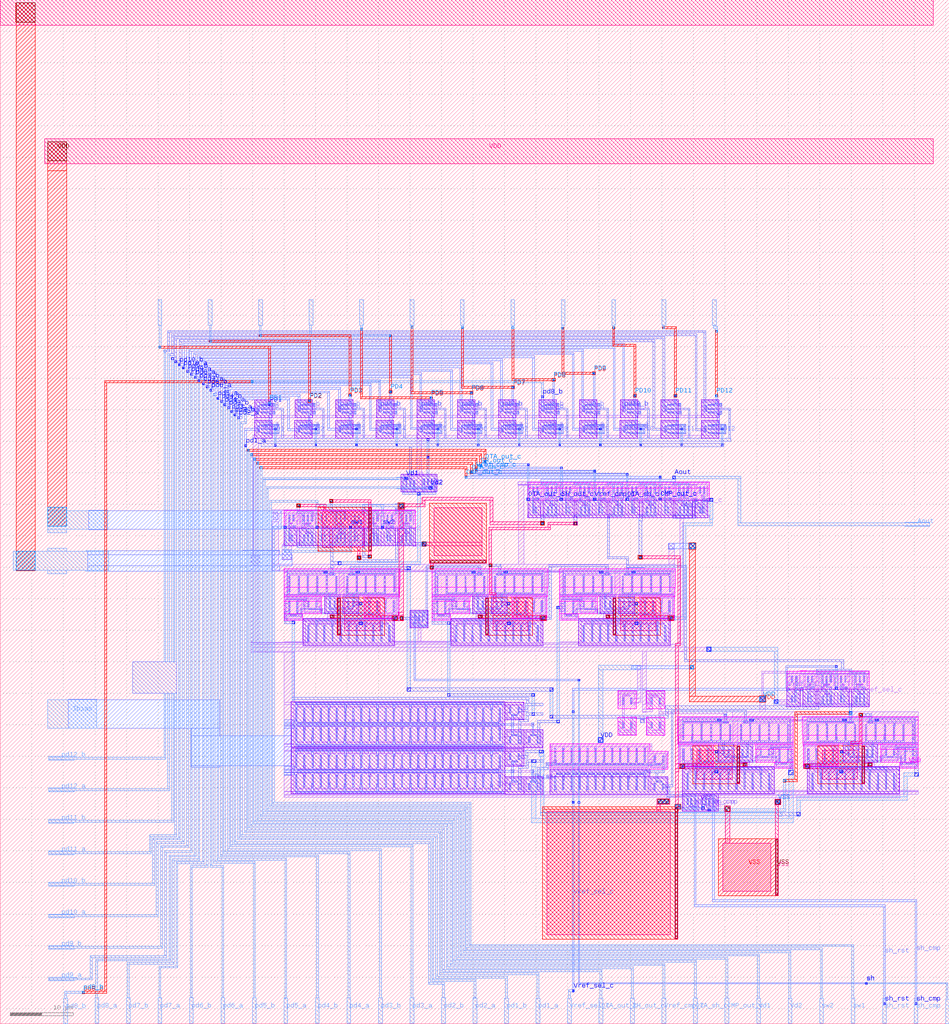
<source format=lef>
VERSION 5.7 ;
  NOWIREEXTENSIONATPIN ON ;
  DIVIDERCHAR "/" ;
  BUSBITCHARS "[]" ;
MACRO SystemLevel
  CLASS BLOCK ;
  FOREIGN SystemLevel ;
  ORIGIN 65.000 72.400 ;
  SIZE 150.600 BY 162.400 ;
  PIN Aout
    DIRECTION OUTPUT ;
    USE SIGNAL ;
    ANTENNADIFFAREA 4.350000 ;
    PORT
      LAYER li1 ;
        RECT 21.750 11.730 21.920 12.770 ;
        RECT 23.030 11.730 23.200 12.770 ;
        RECT 27.000 11.730 27.170 12.770 ;
        RECT 28.280 11.730 28.450 12.770 ;
        RECT 32.250 11.730 32.420 12.770 ;
        RECT 33.530 11.730 33.700 12.770 ;
        RECT 37.450 11.730 37.620 12.770 ;
        RECT 38.730 11.730 38.900 12.770 ;
        RECT 42.700 11.730 42.870 12.770 ;
        RECT 43.980 11.730 44.150 12.770 ;
        RECT 22.440 8.570 22.610 9.610 ;
        RECT 27.690 8.570 27.860 9.610 ;
        RECT 32.940 8.570 33.110 9.610 ;
        RECT 38.140 8.570 38.310 9.610 ;
        RECT 43.390 8.570 43.560 9.610 ;
      LAYER mcon ;
        RECT 21.750 11.810 21.920 12.690 ;
        RECT 23.030 11.810 23.200 12.690 ;
        RECT 27.000 11.810 27.170 12.690 ;
        RECT 28.280 11.810 28.450 12.690 ;
        RECT 32.250 11.810 32.420 12.690 ;
        RECT 33.530 11.810 33.700 12.690 ;
        RECT 37.450 11.810 37.620 12.690 ;
        RECT 38.730 11.810 38.900 12.690 ;
        RECT 42.700 11.810 42.870 12.690 ;
        RECT 43.980 11.810 44.150 12.690 ;
        RECT 22.440 8.650 22.610 9.530 ;
        RECT 27.690 8.650 27.860 9.530 ;
        RECT 32.940 8.650 33.110 9.530 ;
        RECT 38.140 8.650 38.310 9.530 ;
        RECT 43.390 8.650 43.560 9.530 ;
      LAYER met1 ;
        RECT 41.695 13.950 42.145 14.495 ;
        RECT 20.800 13.600 42.150 13.950 ;
        RECT 20.800 13.350 21.200 13.600 ;
        RECT 26.050 13.350 26.450 13.600 ;
        RECT 31.300 13.350 31.700 13.600 ;
        RECT 36.500 13.350 36.900 13.600 ;
        RECT 41.750 13.350 42.150 13.600 ;
        RECT 20.800 13.050 23.300 13.350 ;
        RECT 26.050 13.050 28.550 13.350 ;
        RECT 31.300 13.050 33.800 13.350 ;
        RECT 36.500 13.050 39.000 13.350 ;
        RECT 41.750 13.050 44.250 13.350 ;
        RECT 21.600 12.750 21.900 13.050 ;
        RECT 21.600 11.750 21.950 12.750 ;
        RECT 23.000 11.750 23.300 13.050 ;
        RECT 26.850 12.750 27.150 13.050 ;
        RECT 26.850 11.750 27.200 12.750 ;
        RECT 28.250 11.750 28.550 13.050 ;
        RECT 32.100 12.750 32.400 13.050 ;
        RECT 32.100 11.750 32.450 12.750 ;
        RECT 33.500 11.750 33.800 13.050 ;
        RECT 37.300 12.750 37.600 13.050 ;
        RECT 37.300 11.750 37.650 12.750 ;
        RECT 38.700 11.750 39.000 13.050 ;
        RECT 42.550 12.750 42.850 13.050 ;
        RECT 42.550 11.750 42.900 12.750 ;
        RECT 43.950 11.750 44.250 13.050 ;
        RECT 21.600 10.650 21.900 11.750 ;
        RECT 26.850 10.650 27.150 11.750 ;
        RECT 32.100 10.650 32.400 11.750 ;
        RECT 37.300 10.650 37.600 11.750 ;
        RECT 42.550 10.650 42.850 11.750 ;
        RECT 21.600 10.450 22.600 10.650 ;
        RECT 26.850 10.450 27.850 10.650 ;
        RECT 32.100 10.450 33.100 10.650 ;
        RECT 37.300 10.450 38.300 10.650 ;
        RECT 42.550 10.450 43.550 10.650 ;
        RECT 22.400 9.590 22.600 10.450 ;
        RECT 27.650 9.590 27.850 10.450 ;
        RECT 32.900 9.590 33.100 10.450 ;
        RECT 38.100 9.590 38.300 10.450 ;
        RECT 43.350 9.590 43.550 10.450 ;
        RECT 22.400 9.350 22.640 9.590 ;
        RECT 27.650 9.350 27.890 9.590 ;
        RECT 32.900 9.350 33.140 9.590 ;
        RECT 38.100 9.350 38.340 9.590 ;
        RECT 43.350 9.350 43.590 9.590 ;
        RECT 22.410 8.590 22.640 9.350 ;
        RECT 27.660 8.590 27.890 9.350 ;
        RECT 32.910 8.590 33.140 9.350 ;
        RECT 38.110 8.590 38.340 9.350 ;
        RECT 43.360 8.590 43.590 9.350 ;
      LAYER via ;
        RECT 41.695 14.015 42.145 14.465 ;
      LAYER met2 ;
        RECT 41.665 14.015 52.465 14.465 ;
        RECT 52.015 7.025 52.465 14.015 ;
        RECT 78.550 7.025 82.500 7.100 ;
        RECT 52.015 6.575 82.500 7.025 ;
        RECT 78.550 6.500 82.500 6.575 ;
    END
  END Aout
  PIN VDD
    DIRECTION INPUT ;
    USE POWER ;
    PORT
      LAYER nwell ;
        RECT 44.900 13.490 47.500 13.500 ;
        RECT 18.700 12.500 47.500 13.490 ;
        RECT 18.700 10.650 47.480 12.500 ;
        RECT -20.000 6.200 0.850 9.040 ;
        RECT -20.000 -3.150 -1.600 -0.200 ;
        RECT 3.500 -3.150 21.900 -0.200 ;
        RECT 23.750 -3.150 42.150 -0.200 ;
        RECT -20.000 -4.600 -1.680 -3.150 ;
        RECT 3.500 -4.600 21.820 -3.150 ;
        RECT 23.750 -4.600 42.070 -3.150 ;
        RECT -20.000 -5.400 -14.000 -4.600 ;
        RECT -20.000 -7.400 -14.040 -5.400 ;
        RECT -20.000 -8.400 -17.040 -7.400 ;
        RECT -7.300 -8.100 -1.760 -4.600 ;
        RECT 3.500 -5.400 9.500 -4.600 ;
        RECT 3.500 -7.400 9.460 -5.400 ;
        RECT 3.500 -8.400 6.460 -7.400 ;
        RECT 16.200 -8.100 21.740 -4.600 ;
        RECT 23.750 -5.400 29.750 -4.600 ;
        RECT 23.750 -7.400 29.710 -5.400 ;
        RECT 23.750 -8.400 26.710 -7.400 ;
        RECT 36.450 -8.100 41.990 -4.600 ;
        RECT 61.850 -16.510 62.900 -16.450 ;
        RECT 59.820 -19.350 72.850 -16.510 ;
        RECT 33.000 -22.450 35.960 -19.610 ;
        RECT 42.400 -26.650 60.800 -23.700 ;
        RECT 62.250 -26.650 80.650 -23.700 ;
        RECT 22.200 -29.160 38.060 -27.960 ;
        RECT 42.480 -28.100 60.800 -26.650 ;
        RECT 62.330 -28.100 80.650 -26.650 ;
        RECT 22.200 -32.000 40.960 -29.160 ;
        RECT 42.560 -31.600 48.100 -28.100 ;
        RECT 54.800 -28.900 60.800 -28.100 ;
        RECT 54.840 -30.900 60.800 -28.900 ;
        RECT 57.840 -31.900 60.800 -30.900 ;
        RECT 62.410 -31.600 67.950 -28.100 ;
        RECT 74.650 -28.900 80.650 -28.100 ;
        RECT 74.690 -30.900 80.650 -28.900 ;
        RECT 77.690 -31.900 80.650 -30.900 ;
      LAYER li1 ;
        RECT 17.150 13.530 45.450 13.550 ;
        RECT 17.150 13.130 47.530 13.530 ;
        RECT 17.150 13.100 45.530 13.130 ;
        RECT 17.150 13.050 44.850 13.100 ;
        RECT 17.150 13.000 19.100 13.050 ;
        RECT -21.925 9.000 0.800 9.100 ;
        RECT -22.000 8.600 0.800 9.000 ;
        RECT -22.000 8.550 -19.600 8.600 ;
        RECT -22.000 7.250 -20.750 8.550 ;
        RECT -19.900 8.200 -19.600 8.550 ;
        RECT -18.610 8.300 -18.440 8.320 ;
        RECT -18.100 8.300 -17.800 8.600 ;
        RECT -21.925 0.450 -20.875 7.250 ;
        RECT -19.820 6.785 -19.650 8.200 ;
        RECT -18.610 7.400 -17.800 8.300 ;
        RECT -17.600 8.200 -17.300 8.600 ;
        RECT -15.200 8.200 -14.900 8.600 ;
        RECT -14.700 8.200 -14.400 8.600 ;
        RECT -13.410 8.300 -13.240 8.320 ;
        RECT -12.900 8.300 -12.600 8.600 ;
        RECT -18.610 7.280 -18.440 7.400 ;
        RECT -18.040 6.785 -17.870 7.400 ;
        RECT -17.520 6.785 -17.350 8.200 ;
        RECT -15.100 6.785 -14.930 8.200 ;
        RECT -14.620 6.785 -14.450 8.200 ;
        RECT -13.410 7.400 -12.600 8.300 ;
        RECT -12.400 8.200 -12.100 8.600 ;
        RECT -10.000 8.200 -9.700 8.600 ;
        RECT -9.500 8.200 -9.200 8.600 ;
        RECT -8.210 8.300 -8.040 8.320 ;
        RECT -7.700 8.300 -7.400 8.600 ;
        RECT -13.410 7.280 -13.240 7.400 ;
        RECT -12.840 6.785 -12.670 7.400 ;
        RECT -12.320 6.785 -12.150 8.200 ;
        RECT -9.900 6.785 -9.730 8.200 ;
        RECT -9.420 6.785 -9.250 8.200 ;
        RECT -8.210 7.400 -7.400 8.300 ;
        RECT -7.200 8.200 -6.900 8.600 ;
        RECT -4.800 8.200 -4.500 8.600 ;
        RECT -4.300 8.200 -4.000 8.600 ;
        RECT -3.010 8.300 -2.840 8.320 ;
        RECT -2.500 8.300 -2.200 8.600 ;
        RECT -8.210 7.280 -8.040 7.400 ;
        RECT -7.640 6.785 -7.470 7.400 ;
        RECT -7.120 6.785 -6.950 8.200 ;
        RECT -4.700 6.785 -4.530 8.200 ;
        RECT -4.220 6.785 -4.050 8.200 ;
        RECT -3.010 7.400 -2.200 8.300 ;
        RECT -2.000 8.200 -1.700 8.600 ;
        RECT 0.400 8.200 0.700 8.600 ;
        RECT -3.010 7.280 -2.840 7.400 ;
        RECT -2.440 6.785 -2.270 7.400 ;
        RECT -1.920 6.785 -1.750 8.200 ;
        RECT 0.500 6.785 0.670 8.200 ;
        RECT 17.200 0.450 18.050 13.000 ;
        RECT 18.800 12.650 19.100 13.000 ;
        RECT 20.090 12.750 20.260 12.770 ;
        RECT 20.600 12.750 20.900 13.050 ;
        RECT 18.880 11.235 19.050 12.650 ;
        RECT 20.090 11.850 20.900 12.750 ;
        RECT 21.100 12.650 21.400 13.050 ;
        RECT 23.500 12.650 23.800 13.050 ;
        RECT 24.050 12.650 24.350 13.050 ;
        RECT 25.340 12.750 25.510 12.770 ;
        RECT 25.850 12.750 26.150 13.050 ;
        RECT 20.090 11.730 20.260 11.850 ;
        RECT 20.660 11.235 20.830 11.850 ;
        RECT 21.180 11.235 21.350 12.650 ;
        RECT 23.600 11.235 23.770 12.650 ;
        RECT 24.130 11.235 24.300 12.650 ;
        RECT 25.340 11.850 26.150 12.750 ;
        RECT 26.350 12.650 26.650 13.050 ;
        RECT 28.750 12.650 29.050 13.050 ;
        RECT 29.300 12.650 29.600 13.050 ;
        RECT 30.590 12.750 30.760 12.770 ;
        RECT 31.100 12.750 31.400 13.050 ;
        RECT 25.340 11.730 25.510 11.850 ;
        RECT 25.910 11.235 26.080 11.850 ;
        RECT 26.430 11.235 26.600 12.650 ;
        RECT 28.850 11.235 29.020 12.650 ;
        RECT 29.380 11.235 29.550 12.650 ;
        RECT 30.590 11.850 31.400 12.750 ;
        RECT 31.600 12.650 31.900 13.050 ;
        RECT 34.000 12.650 34.300 13.050 ;
        RECT 34.500 12.650 34.800 13.050 ;
        RECT 35.790 12.750 35.960 12.770 ;
        RECT 36.300 12.750 36.600 13.050 ;
        RECT 30.590 11.730 30.760 11.850 ;
        RECT 31.160 11.235 31.330 11.850 ;
        RECT 31.680 11.235 31.850 12.650 ;
        RECT 34.100 11.235 34.270 12.650 ;
        RECT 34.580 11.235 34.750 12.650 ;
        RECT 35.790 11.850 36.600 12.750 ;
        RECT 36.800 12.650 37.100 13.050 ;
        RECT 39.200 12.650 39.500 13.050 ;
        RECT 39.750 12.650 40.050 13.050 ;
        RECT 41.040 12.750 41.210 12.770 ;
        RECT 41.550 12.750 41.850 13.050 ;
        RECT 35.790 11.730 35.960 11.850 ;
        RECT 36.360 11.235 36.530 11.850 ;
        RECT 36.880 11.235 37.050 12.650 ;
        RECT 39.300 11.235 39.470 12.650 ;
        RECT 39.830 11.235 40.000 12.650 ;
        RECT 41.040 11.850 41.850 12.750 ;
        RECT 42.050 12.650 42.350 13.050 ;
        RECT 44.450 12.650 44.750 13.050 ;
        RECT 45.130 12.650 45.530 13.100 ;
        RECT 45.920 12.650 46.090 12.770 ;
        RECT 41.040 11.730 41.210 11.850 ;
        RECT 41.610 11.235 41.780 11.850 ;
        RECT 42.130 11.235 42.300 12.650 ;
        RECT 44.550 11.235 44.720 12.650 ;
        RECT 45.130 11.770 46.090 12.650 ;
        RECT 45.130 11.530 45.530 11.770 ;
        RECT 45.920 11.730 46.090 11.770 ;
        RECT 45.350 11.235 45.520 11.530 ;
        RECT 47.130 11.235 47.300 12.905 ;
        RECT 41.050 0.450 41.950 3.800 ;
        RECT -21.925 -0.450 42.000 0.450 ;
        RECT -21.925 -0.600 41.910 -0.450 ;
        RECT -20.000 -0.710 41.910 -0.600 ;
        RECT -20.000 -0.800 -19.300 -0.710 ;
        RECT -20.000 -4.250 -19.440 -0.800 ;
        RECT -11.230 -4.250 -10.450 -0.710 ;
        RECT -2.250 -0.750 4.250 -0.710 ;
        RECT -2.200 -3.150 -1.840 -0.750 ;
        RECT 3.500 -0.800 4.200 -0.750 ;
        RECT -2.200 -4.200 -1.850 -3.150 ;
        RECT -6.700 -4.250 -1.850 -4.200 ;
        RECT -20.000 -4.350 -1.850 -4.250 ;
        RECT -20.000 -4.420 -11.060 -4.350 ;
        RECT -10.620 -4.420 -1.850 -4.350 ;
        RECT -20.000 -4.600 -14.250 -4.420 ;
        RECT -20.000 -4.740 -14.240 -4.600 ;
        RECT -6.700 -4.730 -1.850 -4.420 ;
        RECT -20.000 -5.000 -14.220 -4.740 ;
        RECT -19.820 -5.040 -14.220 -5.000 ;
        RECT -19.820 -8.050 -19.650 -5.040 ;
        RECT -17.880 -5.280 -17.200 -5.040 ;
        RECT -17.960 -7.280 -17.200 -5.280 ;
        RECT -16.820 -7.050 -16.650 -5.040 ;
        RECT -14.880 -5.280 -14.220 -5.040 ;
        RECT -14.960 -6.280 -14.220 -5.280 ;
        RECT -14.960 -6.320 -14.790 -6.280 ;
        RECT -14.390 -7.050 -14.220 -6.280 ;
        RECT -16.820 -7.220 -14.220 -7.050 ;
        RECT -7.120 -4.900 -1.850 -4.730 ;
        RECT 3.500 -4.250 4.060 -0.800 ;
        RECT 12.270 -4.250 13.050 -0.710 ;
        RECT 21.250 -0.800 24.450 -0.710 ;
        RECT 21.300 -3.150 21.660 -0.800 ;
        RECT 21.300 -4.200 21.650 -3.150 ;
        RECT 16.800 -4.250 21.650 -4.200 ;
        RECT 3.500 -4.350 21.650 -4.250 ;
        RECT 3.500 -4.420 12.440 -4.350 ;
        RECT 12.880 -4.420 21.650 -4.350 ;
        RECT 3.500 -4.600 9.250 -4.420 ;
        RECT 3.500 -4.740 9.260 -4.600 ;
        RECT 16.800 -4.730 21.650 -4.420 ;
        RECT -17.960 -7.320 -17.790 -7.280 ;
        RECT -17.390 -8.050 -17.220 -7.280 ;
        RECT -7.120 -7.750 -6.950 -4.900 ;
        RECT -6.700 -5.600 -6.300 -4.900 ;
        RECT -4.100 -5.600 -3.700 -4.900 ;
        RECT -6.550 -7.020 -6.380 -5.600 ;
        RECT -3.970 -7.020 -3.800 -5.600 ;
        RECT -2.110 -7.750 -1.940 -4.900 ;
        RECT 3.500 -5.000 9.280 -4.740 ;
        RECT -7.120 -7.920 -1.940 -7.750 ;
        RECT 3.680 -5.040 9.280 -5.000 ;
        RECT -19.820 -8.220 -17.220 -8.050 ;
        RECT 3.680 -8.050 3.850 -5.040 ;
        RECT 5.620 -5.280 6.300 -5.040 ;
        RECT 5.540 -7.280 6.300 -5.280 ;
        RECT 6.680 -7.050 6.850 -5.040 ;
        RECT 8.620 -5.280 9.280 -5.040 ;
        RECT 8.540 -6.280 9.280 -5.280 ;
        RECT 8.540 -6.320 8.710 -6.280 ;
        RECT 9.110 -7.050 9.280 -6.280 ;
        RECT 6.680 -7.220 9.280 -7.050 ;
        RECT 16.380 -4.900 21.650 -4.730 ;
        RECT 23.750 -4.250 24.310 -0.800 ;
        RECT 32.520 -4.250 33.300 -0.710 ;
        RECT 41.550 -3.150 41.910 -0.710 ;
        RECT 41.550 -4.200 41.900 -3.150 ;
        RECT 37.050 -4.250 41.900 -4.200 ;
        RECT 23.750 -4.350 41.900 -4.250 ;
        RECT 23.750 -4.420 32.690 -4.350 ;
        RECT 33.130 -4.420 41.900 -4.350 ;
        RECT 23.750 -4.600 29.500 -4.420 ;
        RECT 23.750 -4.740 29.510 -4.600 ;
        RECT 37.050 -4.730 41.900 -4.420 ;
        RECT 5.540 -7.320 5.710 -7.280 ;
        RECT 6.110 -8.050 6.280 -7.280 ;
        RECT 16.380 -7.750 16.550 -4.900 ;
        RECT 16.800 -5.600 17.200 -4.900 ;
        RECT 19.400 -5.600 19.800 -4.900 ;
        RECT 16.950 -7.020 17.120 -5.600 ;
        RECT 19.530 -7.020 19.700 -5.600 ;
        RECT 21.390 -7.750 21.560 -4.900 ;
        RECT 23.750 -5.000 29.530 -4.740 ;
        RECT 16.380 -7.920 21.560 -7.750 ;
        RECT 23.930 -5.040 29.530 -5.000 ;
        RECT 3.680 -8.220 6.280 -8.050 ;
        RECT 23.930 -8.050 24.100 -5.040 ;
        RECT 25.870 -5.280 26.550 -5.040 ;
        RECT 25.790 -7.280 26.550 -5.280 ;
        RECT 26.930 -7.050 27.100 -5.040 ;
        RECT 28.870 -5.280 29.530 -5.040 ;
        RECT 28.790 -6.280 29.530 -5.280 ;
        RECT 28.790 -6.320 28.960 -6.280 ;
        RECT 29.360 -7.050 29.530 -6.280 ;
        RECT 26.930 -7.220 29.530 -7.050 ;
        RECT 36.630 -4.900 41.900 -4.730 ;
        RECT 25.790 -7.320 25.960 -7.280 ;
        RECT 26.360 -8.050 26.530 -7.280 ;
        RECT 36.630 -7.750 36.800 -4.900 ;
        RECT 37.050 -5.600 37.450 -4.900 ;
        RECT 39.650 -5.600 40.050 -4.900 ;
        RECT 37.200 -7.020 37.370 -5.600 ;
        RECT 39.780 -7.020 39.950 -5.600 ;
        RECT 41.640 -7.750 41.810 -4.900 ;
        RECT 36.630 -7.920 41.810 -7.750 ;
        RECT 23.930 -8.220 26.530 -8.050 ;
        RECT 33.100 -20.050 35.900 -19.750 ;
        RECT 33.100 -21.850 33.400 -20.050 ;
        RECT 35.040 -20.850 35.210 -20.690 ;
        RECT 35.600 -20.850 35.900 -20.050 ;
        RECT 36.100 -20.850 36.600 -15.600 ;
        RECT 62.050 -16.470 72.800 -16.450 ;
        RECT 59.700 -16.500 72.800 -16.470 ;
        RECT 55.800 -16.800 72.800 -16.500 ;
        RECT 55.800 -20.450 56.100 -16.800 ;
        RECT 59.700 -16.870 72.800 -16.800 ;
        RECT 59.780 -17.350 60.180 -16.870 ;
        RECT 62.050 -16.950 72.800 -16.870 ;
        RECT 60.570 -17.350 60.740 -17.230 ;
        RECT 59.780 -18.230 60.740 -17.350 ;
        RECT 59.780 -18.470 60.180 -18.230 ;
        RECT 60.570 -18.270 60.740 -18.230 ;
        RECT 60.000 -18.765 60.170 -18.470 ;
        RECT 61.780 -18.765 61.950 -17.095 ;
        RECT 62.450 -17.350 62.750 -16.950 ;
        RECT 63.740 -17.250 63.910 -17.230 ;
        RECT 64.250 -17.250 64.550 -16.950 ;
        RECT 62.530 -18.765 62.700 -17.350 ;
        RECT 63.740 -18.150 64.550 -17.250 ;
        RECT 64.750 -17.350 65.050 -16.950 ;
        RECT 67.150 -17.350 67.450 -16.950 ;
        RECT 67.700 -17.350 68.000 -16.950 ;
        RECT 68.990 -17.250 69.160 -17.230 ;
        RECT 69.500 -17.250 69.800 -16.950 ;
        RECT 63.740 -18.270 63.910 -18.150 ;
        RECT 64.310 -18.765 64.480 -18.150 ;
        RECT 64.830 -18.765 65.000 -17.350 ;
        RECT 67.250 -18.765 67.420 -17.350 ;
        RECT 67.780 -18.765 67.950 -17.350 ;
        RECT 68.990 -18.150 69.800 -17.250 ;
        RECT 70.000 -17.350 70.300 -16.950 ;
        RECT 72.400 -17.350 72.700 -16.950 ;
        RECT 68.990 -18.270 69.160 -18.150 ;
        RECT 69.560 -18.765 69.730 -18.150 ;
        RECT 70.080 -18.765 70.250 -17.350 ;
        RECT 72.500 -18.765 72.670 -17.350 ;
        RECT 35.040 -21.450 36.600 -20.850 ;
        RECT 35.040 -21.550 36.300 -21.450 ;
        RECT 35.040 -21.730 35.210 -21.550 ;
        RECT 33.180 -21.865 33.350 -21.850 ;
        RECT 35.610 -21.865 35.780 -21.550 ;
        RECT 55.500 -22.950 56.400 -20.450 ;
        RECT 51.150 -23.780 80.650 -22.950 ;
        RECT 42.640 -24.210 80.650 -23.780 ;
        RECT 42.640 -26.650 43.000 -24.210 ;
        RECT 29.900 -28.000 30.600 -27.050 ;
        RECT 42.650 -27.700 43.000 -26.650 ;
        RECT 42.650 -27.750 47.500 -27.700 ;
        RECT 51.250 -27.750 52.030 -24.210 ;
        RECT 60.100 -24.300 62.850 -24.210 ;
        RECT 60.240 -24.400 62.850 -24.300 ;
        RECT 60.240 -27.750 60.800 -24.400 ;
        RECT 62.490 -26.650 62.850 -24.400 ;
        RECT 42.650 -27.850 60.800 -27.750 ;
        RECT 42.650 -27.920 51.420 -27.850 ;
        RECT 51.860 -27.920 60.800 -27.850 ;
        RECT 22.300 -28.500 38.400 -28.000 ;
        RECT 42.650 -28.230 47.500 -27.920 ;
        RECT 55.050 -28.100 60.800 -27.920 ;
        RECT 42.650 -28.400 47.920 -28.230 ;
        RECT 55.040 -28.240 60.800 -28.100 ;
        RECT 22.380 -31.650 22.550 -28.500 ;
        RECT 24.200 -28.900 24.500 -28.500 ;
        RECT 26.700 -28.900 27.000 -28.500 ;
        RECT 29.300 -28.900 29.600 -28.500 ;
        RECT 31.900 -28.900 32.200 -28.500 ;
        RECT 34.500 -28.900 34.800 -28.500 ;
        RECT 37.100 -28.900 37.400 -28.500 ;
        RECT 24.240 -30.920 24.410 -28.900 ;
        RECT 26.820 -30.920 26.990 -28.900 ;
        RECT 29.400 -30.920 29.570 -28.900 ;
        RECT 31.980 -30.920 32.150 -28.900 ;
        RECT 34.560 -30.920 34.730 -28.900 ;
        RECT 37.140 -30.920 37.310 -28.900 ;
        RECT 37.710 -29.200 38.400 -28.500 ;
        RECT 37.710 -29.600 41.000 -29.200 ;
        RECT 37.710 -30.500 39.000 -29.600 ;
        RECT 37.710 -30.900 38.920 -30.500 ;
        RECT 37.710 -31.650 37.880 -30.900 ;
        RECT 22.380 -31.820 37.880 -31.650 ;
        RECT 38.180 -31.650 38.350 -30.900 ;
        RECT 38.750 -30.920 38.920 -30.900 ;
        RECT 40.610 -31.650 40.780 -29.600 ;
        RECT 42.740 -31.250 42.910 -28.400 ;
        RECT 44.500 -29.100 44.900 -28.400 ;
        RECT 47.100 -29.100 47.500 -28.400 ;
        RECT 44.600 -30.520 44.770 -29.100 ;
        RECT 47.180 -30.520 47.350 -29.100 ;
        RECT 47.750 -31.250 47.920 -28.400 ;
        RECT 55.020 -28.500 60.800 -28.240 ;
        RECT 62.500 -27.700 62.850 -26.650 ;
        RECT 62.500 -27.750 67.350 -27.700 ;
        RECT 71.100 -27.750 71.880 -24.210 ;
        RECT 79.950 -24.300 80.650 -24.210 ;
        RECT 80.090 -27.750 80.650 -24.300 ;
        RECT 62.500 -27.850 80.650 -27.750 ;
        RECT 62.500 -27.920 71.270 -27.850 ;
        RECT 71.710 -27.920 80.650 -27.850 ;
        RECT 62.500 -28.230 67.350 -27.920 ;
        RECT 74.900 -28.100 80.650 -27.920 ;
        RECT 62.500 -28.400 67.770 -28.230 ;
        RECT 74.890 -28.240 80.650 -28.100 ;
        RECT 55.020 -28.540 60.620 -28.500 ;
        RECT 55.020 -28.780 55.680 -28.540 ;
        RECT 55.020 -29.780 55.760 -28.780 ;
        RECT 55.020 -30.550 55.190 -29.780 ;
        RECT 55.590 -29.820 55.760 -29.780 ;
        RECT 57.450 -30.550 57.620 -28.540 ;
        RECT 55.020 -30.720 57.620 -30.550 ;
        RECT 58.000 -28.780 58.680 -28.540 ;
        RECT 58.000 -30.780 58.760 -28.780 ;
        RECT 42.740 -31.420 47.920 -31.250 ;
        RECT 38.180 -31.820 40.780 -31.650 ;
        RECT 58.020 -31.550 58.190 -30.780 ;
        RECT 58.590 -30.820 58.760 -30.780 ;
        RECT 60.450 -31.550 60.620 -28.540 ;
        RECT 62.590 -31.250 62.760 -28.400 ;
        RECT 64.350 -29.100 64.750 -28.400 ;
        RECT 66.950 -29.100 67.350 -28.400 ;
        RECT 64.450 -30.520 64.620 -29.100 ;
        RECT 67.030 -30.520 67.200 -29.100 ;
        RECT 67.600 -31.250 67.770 -28.400 ;
        RECT 74.870 -28.500 80.650 -28.240 ;
        RECT 74.870 -28.540 80.470 -28.500 ;
        RECT 74.870 -28.780 75.530 -28.540 ;
        RECT 74.870 -29.780 75.610 -28.780 ;
        RECT 74.870 -30.550 75.040 -29.780 ;
        RECT 75.440 -29.820 75.610 -29.780 ;
        RECT 77.300 -30.550 77.470 -28.540 ;
        RECT 74.870 -30.720 77.470 -30.550 ;
        RECT 77.850 -28.780 78.530 -28.540 ;
        RECT 77.850 -30.780 78.610 -28.780 ;
        RECT 62.590 -31.420 67.770 -31.250 ;
        RECT 58.020 -31.720 60.620 -31.550 ;
        RECT 77.870 -31.550 78.040 -30.780 ;
        RECT 78.440 -30.820 78.610 -30.780 ;
        RECT 80.300 -31.550 80.470 -28.540 ;
        RECT 77.870 -31.720 80.470 -31.550 ;
      LAYER mcon ;
        RECT -21.750 7.500 -21.000 8.750 ;
        RECT -18.610 7.360 -18.440 8.240 ;
        RECT -13.410 7.360 -13.240 8.240 ;
        RECT -8.210 7.360 -8.040 8.240 ;
        RECT -3.010 7.360 -2.840 8.240 ;
        RECT 20.090 11.810 20.260 12.690 ;
        RECT 25.340 11.810 25.510 12.690 ;
        RECT 30.590 11.810 30.760 12.690 ;
        RECT 35.790 11.810 35.960 12.690 ;
        RECT 41.040 11.810 41.210 12.690 ;
        RECT 45.920 11.810 46.090 12.690 ;
        RECT 41.050 2.900 41.950 3.800 ;
        RECT -17.960 -7.240 -17.790 -5.360 ;
        RECT -14.960 -6.240 -14.790 -5.360 ;
        RECT -6.550 -6.940 -6.380 -5.350 ;
        RECT -3.970 -6.940 -3.800 -5.350 ;
        RECT 5.540 -7.240 5.710 -5.360 ;
        RECT 8.540 -6.240 8.710 -5.360 ;
        RECT 16.950 -6.940 17.120 -5.350 ;
        RECT 19.530 -6.940 19.700 -5.350 ;
        RECT 25.790 -7.240 25.960 -5.360 ;
        RECT 28.790 -6.240 28.960 -5.360 ;
        RECT 37.200 -6.940 37.370 -5.350 ;
        RECT 39.780 -6.940 39.950 -5.350 ;
        RECT 36.100 -16.100 36.600 -15.600 ;
        RECT 35.040 -21.650 35.210 -20.770 ;
        RECT 60.570 -18.190 60.740 -17.310 ;
        RECT 63.740 -18.190 63.910 -17.310 ;
        RECT 68.990 -18.190 69.160 -17.310 ;
        RECT 55.530 -21.320 56.370 -20.480 ;
        RECT 29.900 -27.750 30.600 -27.050 ;
        RECT 24.240 -30.840 24.410 -28.760 ;
        RECT 26.820 -30.840 26.990 -28.760 ;
        RECT 29.400 -30.840 29.570 -28.760 ;
        RECT 31.980 -30.840 32.150 -28.760 ;
        RECT 34.560 -30.840 34.730 -28.760 ;
        RECT 37.140 -30.840 37.310 -28.760 ;
        RECT 38.750 -30.840 38.920 -29.960 ;
        RECT 44.600 -30.440 44.770 -28.850 ;
        RECT 47.180 -30.440 47.350 -28.850 ;
        RECT 55.590 -29.740 55.760 -28.860 ;
        RECT 58.590 -30.740 58.760 -28.860 ;
        RECT 64.450 -30.440 64.620 -28.850 ;
        RECT 67.030 -30.440 67.200 -28.850 ;
        RECT 75.440 -29.740 75.610 -28.860 ;
        RECT 78.440 -30.740 78.610 -28.860 ;
      LAYER met1 ;
        RECT 20.060 11.750 20.290 12.750 ;
        RECT 25.310 11.750 25.540 12.750 ;
        RECT 30.560 11.750 30.790 12.750 ;
        RECT 35.760 11.750 35.990 12.750 ;
        RECT 41.010 11.750 41.240 12.750 ;
        RECT 45.890 11.750 46.120 12.750 ;
        RECT -51.000 9.000 -48.000 9.030 ;
        RECT -51.000 6.000 -20.500 9.000 ;
        RECT -18.640 7.300 -18.410 8.300 ;
        RECT -13.440 7.300 -13.210 8.300 ;
        RECT -8.240 7.300 -8.010 8.300 ;
        RECT -3.040 7.300 -2.810 8.300 ;
        RECT -51.000 5.970 -48.000 6.000 ;
        RECT 40.990 3.800 42.010 3.830 ;
        RECT 44.250 3.800 45.350 3.900 ;
        RECT 40.990 2.900 45.350 3.800 ;
        RECT 40.990 2.870 42.010 2.900 ;
        RECT 44.250 2.800 45.350 2.900 ;
        RECT -17.990 -7.300 -17.760 -5.300 ;
        RECT -14.990 -6.300 -14.760 -5.300 ;
        RECT -6.580 -7.000 -6.350 -5.290 ;
        RECT -4.000 -7.000 -3.770 -5.290 ;
        RECT 5.510 -7.300 5.740 -5.300 ;
        RECT 8.510 -6.300 8.740 -5.300 ;
        RECT 16.920 -7.000 17.150 -5.290 ;
        RECT 19.500 -7.000 19.730 -5.290 ;
        RECT 25.760 -7.300 25.990 -5.300 ;
        RECT 28.760 -6.300 28.990 -5.300 ;
        RECT 37.170 -7.000 37.400 -5.290 ;
        RECT 39.750 -7.000 39.980 -5.290 ;
        RECT 35.150 -15.550 35.850 -15.520 ;
        RECT 35.150 -15.570 36.650 -15.550 ;
        RECT 35.150 -15.600 36.660 -15.570 ;
        RECT 44.450 -15.600 45.050 -15.550 ;
        RECT 35.150 -16.100 45.050 -15.600 ;
        RECT 35.150 -16.130 36.660 -16.100 ;
        RECT 35.150 -16.250 36.650 -16.130 ;
        RECT 44.450 -16.150 45.050 -16.100 ;
        RECT 35.150 -16.280 35.850 -16.250 ;
        RECT 60.540 -18.250 60.770 -17.250 ;
        RECT 63.710 -18.250 63.940 -17.250 ;
        RECT 68.960 -18.250 69.190 -17.250 ;
        RECT 35.010 -21.710 35.240 -20.710 ;
        RECT 55.400 -21.450 56.500 -20.350 ;
        RECT 29.800 -27.800 30.700 -27.000 ;
        RECT 24.210 -30.900 24.440 -28.700 ;
        RECT 26.790 -30.900 27.020 -28.700 ;
        RECT 29.370 -30.900 29.600 -28.700 ;
        RECT 31.950 -30.900 32.180 -28.700 ;
        RECT 34.530 -30.900 34.760 -28.700 ;
        RECT 37.110 -30.900 37.340 -28.700 ;
        RECT 38.720 -30.900 38.950 -29.900 ;
        RECT 44.570 -30.500 44.800 -28.790 ;
        RECT 47.150 -30.500 47.380 -28.790 ;
        RECT 55.560 -29.800 55.790 -28.800 ;
        RECT 58.560 -30.800 58.790 -28.800 ;
        RECT 64.420 -30.500 64.650 -28.790 ;
        RECT 67.000 -30.500 67.230 -28.790 ;
        RECT 75.410 -29.800 75.640 -28.800 ;
        RECT 78.410 -30.800 78.640 -28.800 ;
      LAYER via ;
        RECT 44.350 2.900 45.250 3.800 ;
        RECT 44.500 -16.100 45.000 -15.600 ;
        RECT 55.500 -21.350 56.400 -20.450 ;
        RECT 29.870 -27.780 30.630 -27.020 ;
      LAYER met2 ;
        RECT -57.500 9.000 -54.500 9.545 ;
        RECT -57.500 6.000 -47.970 9.000 ;
        RECT -57.500 5.500 -54.500 6.000 ;
        RECT 44.250 2.800 45.350 3.900 ;
        RECT 29.900 -16.250 35.880 -15.550 ;
        RECT 44.450 -16.150 45.050 -15.550 ;
        RECT 29.900 -27.000 30.600 -16.250 ;
        RECT 55.400 -21.450 56.500 -20.350 ;
        RECT 29.800 -27.800 30.700 -27.000 ;
      LAYER via2 ;
        RECT -57.500 6.500 -54.500 9.500 ;
        RECT 44.350 2.900 45.250 3.800 ;
        RECT 44.500 -16.100 45.000 -15.600 ;
        RECT 55.525 -21.325 56.375 -20.475 ;
      LAYER met3 ;
        RECT -57.525 64.505 -54.475 67.495 ;
        RECT -57.495 62.900 -54.505 64.505 ;
        RECT -57.500 9.525 -54.500 62.900 ;
        RECT -57.525 6.475 -54.475 9.525 ;
        RECT 44.250 2.800 45.350 3.900 ;
        RECT 44.350 -20.450 45.250 2.800 ;
        RECT 55.400 -20.450 56.500 -20.350 ;
        RECT 44.350 -21.350 56.500 -20.450 ;
        RECT 55.400 -21.450 56.500 -21.350 ;
      LAYER via3 ;
        RECT -57.495 64.505 -54.505 67.495 ;
      LAYER met4 ;
        RECT -58.000 64.000 83.000 68.000 ;
    END
  END VDD
  PIN VSS
    DIRECTION INPUT ;
    USE GROUND ;
    PORT
      LAYER pwell ;
        RECT -24.700 23.700 -21.910 26.550 ;
        RECT -18.250 23.700 -15.460 26.550 ;
        RECT -11.800 23.700 -9.010 26.550 ;
        RECT -5.350 23.700 -2.560 26.550 ;
        RECT 1.100 23.700 3.890 26.550 ;
        RECT 7.550 23.700 10.340 26.550 ;
        RECT 14.000 23.700 16.790 26.550 ;
        RECT 20.450 23.700 23.240 26.550 ;
        RECT 26.900 23.700 29.690 26.550 ;
        RECT 33.350 23.700 36.140 26.550 ;
        RECT 39.800 23.700 42.590 26.550 ;
        RECT 46.250 23.700 49.040 26.550 ;
        RECT -24.700 20.500 -21.910 23.350 ;
        RECT -18.300 20.500 -15.510 23.350 ;
        RECT -11.800 20.500 -9.010 23.350 ;
        RECT -5.400 20.500 -2.610 23.350 ;
        RECT 1.100 20.500 3.890 23.350 ;
        RECT 7.500 20.500 10.290 23.350 ;
        RECT 14.000 20.500 16.790 23.350 ;
        RECT 20.400 20.500 23.190 23.350 ;
        RECT 26.900 20.500 29.690 23.350 ;
        RECT 33.300 20.500 36.090 23.350 ;
        RECT 39.800 20.500 42.590 23.350 ;
        RECT 46.200 20.500 48.990 23.350 ;
        RECT -1.400 12.000 4.250 14.790 ;
        RECT 18.700 7.850 20.810 10.640 ;
        RECT 21.100 7.850 26.060 10.640 ;
        RECT 26.350 7.850 31.310 10.640 ;
        RECT 31.600 7.850 36.510 10.640 ;
        RECT 36.800 7.850 41.760 10.640 ;
        RECT 42.050 7.850 44.900 10.640 ;
        RECT 45.170 7.850 47.280 10.640 ;
        RECT -20.000 3.400 -17.890 6.190 ;
        RECT -17.600 3.400 -12.690 6.190 ;
        RECT -12.400 3.400 -7.490 6.190 ;
        RECT -7.200 3.400 -2.290 6.190 ;
        RECT -2.000 3.400 0.850 6.190 ;
        RECT -13.600 -7.400 -11.140 -4.610 ;
        RECT -10.600 -7.400 -8.140 -4.610 ;
        RECT -17.000 -12.450 -2.430 -8.160 ;
        RECT 0.000 -9.600 2.850 -6.810 ;
        RECT 9.900 -7.400 12.360 -4.610 ;
        RECT 12.900 -7.400 15.360 -4.610 ;
        RECT 30.150 -7.400 32.610 -4.610 ;
        RECT 33.150 -7.400 35.610 -4.610 ;
        RECT 6.500 -12.450 21.070 -8.160 ;
        RECT 26.750 -12.450 41.320 -8.160 ;
        RECT -18.870 -28.530 15.050 -21.340 ;
        RECT 15.100 -24.200 18.060 -21.410 ;
        RECT 59.820 -22.150 61.930 -19.360 ;
        RECT 62.350 -22.150 64.460 -19.360 ;
        RECT 64.750 -22.150 69.710 -19.360 ;
        RECT 70.000 -22.150 72.850 -19.360 ;
        RECT 15.100 -28.600 18.060 -25.810 ;
        RECT 18.105 -28.595 21.065 -25.805 ;
        RECT -18.870 -35.930 15.050 -28.740 ;
        RECT 15.100 -31.600 18.060 -28.810 ;
        RECT 48.940 -30.900 51.400 -28.110 ;
        RECT 51.940 -30.900 54.400 -28.110 ;
        RECT 68.790 -30.900 71.250 -28.110 ;
        RECT 71.790 -30.900 74.250 -28.110 ;
        RECT 15.100 -36.000 18.060 -33.210 ;
        RECT 18.105 -35.995 21.065 -33.205 ;
        RECT 22.200 -33.210 38.060 -32.010 ;
        RECT 22.200 -36.000 40.960 -33.210 ;
        RECT 43.230 -35.910 57.800 -31.660 ;
        RECT 43.200 -35.950 57.800 -35.910 ;
        RECT 63.080 -35.950 77.650 -31.660 ;
        RECT 43.200 -38.700 48.900 -35.950 ;
      LAYER li1 ;
        RECT -24.520 26.200 -22.090 26.370 ;
        RECT -24.520 24.100 -24.350 26.200 ;
        RECT -22.260 24.100 -22.090 26.200 ;
        RECT -18.070 26.200 -15.640 26.370 ;
        RECT -18.070 24.100 -17.900 26.200 ;
        RECT -15.810 24.100 -15.640 26.200 ;
        RECT -11.620 26.200 -9.190 26.370 ;
        RECT -11.620 24.100 -11.450 26.200 ;
        RECT -9.360 24.100 -9.190 26.200 ;
        RECT -5.170 26.200 -2.740 26.370 ;
        RECT -5.170 24.100 -5.000 26.200 ;
        RECT -2.910 24.100 -2.740 26.200 ;
        RECT 1.280 26.200 3.710 26.370 ;
        RECT 1.280 24.100 1.450 26.200 ;
        RECT 3.540 24.100 3.710 26.200 ;
        RECT 7.730 26.200 10.160 26.370 ;
        RECT 7.730 24.100 7.900 26.200 ;
        RECT 9.990 24.100 10.160 26.200 ;
        RECT 14.180 26.200 16.610 26.370 ;
        RECT 14.180 24.100 14.350 26.200 ;
        RECT 16.440 24.100 16.610 26.200 ;
        RECT 20.630 26.200 23.060 26.370 ;
        RECT 20.630 24.100 20.800 26.200 ;
        RECT 22.890 24.100 23.060 26.200 ;
        RECT 27.080 26.200 29.510 26.370 ;
        RECT 27.080 24.100 27.250 26.200 ;
        RECT 29.340 24.100 29.510 26.200 ;
        RECT 33.530 26.200 35.960 26.370 ;
        RECT 33.530 24.100 33.700 26.200 ;
        RECT 35.790 24.100 35.960 26.200 ;
        RECT 39.980 26.200 42.410 26.370 ;
        RECT 39.980 24.100 40.150 26.200 ;
        RECT 42.240 24.100 42.410 26.200 ;
        RECT 46.430 26.200 48.860 26.370 ;
        RECT 46.430 24.100 46.600 26.200 ;
        RECT 48.690 24.100 48.860 26.200 ;
        RECT -24.700 23.700 49.100 24.100 ;
        RECT -24.700 23.170 -24.400 23.700 ;
        RECT -24.700 23.000 -22.090 23.170 ;
        RECT -24.700 20.900 -24.350 23.000 ;
        RECT -22.260 20.900 -22.090 23.000 ;
        RECT -18.120 23.000 -15.690 23.170 ;
        RECT -18.120 20.900 -17.950 23.000 ;
        RECT -15.860 20.900 -15.690 23.000 ;
        RECT -11.620 23.000 -9.190 23.170 ;
        RECT -11.620 20.900 -11.450 23.000 ;
        RECT -9.360 20.900 -9.190 23.000 ;
        RECT -5.220 23.000 -2.790 23.170 ;
        RECT -5.220 20.900 -5.050 23.000 ;
        RECT -2.960 20.900 -2.790 23.000 ;
        RECT 1.280 23.000 3.710 23.170 ;
        RECT 1.280 20.900 1.450 23.000 ;
        RECT 3.540 20.900 3.710 23.000 ;
        RECT 7.680 23.000 10.110 23.170 ;
        RECT 7.680 20.900 7.850 23.000 ;
        RECT 9.940 20.900 10.110 23.000 ;
        RECT 14.180 23.000 16.610 23.170 ;
        RECT 14.180 20.900 14.350 23.000 ;
        RECT 16.440 20.900 16.610 23.000 ;
        RECT 20.580 23.000 23.010 23.170 ;
        RECT 20.580 20.900 20.750 23.000 ;
        RECT 22.840 20.900 23.010 23.000 ;
        RECT 27.080 23.000 29.510 23.170 ;
        RECT 27.080 20.900 27.250 23.000 ;
        RECT 29.340 20.900 29.510 23.000 ;
        RECT 33.480 23.000 35.910 23.170 ;
        RECT 33.480 20.900 33.650 23.000 ;
        RECT 35.740 20.900 35.910 23.000 ;
        RECT 39.980 23.000 42.410 23.170 ;
        RECT 39.980 20.900 40.150 23.000 ;
        RECT 42.240 20.900 42.410 23.000 ;
        RECT 46.380 23.000 48.810 23.170 ;
        RECT 46.380 20.900 46.550 23.000 ;
        RECT 48.640 20.900 48.810 23.000 ;
        RECT -24.900 20.500 49.000 20.900 ;
        RECT -24.900 1.825 -24.000 20.500 ;
        RECT 1.100 14.610 1.800 20.500 ;
        RECT -1.220 14.440 4.070 14.610 ;
        RECT -1.220 12.350 -1.050 14.440 ;
        RECT 1.100 12.600 1.800 14.440 ;
        RECT 1.100 12.350 1.270 12.600 ;
        RECT -1.220 12.180 1.270 12.350 ;
        RECT 1.580 12.350 1.750 12.600 ;
        RECT 3.900 12.350 4.070 14.440 ;
        RECT 1.580 12.180 4.070 12.350 ;
        RECT 18.880 8.550 19.050 10.060 ;
        RECT 19.890 9.550 20.060 9.610 ;
        RECT 20.460 9.550 20.630 10.060 ;
        RECT 19.890 8.650 20.700 9.550 ;
        RECT 19.890 8.570 20.060 8.650 ;
        RECT 18.800 8.350 19.100 8.550 ;
        RECT 20.400 8.350 20.700 8.650 ;
        RECT 21.280 8.550 21.450 10.060 ;
        RECT 23.600 8.550 23.770 10.060 ;
        RECT 24.130 8.550 24.300 10.060 ;
        RECT 25.140 9.550 25.310 9.610 ;
        RECT 25.710 9.550 25.880 10.060 ;
        RECT 25.140 8.650 25.950 9.550 ;
        RECT 25.140 8.570 25.310 8.650 ;
        RECT 21.200 8.350 21.500 8.550 ;
        RECT 23.500 8.350 23.800 8.550 ;
        RECT 24.050 8.350 24.350 8.550 ;
        RECT 25.650 8.350 25.950 8.650 ;
        RECT 26.530 8.550 26.700 10.060 ;
        RECT 28.850 8.550 29.020 10.060 ;
        RECT 29.380 8.550 29.550 10.060 ;
        RECT 30.390 9.550 30.560 9.610 ;
        RECT 30.960 9.550 31.130 10.060 ;
        RECT 30.390 8.650 31.200 9.550 ;
        RECT 30.390 8.570 30.560 8.650 ;
        RECT 26.450 8.350 26.750 8.550 ;
        RECT 28.750 8.350 29.050 8.550 ;
        RECT 29.300 8.350 29.600 8.550 ;
        RECT 30.900 8.350 31.200 8.650 ;
        RECT 31.780 8.550 31.950 10.060 ;
        RECT 34.100 8.550 34.270 10.060 ;
        RECT 34.580 8.550 34.750 10.060 ;
        RECT 35.590 9.550 35.760 9.610 ;
        RECT 36.160 9.550 36.330 10.060 ;
        RECT 35.590 8.650 36.400 9.550 ;
        RECT 35.590 8.570 35.760 8.650 ;
        RECT 31.700 8.350 32.000 8.550 ;
        RECT 34.000 8.350 34.300 8.550 ;
        RECT 34.500 8.350 34.800 8.550 ;
        RECT 36.100 8.350 36.400 8.650 ;
        RECT 36.980 8.550 37.150 10.060 ;
        RECT 39.300 8.550 39.470 10.060 ;
        RECT 39.830 8.550 40.000 10.060 ;
        RECT 40.840 9.550 41.010 9.610 ;
        RECT 41.410 9.550 41.580 10.060 ;
        RECT 40.840 8.650 41.650 9.550 ;
        RECT 40.840 8.570 41.010 8.650 ;
        RECT 36.900 8.350 37.200 8.550 ;
        RECT 39.200 8.350 39.500 8.550 ;
        RECT 39.750 8.350 40.050 8.550 ;
        RECT 41.350 8.350 41.650 8.650 ;
        RECT 42.230 8.550 42.400 10.060 ;
        RECT 44.550 8.550 44.720 10.060 ;
        RECT 45.350 9.530 45.520 10.060 ;
        RECT 45.920 9.530 46.090 9.610 ;
        RECT 45.130 8.650 46.090 9.530 ;
        RECT 42.150 8.350 42.450 8.550 ;
        RECT 44.450 8.350 44.750 8.550 ;
        RECT 18.600 8.250 44.850 8.350 ;
        RECT 45.130 8.250 45.530 8.650 ;
        RECT 45.920 8.570 46.090 8.650 ;
        RECT 46.930 8.430 47.100 10.060 ;
        RECT 18.600 7.850 47.530 8.250 ;
        RECT -19.820 4.100 -19.650 5.610 ;
        RECT -18.810 5.100 -18.640 5.160 ;
        RECT -18.240 5.100 -18.070 5.610 ;
        RECT -18.810 4.200 -18.000 5.100 ;
        RECT -18.810 4.120 -18.640 4.200 ;
        RECT -19.900 3.900 -19.600 4.100 ;
        RECT -18.300 3.900 -18.000 4.200 ;
        RECT -17.420 4.100 -17.250 5.610 ;
        RECT -15.100 4.100 -14.930 5.610 ;
        RECT -14.620 4.100 -14.450 5.610 ;
        RECT -13.610 5.100 -13.440 5.160 ;
        RECT -13.040 5.100 -12.870 5.610 ;
        RECT -13.610 4.200 -12.800 5.100 ;
        RECT -13.610 4.120 -13.440 4.200 ;
        RECT -17.500 3.900 -17.200 4.100 ;
        RECT -15.200 3.900 -14.900 4.100 ;
        RECT -14.700 3.900 -14.400 4.100 ;
        RECT -13.100 3.900 -12.800 4.200 ;
        RECT -12.220 4.100 -12.050 5.610 ;
        RECT -9.900 4.100 -9.730 5.610 ;
        RECT -9.420 4.100 -9.250 5.610 ;
        RECT -8.410 5.100 -8.240 5.160 ;
        RECT -7.840 5.100 -7.670 5.610 ;
        RECT -8.410 4.200 -7.600 5.100 ;
        RECT -8.410 4.120 -8.240 4.200 ;
        RECT -12.300 3.900 -12.000 4.100 ;
        RECT -10.000 3.900 -9.700 4.100 ;
        RECT -9.500 3.900 -9.200 4.100 ;
        RECT -7.900 3.900 -7.600 4.200 ;
        RECT -7.020 4.100 -6.850 5.610 ;
        RECT -4.700 4.100 -4.530 5.610 ;
        RECT -4.220 4.100 -4.050 5.610 ;
        RECT -3.210 5.100 -3.040 5.160 ;
        RECT -2.640 5.100 -2.470 5.610 ;
        RECT -3.210 4.200 -2.400 5.100 ;
        RECT -3.210 4.120 -3.040 4.200 ;
        RECT -7.100 3.900 -6.800 4.100 ;
        RECT -4.800 3.900 -4.500 4.100 ;
        RECT -4.300 3.900 -4.000 4.100 ;
        RECT -2.700 3.900 -2.400 4.200 ;
        RECT -1.820 4.100 -1.650 5.610 ;
        RECT 0.500 4.100 0.670 5.610 ;
        RECT -1.900 3.900 -1.600 4.100 ;
        RECT 0.400 3.950 0.700 4.100 ;
        RECT 0.400 3.900 2.475 3.950 ;
        RECT -20.100 3.575 2.475 3.900 ;
        RECT -20.325 3.400 2.475 3.575 ;
        RECT -25.325 -11.925 -23.775 1.825 ;
        RECT -20.325 1.225 -18.775 3.400 ;
        RECT 0.450 3.300 1.000 3.400 ;
        RECT -13.420 -4.960 -11.320 -4.790 ;
        RECT -13.420 -7.050 -13.250 -4.960 ;
        RECT -12.060 -5.400 -11.890 -5.330 ;
        RECT -11.490 -5.400 -11.320 -4.960 ;
        RECT -10.420 -4.960 -8.320 -4.790 ;
        RECT -10.420 -5.400 -10.250 -4.960 ;
        RECT -9.850 -5.400 -9.680 -5.330 ;
        RECT -12.060 -6.360 -9.680 -5.400 ;
        RECT -12.060 -6.370 -10.250 -6.360 ;
        RECT -9.850 -6.370 -9.680 -6.360 ;
        RECT -11.900 -7.000 -10.250 -6.370 ;
        RECT -8.490 -7.000 -8.320 -4.960 ;
        RECT 10.080 -4.960 12.180 -4.790 ;
        RECT -13.050 -7.050 -8.320 -7.000 ;
        RECT -13.420 -7.220 -8.320 -7.050 ;
        RECT 0.180 -7.160 2.670 -6.990 ;
        RECT -13.050 -8.050 -8.350 -7.220 ;
        RECT -17.050 -8.340 -8.350 -8.050 ;
        RECT -17.050 -8.510 -2.610 -8.340 ;
        RECT -17.050 -8.600 -8.350 -8.510 ;
        RECT -17.050 -11.850 -16.550 -8.600 ;
        RECT -16.250 -10.950 -16.080 -9.190 ;
        RECT -13.670 -10.900 -13.500 -9.190 ;
        RECT -11.090 -10.900 -10.920 -9.190 ;
        RECT -8.510 -10.850 -8.340 -9.190 ;
        RECT -5.930 -10.800 -5.760 -9.190 ;
        RECT -16.350 -11.850 -16.050 -10.950 ;
        RECT -20.000 -11.925 -16.050 -11.850 ;
        RECT -25.325 -12.000 -16.050 -11.925 ;
        RECT -13.750 -12.000 -13.450 -10.900 ;
        RECT -11.150 -12.000 -10.850 -10.900 ;
        RECT -8.550 -12.000 -8.250 -10.850 ;
        RECT -6.000 -12.000 -5.700 -10.800 ;
        RECT -3.350 -10.850 -3.180 -9.190 ;
        RECT -3.400 -11.750 -3.100 -10.850 ;
        RECT -2.780 -11.750 -2.610 -8.510 ;
        RECT 0.180 -9.250 0.350 -7.160 ;
        RECT 2.500 -9.250 2.670 -7.160 ;
        RECT 10.080 -7.050 10.250 -4.960 ;
        RECT 11.440 -5.400 11.610 -5.330 ;
        RECT 12.010 -5.400 12.180 -4.960 ;
        RECT 13.080 -4.960 15.180 -4.790 ;
        RECT 13.080 -5.400 13.250 -4.960 ;
        RECT 13.650 -5.400 13.820 -5.330 ;
        RECT 11.440 -6.360 13.820 -5.400 ;
        RECT 11.440 -6.370 13.250 -6.360 ;
        RECT 13.650 -6.370 13.820 -6.360 ;
        RECT 11.600 -7.000 13.250 -6.370 ;
        RECT 15.010 -7.000 15.180 -4.960 ;
        RECT 10.450 -7.050 15.180 -7.000 ;
        RECT 10.080 -7.220 15.180 -7.050 ;
        RECT 30.330 -4.960 32.430 -4.790 ;
        RECT 30.330 -7.050 30.500 -4.960 ;
        RECT 31.690 -5.400 31.860 -5.330 ;
        RECT 32.260 -5.400 32.430 -4.960 ;
        RECT 33.330 -4.960 35.430 -4.790 ;
        RECT 33.330 -5.400 33.500 -4.960 ;
        RECT 33.900 -5.400 34.070 -5.330 ;
        RECT 31.690 -6.360 34.070 -5.400 ;
        RECT 31.690 -6.370 33.500 -6.360 ;
        RECT 33.900 -6.370 34.070 -6.360 ;
        RECT 31.850 -7.000 33.500 -6.370 ;
        RECT 35.260 -7.000 35.430 -4.960 ;
        RECT 30.700 -7.050 35.430 -7.000 ;
        RECT 30.330 -7.220 35.430 -7.050 ;
        RECT 10.450 -8.050 15.150 -7.220 ;
        RECT 30.700 -8.050 35.400 -7.220 ;
        RECT 0.180 -9.420 2.670 -9.250 ;
        RECT 6.450 -8.340 15.150 -8.050 ;
        RECT 26.700 -8.340 35.400 -8.050 ;
        RECT 6.450 -8.510 20.890 -8.340 ;
        RECT 6.450 -8.600 15.150 -8.510 ;
        RECT 1.300 -11.750 1.750 -9.420 ;
        RECT 6.450 -11.750 6.950 -8.600 ;
        RECT 7.250 -10.950 7.420 -9.190 ;
        RECT 9.830 -10.900 10.000 -9.190 ;
        RECT 12.410 -10.900 12.580 -9.190 ;
        RECT 14.990 -10.850 15.160 -9.190 ;
        RECT 17.570 -10.800 17.740 -9.190 ;
        RECT -3.400 -11.850 6.950 -11.750 ;
        RECT 7.150 -11.850 7.450 -10.950 ;
        RECT -3.400 -12.000 7.450 -11.850 ;
        RECT 9.750 -12.000 10.050 -10.900 ;
        RECT 12.350 -12.000 12.650 -10.900 ;
        RECT 14.950 -12.000 15.250 -10.850 ;
        RECT 17.500 -12.000 17.800 -10.800 ;
        RECT 20.150 -10.850 20.320 -9.190 ;
        RECT 20.100 -12.000 20.400 -10.850 ;
        RECT 20.720 -12.000 20.890 -8.510 ;
        RECT 26.700 -8.510 41.140 -8.340 ;
        RECT 26.700 -8.600 35.400 -8.510 ;
        RECT 26.700 -11.850 27.200 -8.600 ;
        RECT 27.500 -10.950 27.670 -9.190 ;
        RECT 30.080 -10.900 30.250 -9.190 ;
        RECT 32.660 -10.900 32.830 -9.190 ;
        RECT 35.240 -10.850 35.410 -9.190 ;
        RECT 37.820 -10.800 37.990 -9.190 ;
        RECT 27.400 -11.850 27.700 -10.950 ;
        RECT 23.750 -12.000 27.700 -11.850 ;
        RECT 30.000 -12.000 30.300 -10.900 ;
        RECT 32.600 -12.000 32.900 -10.900 ;
        RECT 35.200 -12.000 35.500 -10.850 ;
        RECT 37.750 -12.000 38.050 -10.800 ;
        RECT 40.400 -10.850 40.570 -9.190 ;
        RECT 40.350 -12.000 40.650 -10.850 ;
        RECT 40.970 -12.000 41.140 -8.510 ;
        RECT -25.325 -12.250 41.140 -12.000 ;
        RECT 42.850 -12.250 43.400 7.850 ;
        RECT -25.325 -12.700 43.500 -12.250 ;
        RECT -25.325 -13.300 47.700 -12.700 ;
        RECT -25.325 -13.350 43.500 -13.300 ;
        RECT -25.325 -13.475 -18.400 -13.350 ;
        RECT -19.950 -21.400 -18.400 -13.475 ;
        RECT 36.900 -19.450 37.500 -13.350 ;
        RECT 42.850 -13.400 43.400 -13.350 ;
        RECT -19.950 -21.800 18.000 -21.400 ;
        RECT -19.950 -28.000 -18.400 -21.800 ;
        RECT 14.700 -21.900 18.000 -21.800 ;
        RECT 36.900 -21.750 37.400 -19.450 ;
        RECT 38.100 -20.305 39.300 -20.250 ;
        RECT 38.100 -20.475 39.480 -20.305 ;
        RECT 60.000 -20.470 60.170 -19.940 ;
        RECT 60.570 -20.470 60.740 -20.390 ;
        RECT 38.100 -20.650 39.300 -20.475 ;
        RECT 14.700 -22.130 16.000 -21.900 ;
        RECT -18.120 -24.410 -17.950 -22.370 ;
        RECT -15.540 -24.410 -15.370 -22.370 ;
        RECT -12.960 -24.410 -12.790 -22.370 ;
        RECT -10.380 -24.410 -10.210 -22.370 ;
        RECT -7.800 -24.410 -7.630 -22.370 ;
        RECT -5.220 -24.410 -5.050 -22.370 ;
        RECT -2.640 -24.410 -2.470 -22.370 ;
        RECT -0.060 -24.410 0.110 -22.370 ;
        RECT 2.520 -24.410 2.690 -22.370 ;
        RECT 5.100 -24.410 5.270 -22.370 ;
        RECT 7.680 -24.410 7.850 -22.370 ;
        RECT 10.260 -24.410 10.430 -22.370 ;
        RECT 12.840 -24.410 13.010 -22.370 ;
        RECT 14.700 -23.100 16.020 -22.130 ;
        RECT -18.120 -27.500 -17.950 -25.460 ;
        RECT -15.540 -27.500 -15.370 -25.460 ;
        RECT -12.960 -27.500 -12.790 -25.460 ;
        RECT -10.380 -27.500 -10.210 -25.460 ;
        RECT -7.800 -27.500 -7.630 -25.460 ;
        RECT -5.220 -27.500 -5.050 -25.460 ;
        RECT -2.640 -27.500 -2.470 -25.460 ;
        RECT -0.060 -27.500 0.110 -25.460 ;
        RECT 2.520 -27.500 2.690 -25.460 ;
        RECT 5.100 -27.500 5.270 -25.460 ;
        RECT 7.680 -27.500 7.850 -25.460 ;
        RECT 10.260 -27.500 10.430 -25.460 ;
        RECT 12.840 -27.500 13.010 -25.460 ;
        RECT 14.700 -26.900 15.100 -23.100 ;
        RECT 15.280 -23.850 15.450 -23.100 ;
        RECT 15.850 -23.170 16.020 -23.100 ;
        RECT 17.710 -23.850 17.880 -21.900 ;
        RECT 36.900 -22.550 37.500 -21.750 ;
        RECT 38.100 -22.550 38.500 -20.650 ;
        RECT 59.780 -21.000 60.740 -20.470 ;
        RECT 57.700 -21.350 60.740 -21.000 ;
        RECT 57.700 -21.750 60.180 -21.350 ;
        RECT 60.570 -21.430 60.740 -21.350 ;
        RECT 61.580 -21.570 61.750 -19.940 ;
        RECT 62.530 -21.450 62.700 -19.940 ;
        RECT 63.540 -20.450 63.710 -20.390 ;
        RECT 64.110 -20.450 64.280 -19.940 ;
        RECT 63.540 -21.350 64.350 -20.450 ;
        RECT 63.540 -21.430 63.710 -21.350 ;
        RECT 62.450 -21.650 62.750 -21.450 ;
        RECT 64.050 -21.650 64.350 -21.350 ;
        RECT 64.930 -21.450 65.100 -19.940 ;
        RECT 67.250 -21.450 67.420 -19.940 ;
        RECT 67.780 -21.450 67.950 -19.940 ;
        RECT 68.790 -20.450 68.960 -20.390 ;
        RECT 69.360 -20.450 69.530 -19.940 ;
        RECT 68.790 -21.350 69.600 -20.450 ;
        RECT 68.790 -21.430 68.960 -21.350 ;
        RECT 64.850 -21.650 65.150 -21.450 ;
        RECT 67.150 -21.650 67.450 -21.450 ;
        RECT 67.700 -21.650 68.000 -21.450 ;
        RECT 69.300 -21.650 69.600 -21.350 ;
        RECT 70.180 -21.450 70.350 -19.940 ;
        RECT 72.500 -21.450 72.670 -19.940 ;
        RECT 70.100 -21.650 70.400 -21.450 ;
        RECT 72.400 -21.650 72.700 -21.450 ;
        RECT 62.250 -21.750 72.800 -21.650 ;
        RECT 57.700 -22.000 72.800 -21.750 ;
        RECT 59.700 -22.150 72.800 -22.000 ;
        RECT 36.900 -22.950 38.500 -22.550 ;
        RECT 36.900 -23.000 37.500 -22.950 ;
        RECT 15.280 -24.020 17.880 -23.850 ;
        RECT 15.280 -26.160 17.880 -25.990 ;
        RECT 15.280 -26.900 15.450 -26.160 ;
        RECT 15.850 -26.900 16.020 -26.840 ;
        RECT -20.000 -28.100 -18.400 -28.000 ;
        RECT 14.700 -27.800 16.020 -26.900 ;
        RECT 14.700 -28.100 15.100 -27.800 ;
        RECT 15.280 -28.100 15.450 -27.800 ;
        RECT 15.850 -27.880 16.020 -27.800 ;
        RECT 17.710 -28.100 17.880 -26.160 ;
        RECT 18.285 -26.155 20.885 -25.985 ;
        RECT 18.285 -27.000 18.455 -26.155 ;
        RECT 18.855 -27.000 19.025 -26.835 ;
        RECT 18.285 -27.800 19.100 -27.000 ;
        RECT 18.285 -28.100 18.455 -27.800 ;
        RECT 18.855 -27.875 19.025 -27.800 ;
        RECT 20.715 -28.100 20.885 -26.155 ;
        RECT -20.000 -28.500 21.100 -28.100 ;
        RECT 49.120 -28.460 51.220 -28.290 ;
        RECT -20.000 -29.000 21.000 -28.500 ;
        RECT -20.000 -29.200 18.000 -29.000 ;
        RECT -20.000 -35.500 -18.400 -29.200 ;
        RECT 14.700 -29.300 18.000 -29.200 ;
        RECT 14.700 -29.530 16.000 -29.300 ;
        RECT -18.120 -31.810 -17.950 -29.770 ;
        RECT -15.540 -31.810 -15.370 -29.770 ;
        RECT -12.960 -31.810 -12.790 -29.770 ;
        RECT -10.380 -31.810 -10.210 -29.770 ;
        RECT -7.800 -31.810 -7.630 -29.770 ;
        RECT -5.220 -31.810 -5.050 -29.770 ;
        RECT -2.640 -31.810 -2.470 -29.770 ;
        RECT -0.060 -31.810 0.110 -29.770 ;
        RECT 2.520 -31.810 2.690 -29.770 ;
        RECT 5.100 -31.810 5.270 -29.770 ;
        RECT 7.680 -31.810 7.850 -29.770 ;
        RECT 10.260 -31.810 10.430 -29.770 ;
        RECT 12.840 -31.810 13.010 -29.770 ;
        RECT 14.700 -30.500 16.020 -29.530 ;
        RECT -18.120 -34.900 -17.950 -32.860 ;
        RECT -15.540 -34.900 -15.370 -32.860 ;
        RECT -12.960 -34.900 -12.790 -32.860 ;
        RECT -10.380 -34.900 -10.210 -32.860 ;
        RECT -7.800 -34.900 -7.630 -32.860 ;
        RECT -5.220 -34.900 -5.050 -32.860 ;
        RECT -2.640 -34.900 -2.470 -32.860 ;
        RECT -0.060 -34.900 0.110 -32.860 ;
        RECT 2.520 -34.900 2.690 -32.860 ;
        RECT 5.100 -34.900 5.270 -32.860 ;
        RECT 7.680 -34.900 7.850 -32.860 ;
        RECT 10.260 -34.900 10.430 -32.860 ;
        RECT 12.840 -34.900 13.010 -32.860 ;
        RECT 14.700 -34.300 15.100 -30.500 ;
        RECT 15.280 -31.250 15.450 -30.500 ;
        RECT 15.850 -30.570 16.020 -30.500 ;
        RECT 17.710 -31.250 17.880 -29.300 ;
        RECT 49.120 -30.500 49.290 -28.460 ;
        RECT 50.480 -28.900 50.650 -28.830 ;
        RECT 51.050 -28.900 51.220 -28.460 ;
        RECT 52.120 -28.460 54.220 -28.290 ;
        RECT 52.120 -28.900 52.290 -28.460 ;
        RECT 52.690 -28.900 52.860 -28.830 ;
        RECT 50.480 -29.860 52.860 -28.900 ;
        RECT 50.480 -29.870 50.650 -29.860 ;
        RECT 51.050 -29.870 52.860 -29.860 ;
        RECT 51.050 -30.500 52.700 -29.870 ;
        RECT 49.120 -30.550 53.850 -30.500 ;
        RECT 54.050 -30.550 54.220 -28.460 ;
        RECT 49.120 -30.720 54.220 -30.550 ;
        RECT 68.970 -28.460 71.070 -28.290 ;
        RECT 68.970 -30.500 69.140 -28.460 ;
        RECT 70.330 -28.900 70.500 -28.830 ;
        RECT 70.900 -28.900 71.070 -28.460 ;
        RECT 71.970 -28.460 74.070 -28.290 ;
        RECT 71.970 -28.900 72.140 -28.460 ;
        RECT 72.540 -28.900 72.710 -28.830 ;
        RECT 70.330 -29.860 72.710 -28.900 ;
        RECT 70.330 -29.870 70.500 -29.860 ;
        RECT 70.900 -29.870 72.710 -29.860 ;
        RECT 70.900 -30.500 72.550 -29.870 ;
        RECT 68.970 -30.550 73.700 -30.500 ;
        RECT 73.900 -30.550 74.070 -28.460 ;
        RECT 68.970 -30.720 74.070 -30.550 ;
        RECT 15.280 -31.420 17.880 -31.250 ;
        RECT 49.150 -31.550 53.850 -30.720 ;
        RECT 69.000 -31.550 73.700 -30.720 ;
        RECT 49.150 -31.840 57.850 -31.550 ;
        RECT 69.000 -31.840 77.700 -31.550 ;
        RECT 43.410 -32.010 57.850 -31.840 ;
        RECT 22.380 -32.360 37.880 -32.190 ;
        RECT 15.280 -33.560 17.880 -33.390 ;
        RECT 15.280 -34.300 15.450 -33.560 ;
        RECT 15.850 -34.300 16.020 -34.240 ;
        RECT 14.700 -35.200 16.020 -34.300 ;
        RECT 14.700 -35.500 15.100 -35.200 ;
        RECT 15.280 -35.500 15.450 -35.200 ;
        RECT 15.850 -35.280 16.020 -35.200 ;
        RECT 17.710 -35.500 17.880 -33.560 ;
        RECT 18.285 -33.555 20.885 -33.385 ;
        RECT 18.285 -34.400 18.455 -33.555 ;
        RECT 18.855 -34.400 19.025 -34.235 ;
        RECT 18.285 -35.200 19.100 -34.400 ;
        RECT 18.285 -35.500 18.455 -35.200 ;
        RECT 18.855 -35.275 19.025 -35.200 ;
        RECT 20.715 -35.500 20.885 -33.555 ;
        RECT -20.000 -35.600 21.100 -35.500 ;
        RECT 22.380 -35.600 22.550 -32.360 ;
        RECT 22.950 -34.900 23.120 -33.040 ;
        RECT 25.530 -34.800 25.700 -33.040 ;
        RECT 28.110 -34.800 28.280 -33.040 ;
        RECT 30.690 -34.800 30.860 -33.040 ;
        RECT 33.270 -34.700 33.440 -33.040 ;
        RECT 35.850 -34.700 36.020 -33.040 ;
        RECT 22.900 -35.600 23.200 -34.900 ;
        RECT 25.500 -35.600 25.800 -34.800 ;
        RECT 28.000 -35.600 28.300 -34.800 ;
        RECT 30.600 -35.600 30.900 -34.800 ;
        RECT 33.200 -35.600 33.500 -34.700 ;
        RECT 35.800 -35.600 36.100 -34.700 ;
        RECT 37.710 -35.600 37.880 -32.360 ;
        RECT 38.180 -33.560 40.780 -33.390 ;
        RECT 38.180 -34.300 38.350 -33.560 ;
        RECT 38.750 -34.300 38.920 -34.240 ;
        RECT 38.180 -35.280 38.920 -34.300 ;
        RECT 38.180 -35.600 38.900 -35.280 ;
        RECT 40.610 -35.600 40.780 -33.560 ;
        RECT 43.410 -35.400 43.580 -32.010 ;
        RECT 49.150 -32.100 57.850 -32.010 ;
        RECT 43.980 -34.350 44.150 -32.690 ;
        RECT 46.560 -34.300 46.730 -32.690 ;
        RECT 43.200 -35.500 43.700 -35.400 ;
        RECT 43.900 -35.500 44.200 -34.350 ;
        RECT 46.500 -35.500 46.800 -34.300 ;
        RECT 49.140 -34.350 49.310 -32.690 ;
        RECT 49.050 -35.500 49.350 -34.350 ;
        RECT 51.720 -34.400 51.890 -32.690 ;
        RECT 54.300 -34.400 54.470 -32.690 ;
        RECT 51.650 -35.500 51.950 -34.400 ;
        RECT 54.250 -35.500 54.550 -34.400 ;
        RECT 56.880 -34.450 57.050 -32.690 ;
        RECT 56.850 -35.350 57.150 -34.450 ;
        RECT 57.350 -35.350 57.850 -32.100 ;
        RECT 63.260 -32.010 77.700 -31.840 ;
        RECT 63.260 -35.350 63.430 -32.010 ;
        RECT 69.000 -32.100 77.700 -32.010 ;
        RECT 63.830 -34.350 64.000 -32.690 ;
        RECT 66.410 -34.300 66.580 -32.690 ;
        RECT 63.750 -35.350 64.050 -34.350 ;
        RECT 56.850 -35.500 64.050 -35.350 ;
        RECT 66.350 -35.500 66.650 -34.300 ;
        RECT 68.990 -34.350 69.160 -32.690 ;
        RECT 68.900 -35.500 69.200 -34.350 ;
        RECT 71.570 -34.400 71.740 -32.690 ;
        RECT 74.150 -34.400 74.320 -32.690 ;
        RECT 71.500 -35.500 71.800 -34.400 ;
        RECT 74.100 -35.500 74.400 -34.400 ;
        RECT 76.730 -34.450 76.900 -32.690 ;
        RECT 76.700 -35.350 77.000 -34.450 ;
        RECT 77.200 -35.350 77.700 -32.100 ;
        RECT 76.700 -35.500 80.650 -35.350 ;
        RECT 43.200 -35.600 80.650 -35.500 ;
        RECT -20.000 -36.000 80.650 -35.600 ;
        RECT -20.000 -36.200 77.700 -36.000 ;
        RECT -20.000 -36.500 43.200 -36.200 ;
        RECT 43.380 -36.260 45.870 -36.200 ;
        RECT 43.380 -38.350 43.550 -36.260 ;
        RECT 45.700 -38.350 45.870 -36.260 ;
        RECT 43.380 -38.520 45.870 -38.350 ;
        RECT 46.230 -36.260 48.720 -36.200 ;
        RECT 46.230 -38.350 46.400 -36.260 ;
        RECT 48.550 -38.350 48.720 -36.260 ;
        RECT 48.900 -36.550 77.700 -36.200 ;
        RECT 58.000 -37.625 58.750 -36.550 ;
        RECT 46.230 -38.520 48.720 -38.350 ;
      LAYER mcon ;
        RECT 45.920 8.650 46.090 9.530 ;
        RECT 1.925 3.400 2.475 3.950 ;
        RECT -25.325 0.275 -23.775 1.825 ;
        RECT -20.295 1.255 -18.805 2.745 ;
        RECT -12.060 -6.290 -11.890 -5.410 ;
        RECT -9.850 -6.290 -9.680 -5.410 ;
        RECT -16.250 -11.650 -16.080 -9.270 ;
        RECT -13.670 -11.650 -13.500 -9.270 ;
        RECT -11.090 -11.650 -10.920 -9.270 ;
        RECT -8.510 -11.650 -8.340 -9.270 ;
        RECT -5.930 -11.650 -5.760 -9.270 ;
        RECT -3.350 -11.650 -3.180 -9.270 ;
        RECT 11.440 -6.290 11.610 -5.410 ;
        RECT 13.650 -6.290 13.820 -5.410 ;
        RECT 31.690 -6.290 31.860 -5.410 ;
        RECT 33.900 -6.290 34.070 -5.410 ;
        RECT 7.250 -11.650 7.420 -9.270 ;
        RECT 9.830 -11.650 10.000 -9.270 ;
        RECT 12.410 -11.650 12.580 -9.270 ;
        RECT 14.990 -11.650 15.160 -9.270 ;
        RECT 17.570 -11.650 17.740 -9.270 ;
        RECT 20.150 -11.650 20.320 -9.270 ;
        RECT 27.500 -11.650 27.670 -9.270 ;
        RECT 30.080 -11.650 30.250 -9.270 ;
        RECT 32.660 -11.650 32.830 -9.270 ;
        RECT 35.240 -11.650 35.410 -9.270 ;
        RECT 37.820 -11.650 37.990 -9.270 ;
        RECT 40.400 -11.650 40.570 -9.270 ;
        RECT 47.100 -13.300 47.700 -12.700 ;
        RECT -18.100 -21.700 14.600 -21.500 ;
        RECT 38.250 -21.650 38.420 -20.770 ;
        RECT -18.120 -24.330 -17.950 -22.450 ;
        RECT -15.540 -24.330 -15.370 -22.450 ;
        RECT -12.960 -24.330 -12.790 -22.450 ;
        RECT -10.380 -24.330 -10.210 -22.450 ;
        RECT -7.800 -24.330 -7.630 -22.450 ;
        RECT -5.220 -24.330 -5.050 -22.450 ;
        RECT -2.640 -24.330 -2.470 -22.450 ;
        RECT -0.060 -24.330 0.110 -22.450 ;
        RECT 2.520 -24.330 2.690 -22.450 ;
        RECT 5.100 -24.330 5.270 -22.450 ;
        RECT 7.680 -24.330 7.850 -22.450 ;
        RECT 10.260 -24.330 10.430 -22.450 ;
        RECT 12.840 -24.330 13.010 -22.450 ;
        RECT 15.850 -23.090 16.020 -22.210 ;
        RECT -18.120 -27.420 -17.950 -25.540 ;
        RECT -15.540 -27.420 -15.370 -25.540 ;
        RECT -12.960 -27.420 -12.790 -25.540 ;
        RECT -10.380 -27.420 -10.210 -25.540 ;
        RECT -7.800 -27.420 -7.630 -25.540 ;
        RECT -5.220 -27.420 -5.050 -25.540 ;
        RECT -2.640 -27.420 -2.470 -25.540 ;
        RECT -0.060 -27.420 0.110 -25.540 ;
        RECT 2.520 -27.420 2.690 -25.540 ;
        RECT 5.100 -27.420 5.270 -25.540 ;
        RECT 7.680 -27.420 7.850 -25.540 ;
        RECT 10.260 -27.420 10.430 -25.540 ;
        RECT 12.840 -27.420 13.010 -25.540 ;
        RECT 57.830 -21.570 58.370 -21.030 ;
        RECT 60.570 -21.350 60.740 -20.470 ;
        RECT 15.850 -27.800 16.020 -26.920 ;
        RECT 18.855 -27.795 19.025 -26.915 ;
        RECT -18.000 -28.400 14.600 -28.200 ;
        RECT -18.100 -29.100 14.600 -28.900 ;
        RECT -18.120 -31.730 -17.950 -29.850 ;
        RECT -15.540 -31.730 -15.370 -29.850 ;
        RECT -12.960 -31.730 -12.790 -29.850 ;
        RECT -10.380 -31.730 -10.210 -29.850 ;
        RECT -7.800 -31.730 -7.630 -29.850 ;
        RECT -5.220 -31.730 -5.050 -29.850 ;
        RECT -2.640 -31.730 -2.470 -29.850 ;
        RECT -0.060 -31.730 0.110 -29.850 ;
        RECT 2.520 -31.730 2.690 -29.850 ;
        RECT 5.100 -31.730 5.270 -29.850 ;
        RECT 7.680 -31.730 7.850 -29.850 ;
        RECT 10.260 -31.730 10.430 -29.850 ;
        RECT 12.840 -31.730 13.010 -29.850 ;
        RECT 15.850 -30.490 16.020 -29.610 ;
        RECT -18.120 -34.820 -17.950 -32.940 ;
        RECT -15.540 -34.820 -15.370 -32.940 ;
        RECT -12.960 -34.820 -12.790 -32.940 ;
        RECT -10.380 -34.820 -10.210 -32.940 ;
        RECT -7.800 -34.820 -7.630 -32.940 ;
        RECT -5.220 -34.820 -5.050 -32.940 ;
        RECT -2.640 -34.820 -2.470 -32.940 ;
        RECT -0.060 -34.820 0.110 -32.940 ;
        RECT 2.520 -34.820 2.690 -32.940 ;
        RECT 5.100 -34.820 5.270 -32.940 ;
        RECT 7.680 -34.820 7.850 -32.940 ;
        RECT 10.260 -34.820 10.430 -32.940 ;
        RECT 12.840 -34.820 13.010 -32.940 ;
        RECT 50.480 -29.790 50.650 -28.910 ;
        RECT 52.690 -29.790 52.860 -28.910 ;
        RECT 70.330 -29.790 70.500 -28.910 ;
        RECT 72.540 -29.790 72.710 -28.910 ;
        RECT 15.850 -35.200 16.020 -34.320 ;
        RECT 18.855 -35.195 19.025 -34.315 ;
        RECT 22.950 -35.200 23.120 -33.120 ;
        RECT 25.530 -35.200 25.700 -33.120 ;
        RECT 28.110 -35.200 28.280 -33.120 ;
        RECT 30.690 -35.200 30.860 -33.120 ;
        RECT 33.270 -35.200 33.440 -33.120 ;
        RECT 35.850 -35.200 36.020 -33.120 ;
        RECT 38.750 -35.200 38.920 -34.320 ;
        RECT 43.980 -35.150 44.150 -32.770 ;
        RECT 46.560 -35.150 46.730 -32.770 ;
        RECT 49.140 -35.150 49.310 -32.770 ;
        RECT 51.720 -35.150 51.890 -32.770 ;
        RECT 54.300 -35.150 54.470 -32.770 ;
        RECT 56.880 -35.150 57.050 -32.770 ;
        RECT 63.830 -35.150 64.000 -32.770 ;
        RECT 66.410 -35.150 66.580 -32.770 ;
        RECT 68.990 -35.150 69.160 -32.770 ;
        RECT 71.570 -35.150 71.740 -32.770 ;
        RECT 74.150 -35.150 74.320 -32.770 ;
        RECT 76.730 -35.150 76.900 -32.770 ;
        RECT -18.000 -35.800 14.600 -35.600 ;
        RECT 58.030 -37.595 58.720 -36.905 ;
      LAYER met1 ;
        RECT 19.860 8.590 20.090 9.590 ;
        RECT 25.110 8.590 25.340 9.590 ;
        RECT 30.360 8.590 30.590 9.590 ;
        RECT 35.560 8.590 35.790 9.590 ;
        RECT 40.810 8.590 41.040 9.590 ;
        RECT 45.890 8.590 46.120 9.590 ;
        RECT -18.840 4.140 -18.610 5.140 ;
        RECT -13.640 4.140 -13.410 5.140 ;
        RECT -8.440 4.140 -8.210 5.140 ;
        RECT -3.240 4.140 -3.010 5.140 ;
        RECT 1.895 3.340 2.505 4.010 ;
        RECT -51.125 2.625 -47.875 2.655 ;
        RECT -26.500 2.625 -20.700 2.700 ;
        RECT -51.125 2.000 -20.700 2.625 ;
        RECT -20.325 2.000 -18.775 2.805 ;
        RECT -51.125 0.250 -18.750 2.000 ;
        RECT -51.125 -0.600 -20.700 0.250 ;
        RECT -51.125 -0.625 -26.375 -0.600 ;
        RECT -51.125 -0.655 -47.875 -0.625 ;
        RECT -12.090 -6.350 -11.860 -5.350 ;
        RECT -9.880 -6.350 -9.650 -5.350 ;
        RECT 11.410 -6.350 11.640 -5.350 ;
        RECT 13.620 -6.350 13.850 -5.350 ;
        RECT 31.660 -6.350 31.890 -5.350 ;
        RECT 33.870 -6.350 34.100 -5.350 ;
        RECT -16.280 -11.710 -16.050 -9.210 ;
        RECT -13.700 -11.710 -13.470 -9.210 ;
        RECT -11.120 -11.710 -10.890 -9.210 ;
        RECT -8.540 -11.710 -8.310 -9.210 ;
        RECT -5.960 -11.710 -5.730 -9.210 ;
        RECT -3.380 -11.710 -3.150 -9.210 ;
        RECT 7.220 -11.710 7.450 -9.210 ;
        RECT 9.800 -11.710 10.030 -9.210 ;
        RECT 12.380 -11.710 12.610 -9.210 ;
        RECT 14.960 -11.710 15.190 -9.210 ;
        RECT 17.540 -11.710 17.770 -9.210 ;
        RECT 20.120 -11.710 20.350 -9.210 ;
        RECT 27.470 -11.710 27.700 -9.210 ;
        RECT 30.050 -11.710 30.280 -9.210 ;
        RECT 32.630 -11.710 32.860 -9.210 ;
        RECT 35.210 -11.710 35.440 -9.210 ;
        RECT 37.790 -11.710 38.020 -9.210 ;
        RECT 40.370 -11.710 40.600 -9.210 ;
        RECT 47.000 -13.400 47.800 -12.600 ;
        RECT -18.200 -21.800 14.800 -21.400 ;
        RECT 38.220 -21.710 38.450 -20.710 ;
        RECT 57.700 -21.700 58.500 -21.000 ;
        RECT 60.540 -21.410 60.770 -20.410 ;
        RECT 63.510 -21.410 63.740 -20.410 ;
        RECT 68.760 -21.410 68.990 -20.410 ;
        RECT -18.200 -22.600 -17.900 -21.800 ;
        RECT -15.600 -22.600 -15.300 -21.800 ;
        RECT -13.000 -22.600 -12.700 -21.800 ;
        RECT -10.400 -22.390 -10.100 -21.800 ;
        RECT -10.410 -22.600 -10.100 -22.390 ;
        RECT -7.900 -22.600 -7.600 -21.800 ;
        RECT -5.300 -22.600 -5.000 -21.800 ;
        RECT -2.700 -22.600 -2.400 -21.800 ;
        RECT -0.100 -22.600 0.200 -21.800 ;
        RECT 2.400 -22.390 2.700 -21.800 ;
        RECT 2.400 -22.600 2.720 -22.390 ;
        RECT 5.000 -22.600 5.300 -21.800 ;
        RECT 7.600 -22.600 7.900 -21.800 ;
        RECT 10.200 -22.600 10.500 -21.800 ;
        RECT 12.800 -22.600 13.100 -21.800 ;
        RECT -18.150 -24.390 -17.920 -22.600 ;
        RECT -15.570 -24.390 -15.340 -22.600 ;
        RECT -12.990 -24.390 -12.760 -22.600 ;
        RECT -10.410 -24.390 -10.180 -22.600 ;
        RECT -7.830 -24.390 -7.600 -22.600 ;
        RECT -5.250 -24.390 -5.020 -22.600 ;
        RECT -2.670 -24.390 -2.440 -22.600 ;
        RECT -0.090 -24.390 0.140 -22.600 ;
        RECT 2.490 -24.390 2.720 -22.600 ;
        RECT 5.070 -24.390 5.300 -22.600 ;
        RECT 7.650 -24.390 7.880 -22.600 ;
        RECT 10.230 -24.390 10.460 -22.600 ;
        RECT 12.810 -24.390 13.040 -22.600 ;
        RECT 15.820 -23.150 16.050 -22.150 ;
        RECT -18.150 -26.800 -17.920 -25.480 ;
        RECT -18.200 -28.100 -17.900 -26.800 ;
        RECT -15.570 -26.900 -15.340 -25.480 ;
        RECT -12.990 -26.800 -12.760 -25.480 ;
        RECT -15.600 -28.100 -15.300 -26.900 ;
        RECT -13.000 -28.100 -12.700 -26.800 ;
        RECT -10.410 -26.900 -10.180 -25.480 ;
        RECT -7.830 -26.900 -7.600 -25.480 ;
        RECT -5.250 -26.900 -5.020 -25.480 ;
        RECT -2.670 -26.900 -2.440 -25.480 ;
        RECT -0.090 -26.900 0.140 -25.480 ;
        RECT 2.490 -26.900 2.720 -25.480 ;
        RECT 5.070 -26.900 5.300 -25.480 ;
        RECT 7.650 -26.900 7.880 -25.480 ;
        RECT 10.230 -26.900 10.460 -25.480 ;
        RECT 12.810 -26.900 13.040 -25.480 ;
        RECT -10.500 -27.480 -10.180 -26.900 ;
        RECT -10.500 -28.100 -10.200 -27.480 ;
        RECT -7.900 -28.100 -7.600 -26.900 ;
        RECT -5.300 -28.100 -5.000 -26.900 ;
        RECT -2.700 -28.100 -2.400 -26.900 ;
        RECT -0.100 -28.100 0.200 -26.900 ;
        RECT 2.400 -27.480 2.720 -26.900 ;
        RECT 2.400 -28.100 2.700 -27.480 ;
        RECT 5.000 -28.100 5.300 -26.900 ;
        RECT 7.600 -28.100 7.900 -26.900 ;
        RECT 10.200 -28.100 10.500 -26.900 ;
        RECT 12.800 -28.100 13.100 -26.900 ;
        RECT 15.820 -27.860 16.050 -26.860 ;
        RECT 18.825 -27.855 19.055 -26.855 ;
        RECT -18.200 -28.500 14.800 -28.100 ;
        RECT -18.200 -29.200 14.800 -28.800 ;
        RECT -18.200 -30.000 -17.900 -29.200 ;
        RECT -15.600 -30.000 -15.300 -29.200 ;
        RECT -13.000 -30.000 -12.700 -29.200 ;
        RECT -10.400 -29.790 -10.100 -29.200 ;
        RECT -10.410 -30.000 -10.100 -29.790 ;
        RECT -7.900 -30.000 -7.600 -29.200 ;
        RECT -5.300 -30.000 -5.000 -29.200 ;
        RECT -2.700 -30.000 -2.400 -29.200 ;
        RECT -0.100 -30.000 0.200 -29.200 ;
        RECT 2.400 -29.790 2.700 -29.200 ;
        RECT 2.400 -30.000 2.720 -29.790 ;
        RECT 5.000 -30.000 5.300 -29.200 ;
        RECT 7.600 -30.000 7.900 -29.200 ;
        RECT 10.200 -30.000 10.500 -29.200 ;
        RECT 12.800 -30.000 13.100 -29.200 ;
        RECT -18.150 -31.790 -17.920 -30.000 ;
        RECT -15.570 -31.790 -15.340 -30.000 ;
        RECT -12.990 -31.790 -12.760 -30.000 ;
        RECT -10.410 -31.790 -10.180 -30.000 ;
        RECT -7.830 -31.790 -7.600 -30.000 ;
        RECT -5.250 -31.790 -5.020 -30.000 ;
        RECT -2.670 -31.790 -2.440 -30.000 ;
        RECT -0.090 -31.790 0.140 -30.000 ;
        RECT 2.490 -31.790 2.720 -30.000 ;
        RECT 5.070 -31.790 5.300 -30.000 ;
        RECT 7.650 -31.790 7.880 -30.000 ;
        RECT 10.230 -31.790 10.460 -30.000 ;
        RECT 12.810 -31.790 13.040 -30.000 ;
        RECT 15.820 -30.550 16.050 -29.550 ;
        RECT 50.450 -29.850 50.680 -28.850 ;
        RECT 52.660 -29.850 52.890 -28.850 ;
        RECT 70.300 -29.850 70.530 -28.850 ;
        RECT 72.510 -29.850 72.740 -28.850 ;
        RECT -18.150 -34.200 -17.920 -32.880 ;
        RECT -18.200 -35.500 -17.900 -34.200 ;
        RECT -15.570 -34.300 -15.340 -32.880 ;
        RECT -12.990 -34.200 -12.760 -32.880 ;
        RECT -15.600 -35.500 -15.300 -34.300 ;
        RECT -13.000 -35.500 -12.700 -34.200 ;
        RECT -10.410 -34.300 -10.180 -32.880 ;
        RECT -7.830 -34.300 -7.600 -32.880 ;
        RECT -5.250 -34.300 -5.020 -32.880 ;
        RECT -2.670 -34.300 -2.440 -32.880 ;
        RECT -0.090 -34.300 0.140 -32.880 ;
        RECT 2.490 -34.300 2.720 -32.880 ;
        RECT 5.070 -34.300 5.300 -32.880 ;
        RECT 7.650 -34.300 7.880 -32.880 ;
        RECT 10.230 -34.300 10.460 -32.880 ;
        RECT 12.810 -34.300 13.040 -32.880 ;
        RECT -10.500 -34.880 -10.180 -34.300 ;
        RECT -10.500 -35.500 -10.200 -34.880 ;
        RECT -7.900 -35.500 -7.600 -34.300 ;
        RECT -5.300 -35.500 -5.000 -34.300 ;
        RECT -2.700 -35.500 -2.400 -34.300 ;
        RECT -0.100 -35.500 0.200 -34.300 ;
        RECT 2.400 -34.880 2.720 -34.300 ;
        RECT 2.400 -35.500 2.700 -34.880 ;
        RECT 5.000 -35.500 5.300 -34.300 ;
        RECT 7.600 -35.500 7.900 -34.300 ;
        RECT 10.200 -35.500 10.500 -34.300 ;
        RECT 12.800 -35.500 13.100 -34.300 ;
        RECT 15.820 -35.260 16.050 -34.260 ;
        RECT 18.825 -35.255 19.055 -34.255 ;
        RECT 22.920 -35.260 23.150 -33.060 ;
        RECT 25.500 -35.260 25.730 -33.060 ;
        RECT 28.080 -35.260 28.310 -33.060 ;
        RECT 30.660 -35.260 30.890 -33.060 ;
        RECT 33.240 -35.260 33.470 -33.060 ;
        RECT 35.820 -35.260 36.050 -33.060 ;
        RECT 38.720 -35.260 38.950 -34.260 ;
        RECT 43.950 -35.210 44.180 -32.710 ;
        RECT 46.530 -35.210 46.760 -32.710 ;
        RECT 49.110 -35.210 49.340 -32.710 ;
        RECT 51.690 -35.210 51.920 -32.710 ;
        RECT 54.270 -35.210 54.500 -32.710 ;
        RECT 56.850 -35.210 57.080 -32.710 ;
        RECT 63.800 -35.210 64.030 -32.710 ;
        RECT 66.380 -35.210 66.610 -32.710 ;
        RECT 68.960 -35.210 69.190 -32.710 ;
        RECT 71.540 -35.210 71.770 -32.710 ;
        RECT 74.120 -35.210 74.350 -32.710 ;
        RECT 76.700 -35.210 76.930 -32.710 ;
        RECT -18.200 -35.900 14.800 -35.500 ;
        RECT 57.900 -37.700 58.850 -36.800 ;
      LAYER via ;
        RECT 1.895 3.370 2.505 3.980 ;
        RECT 47.070 -13.330 47.730 -12.670 ;
        RECT 57.800 -21.600 58.370 -21.000 ;
        RECT 58.000 -37.625 58.750 -36.875 ;
      LAYER met2 ;
        RECT 1.800 3.300 2.600 4.050 ;
        RECT -62.500 2.500 -59.500 2.545 ;
        RECT -57.500 2.500 -54.500 3.000 ;
        RECT -51.500 2.500 -47.845 2.625 ;
        RECT -63.000 -0.500 -47.845 2.500 ;
        RECT -62.500 -0.545 -59.500 -0.500 ;
        RECT -57.500 -1.000 -54.500 -0.500 ;
        RECT -51.500 -0.625 -47.845 -0.500 ;
        RECT 47.000 -12.700 47.800 -12.600 ;
        RECT 47.000 -13.300 58.400 -12.700 ;
        RECT 47.000 -13.400 47.800 -13.300 ;
        RECT 57.800 -21.000 58.400 -13.300 ;
        RECT 57.700 -21.700 58.500 -21.000 ;
        RECT 57.900 -37.700 58.850 -36.800 ;
      LAYER via2 ;
        RECT 1.895 3.370 2.505 3.980 ;
        RECT -62.500 -0.500 -59.500 2.500 ;
        RECT 58.025 -37.600 58.725 -36.900 ;
      LAYER met3 ;
        RECT -62.550 86.475 -59.440 89.525 ;
        RECT -62.515 2.525 -59.480 86.475 ;
        RECT 1.870 3.345 2.560 4.005 ;
        RECT -62.525 -0.525 -59.475 2.525 ;
        RECT 57.900 -37.700 58.850 -36.800 ;
        RECT 48.950 -52.100 58.445 -43.100 ;
      LAYER via3 ;
        RECT -62.520 86.475 -59.470 89.525 ;
        RECT 1.980 3.345 2.530 4.005 ;
        RECT 58.005 -37.620 58.745 -36.880 ;
        RECT 58.025 -51.960 58.345 -43.240 ;
      LAYER met4 ;
        RECT -65.000 86.000 83.000 90.000 ;
        RECT 1.975 3.950 2.535 4.010 ;
        RECT 3.795 3.950 11.405 9.450 ;
        RECT 1.975 3.400 11.405 3.950 ;
        RECT 1.975 3.340 2.535 3.400 ;
        RECT 3.795 1.840 11.405 3.400 ;
        RECT 57.900 -37.700 58.850 -36.800 ;
        RECT 58.000 -43.160 58.450 -37.700 ;
        RECT 57.945 -43.750 58.450 -43.160 ;
        RECT 57.945 -52.040 58.425 -43.750 ;
    END
  END VSS
  PIN PD1
    DIRECTION OUTPUT ;
    USE SIGNAL ;
    ANTENNADIFFAREA 1.160000 ;
    PORT
      LAYER li1 ;
        RECT -23.670 25.630 -22.630 25.800 ;
        RECT -21.800 25.550 -21.500 26.000 ;
        RECT -21.700 24.750 -21.500 25.550 ;
        RECT -23.670 24.450 -22.630 24.620 ;
        RECT -21.750 24.300 -21.450 24.750 ;
        RECT -23.670 22.430 -22.630 22.600 ;
        RECT -23.670 21.250 -22.630 21.420 ;
      LAYER mcon ;
        RECT -23.590 25.630 -22.710 25.800 ;
        RECT -21.750 25.650 -21.550 25.900 ;
        RECT -23.590 24.450 -22.710 24.620 ;
        RECT -21.700 24.400 -21.500 24.650 ;
        RECT -23.590 22.430 -22.710 22.600 ;
        RECT -23.590 21.250 -22.710 21.420 ;
      LAYER met1 ;
        RECT -22.430 25.900 -22.170 25.935 ;
        RECT -21.800 25.900 -21.500 26.000 ;
        RECT -23.150 25.830 -21.500 25.900 ;
        RECT -23.650 25.650 -21.500 25.830 ;
        RECT -23.650 25.600 -22.650 25.650 ;
        RECT -22.430 25.615 -22.170 25.650 ;
        RECT -21.800 25.550 -21.500 25.650 ;
        RECT -21.750 24.650 -21.450 24.750 ;
        RECT -23.650 24.420 -21.450 24.650 ;
        RECT -23.150 24.400 -21.450 24.420 ;
        RECT -22.325 22.700 -22.075 24.400 ;
        RECT -21.750 24.300 -21.450 24.400 ;
        RECT -23.050 22.630 -20.750 22.700 ;
        RECT -23.650 22.450 -20.750 22.630 ;
        RECT -23.650 22.400 -22.650 22.450 ;
        RECT -23.650 21.400 -22.650 21.450 ;
        RECT -21.000 21.400 -20.750 22.450 ;
        RECT -23.650 21.220 -20.750 21.400 ;
        RECT -23.100 21.150 -20.750 21.220 ;
      LAYER via ;
        RECT -22.430 25.645 -22.170 25.905 ;
      LAYER met2 ;
        RECT -40.000 38.400 -39.400 42.450 ;
        RECT -39.830 35.020 -39.530 38.400 ;
        RECT -39.865 34.740 -39.495 35.020 ;
        RECT -39.830 34.730 -39.530 34.740 ;
        RECT -22.450 25.905 -22.150 26.295 ;
        RECT -22.460 25.645 -22.140 25.905 ;
      LAYER via2 ;
        RECT -39.820 34.740 -39.540 35.020 ;
        RECT -22.450 25.950 -22.150 26.250 ;
      LAYER met3 ;
        RECT -39.845 35.030 -39.515 35.045 ;
        RECT -39.845 34.730 -22.150 35.030 ;
        RECT -39.845 34.715 -39.515 34.730 ;
        RECT -22.450 26.275 -22.150 34.730 ;
        RECT -22.475 25.925 -22.125 26.275 ;
    END
  END PD1
  PIN pd1_a
    DIRECTION INPUT ;
    USE SIGNAL ;
    ANTENNAGATEAREA 0.600000 ;
    PORT
      LAYER li1 ;
        RECT -24.150 22.385 -23.850 22.450 ;
        RECT -24.150 22.055 -23.840 22.385 ;
        RECT -24.150 21.795 -23.850 22.055 ;
        RECT -24.150 21.465 -23.840 21.795 ;
        RECT -24.150 21.450 -23.850 21.465 ;
      LAYER mcon ;
        RECT -24.100 21.600 -23.900 22.300 ;
      LAYER met1 ;
        RECT -24.150 22.050 -23.850 22.450 ;
        RECT -26.250 21.750 -23.850 22.050 ;
        RECT -26.250 19.450 -25.950 21.750 ;
        RECT -24.150 21.450 -23.850 21.750 ;
        RECT -26.280 19.150 -25.920 19.450 ;
      LAYER via ;
        RECT -26.250 19.150 -25.950 19.450 ;
      LAYER met2 ;
        RECT -26.250 -41.850 -25.950 19.480 ;
        RECT -26.250 -42.150 4.950 -41.850 ;
        RECT 4.650 -64.350 4.950 -42.150 ;
        RECT 4.650 -64.650 20.450 -64.350 ;
        RECT 20.150 -68.350 20.450 -64.650 ;
        RECT 20.000 -72.350 20.600 -68.350 ;
    END
  END pd1_a
  PIN pd1_b
    DIRECTION INPUT ;
    USE SIGNAL ;
    ANTENNAGATEAREA 0.600000 ;
    PORT
      LAYER li1 ;
        RECT -24.150 25.585 -23.850 25.650 ;
        RECT -24.150 25.255 -23.840 25.585 ;
        RECT -24.150 24.995 -23.850 25.255 ;
        RECT -24.150 24.665 -23.840 24.995 ;
        RECT -24.150 24.650 -23.850 24.665 ;
      LAYER mcon ;
        RECT -24.100 24.800 -23.900 25.500 ;
      LAYER met1 ;
        RECT -26.250 25.250 -25.950 25.280 ;
        RECT -24.150 25.250 -23.850 25.650 ;
        RECT -26.250 24.950 -23.850 25.250 ;
        RECT -26.250 24.920 -25.950 24.950 ;
        RECT -24.150 24.650 -23.850 24.950 ;
      LAYER met2 ;
        RECT -26.280 24.950 -25.920 25.250 ;
        RECT -26.250 23.050 -25.950 24.950 ;
        RECT -26.850 22.750 -25.950 23.050 ;
        RECT -26.850 -42.450 -26.550 22.750 ;
        RECT -26.850 -42.750 4.350 -42.450 ;
        RECT 4.050 -64.850 4.350 -42.750 ;
        RECT 4.050 -65.150 15.450 -64.850 ;
        RECT 15.150 -68.350 15.450 -65.150 ;
        RECT 15.000 -72.350 15.600 -68.350 ;
    END
  END pd1_b
  PIN Ibias
    DIRECTION INPUT ;
    USE SIGNAL ;
    ANTENNAGATEAREA 206.000000 ;
    ANTENNADIFFAREA 30.160000 ;
    PORT
      LAYER li1 ;
        RECT -17.890 -22.200 -16.890 -22.030 ;
        RECT -16.600 -22.200 -15.600 -22.030 ;
        RECT -15.310 -22.200 -14.310 -22.030 ;
        RECT -14.020 -22.200 -13.020 -22.030 ;
        RECT -12.730 -22.200 -11.730 -22.030 ;
        RECT -11.440 -22.200 -10.440 -22.030 ;
        RECT -10.150 -22.200 -9.150 -22.030 ;
        RECT -8.860 -22.200 -7.860 -22.030 ;
        RECT -7.570 -22.200 -6.570 -22.030 ;
        RECT -6.280 -22.200 -5.280 -22.030 ;
        RECT -4.990 -22.200 -3.990 -22.030 ;
        RECT -3.700 -22.200 -2.700 -22.030 ;
        RECT -2.410 -22.200 -1.410 -22.030 ;
        RECT -1.120 -22.200 -0.120 -22.030 ;
        RECT 0.170 -22.200 1.170 -22.030 ;
        RECT 1.460 -22.200 2.460 -22.030 ;
        RECT 2.750 -22.200 3.750 -22.030 ;
        RECT 4.040 -22.200 5.040 -22.030 ;
        RECT 5.330 -22.200 6.330 -22.030 ;
        RECT 6.620 -22.200 7.620 -22.030 ;
        RECT 7.910 -22.200 8.910 -22.030 ;
        RECT 9.200 -22.200 10.200 -22.030 ;
        RECT 10.490 -22.200 11.490 -22.030 ;
        RECT 11.780 -22.200 12.780 -22.030 ;
        RECT 13.070 -22.200 14.070 -22.030 ;
        RECT -16.830 -24.100 -16.660 -22.370 ;
        RECT -14.250 -24.100 -14.080 -22.370 ;
        RECT -11.670 -24.100 -11.500 -22.370 ;
        RECT -9.090 -24.100 -8.920 -22.370 ;
        RECT -6.510 -24.100 -6.340 -22.370 ;
        RECT -3.930 -24.100 -3.760 -22.370 ;
        RECT -1.350 -24.100 -1.180 -22.370 ;
        RECT 1.230 -24.100 1.400 -22.370 ;
        RECT 3.810 -24.100 3.980 -22.370 ;
        RECT 6.390 -24.100 6.560 -22.370 ;
        RECT 8.970 -24.100 9.140 -22.370 ;
        RECT 11.550 -24.100 11.720 -22.370 ;
        RECT 14.130 -24.100 14.300 -22.370 ;
        RECT 16.080 -23.510 17.080 -23.340 ;
        RECT -17.000 -24.580 -16.600 -24.100 ;
        RECT -14.400 -24.580 -14.000 -24.100 ;
        RECT -11.800 -24.580 -11.400 -24.100 ;
        RECT -9.200 -24.580 -8.800 -24.100 ;
        RECT -6.600 -24.580 -6.200 -24.100 ;
        RECT -4.100 -24.580 -3.700 -24.100 ;
        RECT -1.500 -24.580 -1.100 -24.100 ;
        RECT 1.100 -24.580 1.500 -24.100 ;
        RECT 3.700 -24.580 4.100 -24.100 ;
        RECT 6.300 -24.580 6.700 -24.100 ;
        RECT 8.900 -24.580 9.300 -24.100 ;
        RECT 11.400 -24.580 11.800 -24.100 ;
        RECT 14.000 -24.580 14.400 -24.100 ;
        RECT -17.890 -24.600 -15.600 -24.580 ;
        RECT -15.310 -24.600 -13.020 -24.580 ;
        RECT -12.730 -24.600 -10.440 -24.580 ;
        RECT -10.150 -24.600 -7.860 -24.580 ;
        RECT -7.570 -24.600 -5.280 -24.580 ;
        RECT -4.990 -24.600 -2.700 -24.580 ;
        RECT -2.410 -24.600 -0.120 -24.580 ;
        RECT 0.170 -24.600 2.460 -24.580 ;
        RECT 2.750 -24.600 5.040 -24.580 ;
        RECT 5.330 -24.600 7.620 -24.580 ;
        RECT 7.910 -24.600 10.200 -24.580 ;
        RECT 10.490 -24.600 12.780 -24.580 ;
        RECT 13.070 -24.600 14.400 -24.580 ;
        RECT -17.900 -25.200 14.400 -24.600 ;
        RECT 16.000 -24.800 16.500 -24.700 ;
        RECT 19.300 -24.800 19.700 -24.700 ;
        RECT 16.000 -25.100 19.700 -24.800 ;
        RECT 16.000 -25.200 16.500 -25.100 ;
        RECT 19.300 -25.200 19.700 -25.100 ;
        RECT -17.890 -25.290 -15.600 -25.200 ;
        RECT -15.310 -25.290 -13.020 -25.200 ;
        RECT -12.730 -25.290 -10.440 -25.200 ;
        RECT -10.150 -25.290 -7.860 -25.200 ;
        RECT -7.570 -25.290 -5.280 -25.200 ;
        RECT -4.990 -25.290 -2.700 -25.200 ;
        RECT -2.410 -25.290 -0.120 -25.200 ;
        RECT 0.170 -25.290 2.460 -25.200 ;
        RECT 2.750 -25.290 5.040 -25.200 ;
        RECT 5.330 -25.290 7.620 -25.200 ;
        RECT 7.910 -25.290 10.200 -25.200 ;
        RECT 10.490 -25.290 12.780 -25.200 ;
        RECT 13.070 -25.290 14.400 -25.200 ;
        RECT -17.000 -25.800 -16.600 -25.290 ;
        RECT -14.400 -25.800 -14.000 -25.290 ;
        RECT -11.800 -25.800 -11.400 -25.290 ;
        RECT -9.200 -25.800 -8.800 -25.290 ;
        RECT -6.600 -25.800 -6.200 -25.290 ;
        RECT -4.100 -25.800 -3.700 -25.290 ;
        RECT -1.500 -25.800 -1.100 -25.290 ;
        RECT 1.100 -25.800 1.500 -25.290 ;
        RECT 3.700 -25.800 4.100 -25.290 ;
        RECT 6.300 -25.800 6.700 -25.290 ;
        RECT 8.900 -25.800 9.300 -25.290 ;
        RECT 11.400 -25.800 11.800 -25.290 ;
        RECT 14.000 -25.800 14.400 -25.290 ;
        RECT -16.830 -27.500 -16.660 -25.800 ;
        RECT -14.250 -27.500 -14.080 -25.800 ;
        RECT -11.670 -27.500 -11.500 -25.800 ;
        RECT -9.090 -27.500 -8.920 -25.800 ;
        RECT -6.510 -27.500 -6.340 -25.800 ;
        RECT -3.930 -27.500 -3.760 -25.800 ;
        RECT -1.350 -27.500 -1.180 -25.800 ;
        RECT 1.230 -27.500 1.400 -25.800 ;
        RECT 3.810 -27.500 3.980 -25.800 ;
        RECT 6.390 -27.500 6.560 -25.800 ;
        RECT 8.970 -27.500 9.140 -25.800 ;
        RECT 11.550 -27.500 11.720 -25.800 ;
        RECT 14.130 -27.500 14.300 -25.800 ;
        RECT 16.080 -26.670 17.080 -26.500 ;
        RECT 19.085 -26.665 20.085 -26.495 ;
        RECT -17.890 -27.840 -16.890 -27.670 ;
        RECT -16.600 -27.840 -15.600 -27.670 ;
        RECT -15.310 -27.840 -14.310 -27.670 ;
        RECT -14.020 -27.840 -13.020 -27.670 ;
        RECT -12.730 -27.840 -11.730 -27.670 ;
        RECT -11.440 -27.840 -10.440 -27.670 ;
        RECT -10.150 -27.840 -9.150 -27.670 ;
        RECT -8.860 -27.840 -7.860 -27.670 ;
        RECT -7.570 -27.840 -6.570 -27.670 ;
        RECT -6.280 -27.840 -5.280 -27.670 ;
        RECT -4.990 -27.840 -3.990 -27.670 ;
        RECT -3.700 -27.840 -2.700 -27.670 ;
        RECT -2.410 -27.840 -1.410 -27.670 ;
        RECT -1.120 -27.840 -0.120 -27.670 ;
        RECT 0.170 -27.840 1.170 -27.670 ;
        RECT 1.460 -27.840 2.460 -27.670 ;
        RECT 2.750 -27.840 3.750 -27.670 ;
        RECT 4.040 -27.840 5.040 -27.670 ;
        RECT 5.330 -27.840 6.330 -27.670 ;
        RECT 6.620 -27.840 7.620 -27.670 ;
        RECT 7.910 -27.840 8.910 -27.670 ;
        RECT 9.200 -27.840 10.200 -27.670 ;
        RECT 10.490 -27.840 11.490 -27.670 ;
        RECT 11.780 -27.840 12.780 -27.670 ;
        RECT 13.070 -27.840 14.070 -27.670 ;
        RECT -17.890 -29.600 -16.890 -29.430 ;
        RECT -16.600 -29.600 -15.600 -29.430 ;
        RECT -15.310 -29.600 -14.310 -29.430 ;
        RECT -14.020 -29.600 -13.020 -29.430 ;
        RECT -12.730 -29.600 -11.730 -29.430 ;
        RECT -11.440 -29.600 -10.440 -29.430 ;
        RECT -10.150 -29.600 -9.150 -29.430 ;
        RECT -8.860 -29.600 -7.860 -29.430 ;
        RECT -7.570 -29.600 -6.570 -29.430 ;
        RECT -6.280 -29.600 -5.280 -29.430 ;
        RECT -4.990 -29.600 -3.990 -29.430 ;
        RECT -3.700 -29.600 -2.700 -29.430 ;
        RECT -2.410 -29.600 -1.410 -29.430 ;
        RECT -1.120 -29.600 -0.120 -29.430 ;
        RECT 0.170 -29.600 1.170 -29.430 ;
        RECT 1.460 -29.600 2.460 -29.430 ;
        RECT 2.750 -29.600 3.750 -29.430 ;
        RECT 4.040 -29.600 5.040 -29.430 ;
        RECT 5.330 -29.600 6.330 -29.430 ;
        RECT 6.620 -29.600 7.620 -29.430 ;
        RECT 7.910 -29.600 8.910 -29.430 ;
        RECT 9.200 -29.600 10.200 -29.430 ;
        RECT 10.490 -29.600 11.490 -29.430 ;
        RECT 11.780 -29.600 12.780 -29.430 ;
        RECT 13.070 -29.600 14.070 -29.430 ;
        RECT -16.830 -31.500 -16.660 -29.770 ;
        RECT -14.250 -31.500 -14.080 -29.770 ;
        RECT -11.670 -31.500 -11.500 -29.770 ;
        RECT -9.090 -31.500 -8.920 -29.770 ;
        RECT -6.510 -31.500 -6.340 -29.770 ;
        RECT -3.930 -31.500 -3.760 -29.770 ;
        RECT -1.350 -31.500 -1.180 -29.770 ;
        RECT 1.230 -31.500 1.400 -29.770 ;
        RECT 3.810 -31.500 3.980 -29.770 ;
        RECT 6.390 -31.500 6.560 -29.770 ;
        RECT 8.970 -31.500 9.140 -29.770 ;
        RECT 11.550 -31.500 11.720 -29.770 ;
        RECT 14.130 -31.500 14.300 -29.770 ;
        RECT 16.080 -30.910 17.080 -30.740 ;
        RECT -17.000 -31.980 -16.600 -31.500 ;
        RECT -14.400 -31.980 -14.000 -31.500 ;
        RECT -11.800 -31.980 -11.400 -31.500 ;
        RECT -9.200 -31.980 -8.800 -31.500 ;
        RECT -6.600 -31.980 -6.200 -31.500 ;
        RECT -4.100 -31.980 -3.700 -31.500 ;
        RECT -1.500 -31.980 -1.100 -31.500 ;
        RECT 1.100 -31.980 1.500 -31.500 ;
        RECT 3.700 -31.980 4.100 -31.500 ;
        RECT 6.300 -31.980 6.700 -31.500 ;
        RECT 8.900 -31.980 9.300 -31.500 ;
        RECT 11.400 -31.980 11.800 -31.500 ;
        RECT 14.000 -31.980 14.400 -31.500 ;
        RECT -17.890 -32.000 -15.600 -31.980 ;
        RECT -15.310 -32.000 -13.020 -31.980 ;
        RECT -12.730 -32.000 -10.440 -31.980 ;
        RECT -10.150 -32.000 -7.860 -31.980 ;
        RECT -7.570 -32.000 -5.280 -31.980 ;
        RECT -4.990 -32.000 -2.700 -31.980 ;
        RECT -2.410 -32.000 -0.120 -31.980 ;
        RECT 0.170 -32.000 2.460 -31.980 ;
        RECT 2.750 -32.000 5.040 -31.980 ;
        RECT 5.330 -32.000 7.620 -31.980 ;
        RECT 7.910 -32.000 10.200 -31.980 ;
        RECT 10.490 -32.000 12.780 -31.980 ;
        RECT 13.070 -32.000 14.400 -31.980 ;
        RECT -17.900 -32.600 14.400 -32.000 ;
        RECT 16.000 -32.200 16.500 -32.100 ;
        RECT 19.300 -32.200 19.700 -32.100 ;
        RECT 16.000 -32.500 19.700 -32.200 ;
        RECT 16.000 -32.600 16.500 -32.500 ;
        RECT 19.300 -32.600 19.700 -32.500 ;
        RECT -17.890 -32.690 -15.600 -32.600 ;
        RECT -15.310 -32.690 -13.020 -32.600 ;
        RECT -12.730 -32.690 -10.440 -32.600 ;
        RECT -10.150 -32.690 -7.860 -32.600 ;
        RECT -7.570 -32.690 -5.280 -32.600 ;
        RECT -4.990 -32.690 -2.700 -32.600 ;
        RECT -2.410 -32.690 -0.120 -32.600 ;
        RECT 0.170 -32.690 2.460 -32.600 ;
        RECT 2.750 -32.690 5.040 -32.600 ;
        RECT 5.330 -32.690 7.620 -32.600 ;
        RECT 7.910 -32.690 10.200 -32.600 ;
        RECT 10.490 -32.690 12.780 -32.600 ;
        RECT 13.070 -32.690 14.400 -32.600 ;
        RECT -17.000 -33.200 -16.600 -32.690 ;
        RECT -14.400 -33.200 -14.000 -32.690 ;
        RECT -11.800 -33.200 -11.400 -32.690 ;
        RECT -9.200 -33.200 -8.800 -32.690 ;
        RECT -6.600 -33.200 -6.200 -32.690 ;
        RECT -4.100 -33.200 -3.700 -32.690 ;
        RECT -1.500 -33.200 -1.100 -32.690 ;
        RECT 1.100 -33.200 1.500 -32.690 ;
        RECT 3.700 -33.200 4.100 -32.690 ;
        RECT 6.300 -33.200 6.700 -32.690 ;
        RECT 8.900 -33.200 9.300 -32.690 ;
        RECT 11.400 -33.200 11.800 -32.690 ;
        RECT 14.000 -33.200 14.400 -32.690 ;
        RECT -16.830 -34.900 -16.660 -33.200 ;
        RECT -14.250 -34.900 -14.080 -33.200 ;
        RECT -11.670 -34.900 -11.500 -33.200 ;
        RECT -9.090 -34.900 -8.920 -33.200 ;
        RECT -6.510 -34.900 -6.340 -33.200 ;
        RECT -3.930 -34.900 -3.760 -33.200 ;
        RECT -1.350 -34.900 -1.180 -33.200 ;
        RECT 1.230 -34.900 1.400 -33.200 ;
        RECT 3.810 -34.900 3.980 -33.200 ;
        RECT 6.390 -34.900 6.560 -33.200 ;
        RECT 8.970 -34.900 9.140 -33.200 ;
        RECT 11.550 -34.900 11.720 -33.200 ;
        RECT 14.130 -34.900 14.300 -33.200 ;
        RECT 16.080 -34.070 17.080 -33.900 ;
        RECT 19.085 -34.065 20.085 -33.895 ;
        RECT -17.890 -35.240 -16.890 -35.070 ;
        RECT -16.600 -35.240 -15.600 -35.070 ;
        RECT -15.310 -35.240 -14.310 -35.070 ;
        RECT -14.020 -35.240 -13.020 -35.070 ;
        RECT -12.730 -35.240 -11.730 -35.070 ;
        RECT -11.440 -35.240 -10.440 -35.070 ;
        RECT -10.150 -35.240 -9.150 -35.070 ;
        RECT -8.860 -35.240 -7.860 -35.070 ;
        RECT -7.570 -35.240 -6.570 -35.070 ;
        RECT -6.280 -35.240 -5.280 -35.070 ;
        RECT -4.990 -35.240 -3.990 -35.070 ;
        RECT -3.700 -35.240 -2.700 -35.070 ;
        RECT -2.410 -35.240 -1.410 -35.070 ;
        RECT -1.120 -35.240 -0.120 -35.070 ;
        RECT 0.170 -35.240 1.170 -35.070 ;
        RECT 1.460 -35.240 2.460 -35.070 ;
        RECT 2.750 -35.240 3.750 -35.070 ;
        RECT 4.040 -35.240 5.040 -35.070 ;
        RECT 5.330 -35.240 6.330 -35.070 ;
        RECT 6.620 -35.240 7.620 -35.070 ;
        RECT 7.910 -35.240 8.910 -35.070 ;
        RECT 9.200 -35.240 10.200 -35.070 ;
        RECT 10.490 -35.240 11.490 -35.070 ;
        RECT 11.780 -35.240 12.780 -35.070 ;
        RECT 13.070 -35.240 14.070 -35.070 ;
      LAYER mcon ;
        RECT -16.830 -24.330 -16.660 -22.450 ;
        RECT -14.250 -24.330 -14.080 -22.450 ;
        RECT -11.670 -24.330 -11.500 -22.450 ;
        RECT -9.090 -24.330 -8.920 -22.450 ;
        RECT -6.510 -24.330 -6.340 -22.450 ;
        RECT -3.930 -24.330 -3.760 -22.450 ;
        RECT -1.350 -24.330 -1.180 -22.450 ;
        RECT 1.230 -24.330 1.400 -22.450 ;
        RECT 3.810 -24.330 3.980 -22.450 ;
        RECT 6.390 -24.330 6.560 -22.450 ;
        RECT 8.970 -24.330 9.140 -22.450 ;
        RECT 11.550 -24.330 11.720 -22.450 ;
        RECT 14.130 -24.330 14.300 -22.450 ;
        RECT 16.160 -23.510 17.000 -23.340 ;
        RECT -17.800 -25.100 14.000 -24.700 ;
        RECT 16.100 -25.100 16.400 -24.800 ;
        RECT 19.400 -25.100 19.600 -24.800 ;
        RECT -16.830 -27.420 -16.660 -25.540 ;
        RECT -14.250 -27.420 -14.080 -25.540 ;
        RECT -11.670 -27.420 -11.500 -25.540 ;
        RECT -9.090 -27.420 -8.920 -25.540 ;
        RECT -6.510 -27.420 -6.340 -25.540 ;
        RECT -3.930 -27.420 -3.760 -25.540 ;
        RECT -1.350 -27.420 -1.180 -25.540 ;
        RECT 1.230 -27.420 1.400 -25.540 ;
        RECT 3.810 -27.420 3.980 -25.540 ;
        RECT 6.390 -27.420 6.560 -25.540 ;
        RECT 8.970 -27.420 9.140 -25.540 ;
        RECT 11.550 -27.420 11.720 -25.540 ;
        RECT 14.130 -27.420 14.300 -25.540 ;
        RECT 16.160 -26.670 17.000 -26.500 ;
        RECT 19.205 -26.665 19.965 -26.495 ;
        RECT -16.830 -31.730 -16.660 -29.850 ;
        RECT -14.250 -31.730 -14.080 -29.850 ;
        RECT -11.670 -31.730 -11.500 -29.850 ;
        RECT -9.090 -31.730 -8.920 -29.850 ;
        RECT -6.510 -31.730 -6.340 -29.850 ;
        RECT -3.930 -31.730 -3.760 -29.850 ;
        RECT -1.350 -31.730 -1.180 -29.850 ;
        RECT 1.230 -31.730 1.400 -29.850 ;
        RECT 3.810 -31.730 3.980 -29.850 ;
        RECT 6.390 -31.730 6.560 -29.850 ;
        RECT 8.970 -31.730 9.140 -29.850 ;
        RECT 11.550 -31.730 11.720 -29.850 ;
        RECT 14.130 -31.730 14.300 -29.850 ;
        RECT 16.160 -30.910 17.000 -30.740 ;
        RECT -17.800 -32.500 14.000 -32.100 ;
        RECT 16.100 -32.500 16.400 -32.200 ;
        RECT 19.400 -32.500 19.600 -32.200 ;
        RECT -16.830 -34.820 -16.660 -32.940 ;
        RECT -14.250 -34.820 -14.080 -32.940 ;
        RECT -11.670 -34.820 -11.500 -32.940 ;
        RECT -9.090 -34.820 -8.920 -32.940 ;
        RECT -6.510 -34.820 -6.340 -32.940 ;
        RECT -3.930 -34.820 -3.760 -32.940 ;
        RECT -1.350 -34.820 -1.180 -32.940 ;
        RECT 1.230 -34.820 1.400 -32.940 ;
        RECT 3.810 -34.820 3.980 -32.940 ;
        RECT 6.390 -34.820 6.560 -32.940 ;
        RECT 8.970 -34.820 9.140 -32.940 ;
        RECT 11.550 -34.820 11.720 -32.940 ;
        RECT 14.130 -34.820 14.300 -32.940 ;
        RECT 16.160 -34.070 17.000 -33.900 ;
        RECT 19.205 -34.065 19.965 -33.895 ;
      LAYER met1 ;
        RECT -54.250 -21.000 -49.750 -20.970 ;
        RECT -54.250 -25.500 -30.250 -21.000 ;
        RECT -54.250 -25.530 -49.750 -25.500 ;
        RECT -34.750 -26.750 -30.250 -25.500 ;
        RECT -20.000 -24.600 -18.300 -24.200 ;
        RECT -16.860 -24.390 -16.630 -22.390 ;
        RECT -14.280 -24.390 -14.050 -22.390 ;
        RECT -11.700 -24.390 -11.470 -22.390 ;
        RECT -9.120 -24.390 -8.890 -22.390 ;
        RECT -6.540 -24.390 -6.310 -22.390 ;
        RECT -3.960 -24.390 -3.730 -22.390 ;
        RECT -1.380 -24.390 -1.150 -22.390 ;
        RECT 1.200 -24.390 1.430 -22.390 ;
        RECT 3.780 -24.390 4.010 -22.390 ;
        RECT 6.360 -24.390 6.590 -22.390 ;
        RECT 8.940 -24.390 9.170 -22.390 ;
        RECT 11.520 -24.390 11.750 -22.390 ;
        RECT 14.100 -24.390 14.330 -22.390 ;
        RECT 16.100 -23.310 16.400 -23.300 ;
        RECT 16.100 -23.540 17.060 -23.310 ;
        RECT -20.000 -24.800 14.100 -24.600 ;
        RECT 16.100 -24.700 16.400 -23.540 ;
        RECT 16.000 -24.800 16.500 -24.700 ;
        RECT -20.000 -25.100 16.500 -24.800 ;
        RECT -20.000 -25.200 14.100 -25.100 ;
        RECT 16.000 -25.200 16.500 -25.100 ;
        RECT 19.300 -25.200 19.700 -24.700 ;
        RECT -20.000 -25.500 -18.300 -25.200 ;
        RECT -20.000 -26.750 -18.800 -25.500 ;
        RECT -34.750 -31.500 -18.800 -26.750 ;
        RECT -16.860 -27.480 -16.630 -25.480 ;
        RECT -14.280 -27.480 -14.050 -25.480 ;
        RECT -11.700 -27.480 -11.470 -25.480 ;
        RECT -9.120 -27.480 -8.890 -25.480 ;
        RECT -6.540 -27.480 -6.310 -25.480 ;
        RECT -3.960 -27.480 -3.730 -25.480 ;
        RECT -1.380 -27.480 -1.150 -25.480 ;
        RECT 1.200 -27.480 1.430 -25.480 ;
        RECT 3.780 -27.480 4.010 -25.480 ;
        RECT 6.360 -27.480 6.590 -25.480 ;
        RECT 8.940 -27.480 9.170 -25.480 ;
        RECT 11.520 -27.480 11.750 -25.480 ;
        RECT 14.100 -27.480 14.330 -25.480 ;
        RECT 16.100 -26.470 16.400 -25.200 ;
        RECT 19.400 -26.465 19.600 -25.200 ;
        RECT 16.100 -26.700 17.060 -26.470 ;
        RECT 19.145 -26.695 20.025 -26.465 ;
        RECT 19.400 -26.700 19.600 -26.695 ;
        RECT -34.750 -31.750 -30.250 -31.500 ;
        RECT -20.000 -31.600 -18.800 -31.500 ;
        RECT -20.000 -32.000 -18.300 -31.600 ;
        RECT -16.860 -31.790 -16.630 -29.790 ;
        RECT -14.280 -31.790 -14.050 -29.790 ;
        RECT -11.700 -31.790 -11.470 -29.790 ;
        RECT -9.120 -31.790 -8.890 -29.790 ;
        RECT -6.540 -31.790 -6.310 -29.790 ;
        RECT -3.960 -31.790 -3.730 -29.790 ;
        RECT -1.380 -31.790 -1.150 -29.790 ;
        RECT 1.200 -31.790 1.430 -29.790 ;
        RECT 3.780 -31.790 4.010 -29.790 ;
        RECT 6.360 -31.790 6.590 -29.790 ;
        RECT 8.940 -31.790 9.170 -29.790 ;
        RECT 11.520 -31.790 11.750 -29.790 ;
        RECT 14.100 -31.790 14.330 -29.790 ;
        RECT 16.100 -30.710 16.400 -30.700 ;
        RECT 16.100 -30.940 17.060 -30.710 ;
        RECT -20.000 -32.200 14.100 -32.000 ;
        RECT 16.100 -32.100 16.400 -30.940 ;
        RECT 16.000 -32.200 16.500 -32.100 ;
        RECT -20.000 -32.500 16.500 -32.200 ;
        RECT -20.000 -32.600 14.100 -32.500 ;
        RECT 16.000 -32.600 16.500 -32.500 ;
        RECT 19.300 -32.600 19.700 -32.100 ;
        RECT -20.000 -32.900 -18.300 -32.600 ;
        RECT -20.000 -33.000 -18.800 -32.900 ;
        RECT -16.860 -34.880 -16.630 -32.880 ;
        RECT -14.280 -34.880 -14.050 -32.880 ;
        RECT -11.700 -34.880 -11.470 -32.880 ;
        RECT -9.120 -34.880 -8.890 -32.880 ;
        RECT -6.540 -34.880 -6.310 -32.880 ;
        RECT -3.960 -34.880 -3.730 -32.880 ;
        RECT -1.380 -34.880 -1.150 -32.880 ;
        RECT 1.200 -34.880 1.430 -32.880 ;
        RECT 3.780 -34.880 4.010 -32.880 ;
        RECT 6.360 -34.880 6.590 -32.880 ;
        RECT 8.940 -34.880 9.170 -32.880 ;
        RECT 11.520 -34.880 11.750 -32.880 ;
        RECT 14.100 -34.880 14.330 -32.880 ;
        RECT 16.100 -33.870 16.400 -32.600 ;
        RECT 19.400 -33.865 19.600 -32.600 ;
        RECT 16.100 -34.100 17.060 -33.870 ;
        RECT 19.145 -34.095 20.025 -33.865 ;
        RECT 19.400 -34.100 19.600 -34.095 ;
      LAYER met2 ;
        RECT -57.500 -25.500 -49.720 -21.000 ;
    END
  END Ibias
  PIN Vd1
    DIRECTION INPUT ;
    USE SIGNAL ;
    ANTENNAGATEAREA 0.600000 ;
    PORT
      LAYER li1 ;
        RECT -0.850 14.150 -0.350 14.250 ;
        RECT -0.850 13.950 0.500 14.150 ;
        RECT -0.435 13.930 -0.105 13.950 ;
        RECT 0.155 13.930 0.485 13.950 ;
      LAYER mcon ;
        RECT -0.800 14.000 -0.400 14.200 ;
      LAYER met1 ;
        RECT -0.900 13.900 -0.300 14.300 ;
      LAYER via ;
        RECT -0.850 13.950 -0.350 14.250 ;
      LAYER met2 ;
        RECT -0.900 14.250 -0.300 14.300 ;
        RECT -2.150 14.200 -0.300 14.250 ;
        RECT -23.300 13.950 -0.300 14.200 ;
        RECT -23.300 13.900 -1.850 13.950 ;
        RECT -0.900 13.900 -0.300 13.950 ;
        RECT -23.300 -38.800 -23.000 13.900 ;
        RECT -23.300 -39.100 8.200 -38.800 ;
        RECT 7.900 -61.350 8.200 -39.100 ;
        RECT 7.900 -61.650 55.450 -61.350 ;
        RECT 55.150 -68.350 55.450 -61.650 ;
        RECT 55.000 -72.350 55.600 -68.350 ;
    END
  END Vd1
  PIN Vd2
    DIRECTION INPUT ;
    USE SIGNAL ;
    ANTENNAGATEAREA 0.600000 ;
    PORT
      LAYER li1 ;
        RECT 2.365 12.850 2.695 12.860 ;
        RECT 2.955 12.850 3.285 12.860 ;
        RECT 2.365 12.690 3.600 12.850 ;
        RECT 2.400 12.550 3.600 12.690 ;
      LAYER mcon ;
        RECT 3.000 12.600 3.550 12.800 ;
      LAYER met1 ;
        RECT 2.900 12.350 3.650 12.900 ;
      LAYER via ;
        RECT 3.000 12.400 3.500 12.800 ;
      LAYER met2 ;
        RECT -22.800 12.750 -1.750 12.800 ;
        RECT 2.900 12.750 3.650 12.900 ;
        RECT -22.800 12.500 3.650 12.750 ;
        RECT -22.800 -38.300 -22.500 12.500 ;
        RECT -2.150 12.450 3.650 12.500 ;
        RECT 2.900 12.350 3.650 12.450 ;
        RECT -22.800 -38.600 8.700 -38.300 ;
        RECT 8.400 -60.850 8.700 -38.600 ;
        RECT 8.400 -61.150 60.450 -60.850 ;
        RECT 60.150 -68.350 60.450 -61.150 ;
        RECT 60.000 -72.350 60.600 -68.350 ;
    END
  END Vd2
  PIN sw1
    DIRECTION INPUT ;
    USE SIGNAL ;
    ANTENNAGATEAREA 2.200000 ;
    PORT
      LAYER li1 ;
        RECT -19.020 7.000 -18.670 7.065 ;
        RECT -8.620 7.000 -8.270 7.065 ;
        RECT -19.100 6.895 -18.670 7.000 ;
        RECT -8.700 6.895 -8.270 7.000 ;
        RECT -19.100 6.800 -18.700 6.895 ;
        RECT -8.700 6.800 -8.300 6.895 ;
        RECT -20.100 6.500 -19.700 6.600 ;
        RECT -19.100 6.500 -18.800 6.800 ;
        RECT -20.100 6.200 -18.800 6.500 ;
        RECT -20.100 6.100 -19.700 6.200 ;
        RECT -19.100 6.000 -18.800 6.200 ;
        RECT -9.700 6.500 -9.200 6.600 ;
        RECT -8.700 6.500 -8.400 6.800 ;
        RECT -9.700 6.200 -8.400 6.500 ;
        RECT -9.700 6.100 -9.200 6.200 ;
        RECT -8.700 6.000 -8.400 6.200 ;
        RECT -19.100 5.800 -16.400 6.000 ;
        RECT -19.100 5.500 -18.800 5.800 ;
        RECT -16.600 5.600 -16.400 5.800 ;
        RECT -8.700 5.800 -6.000 6.000 ;
        RECT -16.600 5.500 -15.700 5.600 ;
        RECT -8.700 5.500 -8.400 5.800 ;
        RECT -6.200 5.600 -6.000 5.800 ;
        RECT -6.200 5.500 -5.300 5.600 ;
        RECT -19.110 5.330 -18.780 5.500 ;
        RECT -16.635 5.400 -15.700 5.500 ;
        RECT -16.635 5.330 -16.305 5.400 ;
        RECT -16.045 5.330 -15.715 5.400 ;
        RECT -8.710 5.330 -8.380 5.500 ;
        RECT -6.235 5.400 -5.300 5.500 ;
        RECT -6.235 5.330 -5.905 5.400 ;
        RECT -5.645 5.330 -5.315 5.400 ;
      LAYER mcon ;
        RECT -20.000 6.200 -19.800 6.500 ;
        RECT -9.600 6.200 -9.300 6.500 ;
      LAYER met1 ;
        RECT -20.100 6.100 -19.600 6.600 ;
        RECT -9.700 6.100 -9.200 6.600 ;
      LAYER via ;
        RECT -20.000 6.200 -19.700 6.500 ;
        RECT -9.600 6.200 -9.300 6.500 ;
      LAYER met2 ;
        RECT -20.100 6.500 -19.600 6.600 ;
        RECT -21.800 6.200 -19.600 6.500 ;
        RECT -21.800 -37.300 -21.500 6.200 ;
        RECT -20.100 6.100 -19.600 6.200 ;
        RECT -9.700 6.100 -9.200 6.600 ;
        RECT -20.000 2.700 -19.700 6.100 ;
        RECT -9.600 2.700 -9.300 6.100 ;
        RECT -20.000 2.400 -9.300 2.700 ;
        RECT -21.800 -37.600 9.700 -37.300 ;
        RECT 9.400 -59.850 9.700 -37.600 ;
        RECT 9.400 -60.150 70.400 -59.850 ;
        RECT 70.100 -68.350 70.400 -60.150 ;
        RECT 70.000 -72.350 70.600 -68.350 ;
    END
  END sw1
  PIN sw2
    DIRECTION INPUT ;
    USE SIGNAL ;
    ANTENNAGATEAREA 2.200000 ;
    PORT
      LAYER li1 ;
        RECT -13.820 7.000 -13.470 7.065 ;
        RECT -3.420 7.000 -3.070 7.065 ;
        RECT -13.900 6.895 -13.470 7.000 ;
        RECT -3.500 6.895 -3.070 7.000 ;
        RECT -13.900 6.800 -13.500 6.895 ;
        RECT -3.500 6.800 -3.100 6.895 ;
        RECT -15.000 6.500 -14.500 6.600 ;
        RECT -13.900 6.500 -13.600 6.800 ;
        RECT -15.000 6.200 -13.600 6.500 ;
        RECT -15.000 6.100 -14.500 6.200 ;
        RECT -13.900 6.000 -13.600 6.200 ;
        RECT -4.600 6.500 -4.100 6.600 ;
        RECT -3.500 6.500 -3.200 6.800 ;
        RECT -4.600 6.200 -3.200 6.500 ;
        RECT -4.600 6.100 -4.100 6.200 ;
        RECT -3.500 6.000 -3.200 6.200 ;
        RECT -13.900 5.800 -11.200 6.000 ;
        RECT -13.900 5.500 -13.600 5.800 ;
        RECT -11.400 5.600 -11.200 5.800 ;
        RECT -3.500 5.800 -0.800 6.000 ;
        RECT -11.400 5.500 -10.500 5.600 ;
        RECT -3.500 5.500 -3.200 5.800 ;
        RECT -1.000 5.600 -0.800 5.800 ;
        RECT -1.000 5.500 -0.100 5.600 ;
        RECT -13.910 5.330 -13.580 5.500 ;
        RECT -11.435 5.400 -10.500 5.500 ;
        RECT -11.435 5.330 -11.105 5.400 ;
        RECT -10.845 5.330 -10.515 5.400 ;
        RECT -3.510 5.330 -3.180 5.500 ;
        RECT -1.035 5.400 -0.100 5.500 ;
        RECT -1.035 5.330 -0.705 5.400 ;
        RECT -0.445 5.330 -0.115 5.400 ;
      LAYER mcon ;
        RECT -14.900 6.200 -14.600 6.500 ;
        RECT -4.500 6.200 -4.200 6.500 ;
      LAYER met1 ;
        RECT -15.000 6.100 -14.500 6.600 ;
        RECT -4.600 6.100 -4.100 6.600 ;
      LAYER via ;
        RECT -14.900 6.200 -14.600 6.500 ;
        RECT -4.500 6.200 -4.200 6.500 ;
      LAYER met2 ;
        RECT -22.300 10.300 -14.600 10.600 ;
        RECT -22.300 -37.800 -22.000 10.300 ;
        RECT -14.900 9.900 -14.600 10.300 ;
        RECT -14.900 9.600 -4.200 9.900 ;
        RECT -14.900 6.600 -14.600 9.600 ;
        RECT -4.500 6.600 -4.200 9.600 ;
        RECT -15.000 6.100 -14.500 6.600 ;
        RECT -4.600 6.100 -4.100 6.600 ;
        RECT -22.300 -38.100 9.200 -37.800 ;
        RECT 8.900 -60.350 9.200 -38.100 ;
        RECT 8.900 -60.650 65.450 -60.350 ;
        RECT 65.150 -68.350 65.450 -60.650 ;
        RECT 65.000 -72.350 65.600 -68.350 ;
    END
  END sw2
  PIN sh
    DIRECTION INPUT ;
    USE SIGNAL ;
    ANTENNAGATEAREA 0.600000 ;
    PORT
      LAYER li1 ;
        RECT 0.965 -8.750 1.295 -8.740 ;
        RECT 1.555 -8.750 1.885 -8.740 ;
        RECT 0.550 -8.950 1.900 -8.750 ;
        RECT 0.550 -9.050 0.950 -8.950 ;
      LAYER mcon ;
        RECT 0.600 -9.000 0.900 -8.800 ;
      LAYER met1 ;
        RECT 0.500 -9.050 1.000 -8.750 ;
        RECT 0.650 -17.800 0.850 -9.050 ;
        RECT 26.670 -17.800 26.930 -17.740 ;
        RECT 0.650 -18.000 26.930 -17.800 ;
        RECT 26.670 -18.060 26.930 -18.000 ;
        RECT 26.640 -37.430 26.960 -37.170 ;
        RECT 26.700 -65.900 26.900 -37.430 ;
        RECT 72.240 -65.900 72.560 -65.870 ;
        RECT 26.700 -66.100 72.560 -65.900 ;
        RECT 72.240 -66.130 72.560 -66.100 ;
      LAYER via ;
        RECT 26.670 -18.030 26.930 -17.770 ;
        RECT 26.670 -37.430 26.930 -37.170 ;
        RECT 72.270 -66.130 72.530 -65.870 ;
      LAYER met2 ;
        RECT 26.640 -18.030 26.960 -17.770 ;
        RECT 26.700 -37.140 26.900 -18.030 ;
        RECT 26.670 -37.460 26.930 -37.140 ;
        RECT 72.270 -65.900 72.530 -65.840 ;
        RECT 72.270 -66.100 85.300 -65.900 ;
        RECT 72.270 -66.160 72.530 -66.100 ;
        RECT 85.100 -68.500 85.300 -66.100 ;
        RECT 85.000 -72.400 85.600 -68.500 ;
    END
  END sh
  PIN sh_cmp
    DIRECTION INPUT ;
    USE SIGNAL ;
    ANTENNAGATEAREA 0.600000 ;
    PORT
      LAYER li1 ;
        RECT 47.015 -37.850 47.345 -37.840 ;
        RECT 47.605 -37.850 47.935 -37.840 ;
        RECT 47.000 -38.150 48.350 -37.850 ;
      LAYER mcon ;
        RECT 48.050 -38.100 48.250 -37.900 ;
      LAYER met1 ;
        RECT 47.950 -38.150 48.350 -37.850 ;
        RECT 48.000 -52.750 48.300 -38.150 ;
        RECT 48.000 -53.050 80.450 -52.750 ;
        RECT 80.150 -69.430 80.450 -53.050 ;
      LAYER via ;
        RECT 80.150 -69.400 80.450 -69.100 ;
      LAYER met2 ;
        RECT 80.000 -72.350 80.600 -68.350 ;
    END
  END sh_cmp
  PIN sh_rst
    DIRECTION INPUT ;
    USE SIGNAL ;
    ANTENNAGATEAREA 0.600000 ;
    PORT
      LAYER li1 ;
        RECT 44.165 -37.900 44.495 -37.840 ;
        RECT 44.755 -37.850 45.085 -37.840 ;
        RECT 44.755 -37.900 45.500 -37.850 ;
        RECT 44.165 -38.010 45.500 -37.900 ;
        RECT 44.200 -38.100 45.500 -38.010 ;
        RECT 45.000 -38.150 45.500 -38.100 ;
      LAYER mcon ;
        RECT 45.100 -38.100 45.400 -37.900 ;
      LAYER met1 ;
        RECT 45.000 -38.150 45.500 -37.850 ;
        RECT 45.100 -53.550 45.400 -38.150 ;
        RECT 45.100 -53.850 75.450 -53.550 ;
        RECT 75.150 -69.430 75.450 -53.850 ;
      LAYER via ;
        RECT 75.150 -69.400 75.450 -69.100 ;
      LAYER met2 ;
        RECT 75.000 -72.350 75.600 -68.350 ;
    END
  END sh_rst
  PIN OTA_out_c
    DIRECTION INPUT ;
    USE SIGNAL ;
    ANTENNAGATEAREA 1.100000 ;
    PORT
      LAYER li1 ;
        RECT 19.680 11.450 20.030 11.515 ;
        RECT 19.600 11.345 20.030 11.450 ;
        RECT 19.600 11.250 20.000 11.345 ;
        RECT 19.600 10.950 19.900 11.250 ;
        RECT 18.600 10.650 19.900 10.950 ;
        RECT 19.600 10.450 19.900 10.650 ;
        RECT 19.600 10.250 22.300 10.450 ;
        RECT 19.600 9.950 19.900 10.250 ;
        RECT 22.100 10.050 22.300 10.250 ;
        RECT 22.100 9.950 23.000 10.050 ;
        RECT 19.590 9.780 19.920 9.950 ;
        RECT 22.065 9.850 23.000 9.950 ;
        RECT 22.065 9.780 22.395 9.850 ;
        RECT 22.655 9.780 22.985 9.850 ;
      LAYER met1 ;
        RECT 11.700 16.550 12.100 16.950 ;
        RECT 11.750 16.400 12.050 16.550 ;
        RECT 11.750 16.100 18.950 16.400 ;
        RECT 18.540 10.620 18.960 10.980 ;
      LAYER via ;
        RECT 11.750 16.600 12.050 16.900 ;
        RECT 18.600 16.100 18.900 16.400 ;
        RECT 18.570 10.620 18.930 10.980 ;
      LAYER met2 ;
        RECT -25.800 -41.300 -25.500 18.745 ;
        RECT 11.700 16.550 12.100 16.950 ;
        RECT 18.600 11.050 18.900 16.430 ;
        RECT 18.500 10.550 19.000 11.050 ;
        RECT -25.800 -41.600 5.450 -41.300 ;
        RECT 5.150 -63.850 5.450 -41.600 ;
        RECT 5.150 -64.150 30.450 -63.850 ;
        RECT 30.150 -68.350 30.450 -64.150 ;
        RECT 30.000 -72.350 30.600 -68.350 ;
      LAYER via2 ;
        RECT -25.800 18.400 -25.500 18.700 ;
        RECT 11.760 16.610 12.040 16.890 ;
      LAYER met3 ;
        RECT -25.825 18.700 -25.475 18.725 ;
        RECT -25.825 18.400 12.050 18.700 ;
        RECT -25.825 18.375 -25.475 18.400 ;
        RECT 11.750 16.915 12.050 18.400 ;
        RECT 11.735 16.585 12.065 16.915 ;
    END
  END OTA_out_c
  PIN SH_out_c
    DIRECTION INPUT ;
    USE SIGNAL ;
    ANTENNAGATEAREA 1.100000 ;
    PORT
      LAYER li1 ;
        RECT 24.930 11.450 25.280 11.515 ;
        RECT 24.850 11.345 25.280 11.450 ;
        RECT 24.850 11.250 25.250 11.345 ;
        RECT 24.850 10.950 25.150 11.250 ;
        RECT 23.850 10.650 25.150 10.950 ;
        RECT 24.850 10.450 25.150 10.650 ;
        RECT 24.850 10.250 27.550 10.450 ;
        RECT 24.850 9.950 25.150 10.250 ;
        RECT 27.350 10.050 27.550 10.250 ;
        RECT 27.350 9.950 28.250 10.050 ;
        RECT 24.840 9.780 25.170 9.950 ;
        RECT 27.315 9.850 28.250 9.950 ;
        RECT 27.315 9.780 27.645 9.850 ;
        RECT 27.905 9.780 28.235 9.850 ;
      LAYER met1 ;
        RECT 11.000 15.900 11.400 16.300 ;
        RECT 11.050 15.600 24.180 15.900 ;
        RECT 23.790 10.620 24.210 10.980 ;
      LAYER via ;
        RECT 11.050 15.950 11.350 16.250 ;
        RECT 23.850 15.600 24.150 15.900 ;
        RECT 23.820 10.620 24.180 10.980 ;
      LAYER met2 ;
        RECT -25.300 -40.800 -25.000 18.045 ;
        RECT 11.000 15.900 11.400 16.300 ;
        RECT 23.850 11.050 24.150 15.930 ;
        RECT 23.750 10.550 24.250 11.050 ;
        RECT -25.300 -41.100 6.050 -40.800 ;
        RECT 5.750 -63.350 6.050 -41.100 ;
        RECT 5.750 -63.650 35.450 -63.350 ;
        RECT 35.150 -68.350 35.450 -63.650 ;
        RECT 35.000 -72.350 35.600 -68.350 ;
      LAYER via2 ;
        RECT -25.300 17.700 -25.000 18.000 ;
        RECT 11.060 15.960 11.340 16.240 ;
      LAYER met3 ;
        RECT -25.325 18.000 -24.975 18.025 ;
        RECT -25.325 17.700 11.350 18.000 ;
        RECT -25.325 17.675 -24.975 17.700 ;
        RECT 11.050 16.265 11.350 17.700 ;
        RECT 11.035 15.935 11.365 16.265 ;
    END
  END SH_out_c
  PIN Vref_cmp_c
    DIRECTION INPUT ;
    USE SIGNAL ;
    ANTENNAGATEAREA 1.100000 ;
    PORT
      LAYER li1 ;
        RECT 30.180 11.450 30.530 11.515 ;
        RECT 30.100 11.345 30.530 11.450 ;
        RECT 30.100 11.250 30.500 11.345 ;
        RECT 30.100 10.950 30.400 11.250 ;
        RECT 29.100 10.650 30.400 10.950 ;
        RECT 30.100 10.450 30.400 10.650 ;
        RECT 30.100 10.250 32.800 10.450 ;
        RECT 30.100 9.950 30.400 10.250 ;
        RECT 32.600 10.050 32.800 10.250 ;
        RECT 32.600 9.950 33.500 10.050 ;
        RECT 30.090 9.780 30.420 9.950 ;
        RECT 32.565 9.850 33.500 9.950 ;
        RECT 32.565 9.780 32.895 9.850 ;
        RECT 33.155 9.780 33.485 9.850 ;
      LAYER mcon ;
        RECT 29.150 10.650 29.450 10.950 ;
      LAYER met1 ;
        RECT 10.300 15.400 10.700 15.700 ;
        RECT 29.100 15.400 29.500 15.450 ;
        RECT 10.300 15.300 29.500 15.400 ;
        RECT 10.350 15.100 29.500 15.300 ;
        RECT 29.100 15.050 29.500 15.100 ;
        RECT 29.090 10.620 29.510 10.980 ;
      LAYER via ;
        RECT 10.350 15.350 10.650 15.650 ;
        RECT 29.150 15.100 29.450 15.400 ;
        RECT 29.120 10.620 29.480 10.980 ;
      LAYER met2 ;
        RECT -24.800 -40.300 -24.500 17.345 ;
        RECT 10.300 15.300 10.700 15.700 ;
        RECT 29.100 15.050 29.500 15.450 ;
        RECT 29.150 11.050 29.450 15.050 ;
        RECT 29.050 10.550 29.550 11.050 ;
        RECT -24.800 -40.600 6.650 -40.300 ;
        RECT 6.350 -62.850 6.650 -40.600 ;
        RECT 6.350 -63.150 40.450 -62.850 ;
        RECT 40.150 -68.350 40.450 -63.150 ;
        RECT 40.000 -72.350 40.600 -68.350 ;
      LAYER via2 ;
        RECT -24.800 17.000 -24.500 17.300 ;
        RECT 10.360 15.360 10.640 15.640 ;
      LAYER met3 ;
        RECT -24.825 17.300 -24.475 17.325 ;
        RECT -24.825 17.000 10.650 17.300 ;
        RECT -24.825 16.975 -24.475 17.000 ;
        RECT 10.350 15.665 10.650 17.000 ;
        RECT 10.335 15.335 10.665 15.665 ;
    END
  END Vref_cmp_c
  PIN OTA_sh_c
    DIRECTION INPUT ;
    USE SIGNAL ;
    ANTENNAGATEAREA 1.100000 ;
    PORT
      LAYER li1 ;
        RECT 35.380 11.450 35.730 11.515 ;
        RECT 35.300 11.345 35.730 11.450 ;
        RECT 35.300 11.250 35.700 11.345 ;
        RECT 35.300 10.950 35.600 11.250 ;
        RECT 34.300 10.650 35.600 10.950 ;
        RECT 35.300 10.450 35.600 10.650 ;
        RECT 35.300 10.250 38.000 10.450 ;
        RECT 35.300 9.950 35.600 10.250 ;
        RECT 37.800 10.050 38.000 10.250 ;
        RECT 37.800 9.950 38.700 10.050 ;
        RECT 35.290 9.780 35.620 9.950 ;
        RECT 37.765 9.850 38.700 9.950 ;
        RECT 37.765 9.780 38.095 9.850 ;
        RECT 38.355 9.780 38.685 9.850 ;
      LAYER met1 ;
        RECT 9.550 14.900 9.950 15.250 ;
        RECT 34.300 14.900 34.600 14.930 ;
        RECT 9.550 14.850 34.600 14.900 ;
        RECT 9.600 14.600 34.600 14.850 ;
        RECT 34.300 14.570 34.600 14.600 ;
        RECT 34.240 10.620 34.660 10.980 ;
      LAYER via ;
        RECT 9.600 14.900 9.900 15.200 ;
        RECT 34.300 14.600 34.600 14.900 ;
        RECT 34.270 10.620 34.630 10.980 ;
      LAYER met2 ;
        RECT -24.300 -39.800 -24.000 16.695 ;
        RECT 9.550 14.850 9.950 15.250 ;
        RECT 34.270 14.600 34.630 14.900 ;
        RECT 34.300 11.050 34.600 14.600 ;
        RECT 34.200 10.550 34.700 11.050 ;
        RECT -24.300 -40.100 7.150 -39.800 ;
        RECT 6.850 -62.350 7.150 -40.100 ;
        RECT 6.850 -62.650 45.450 -62.350 ;
        RECT 45.150 -68.350 45.450 -62.650 ;
        RECT 45.000 -72.350 45.600 -68.350 ;
      LAYER via2 ;
        RECT -24.300 16.350 -24.000 16.650 ;
        RECT 9.610 14.910 9.890 15.190 ;
      LAYER met3 ;
        RECT -24.325 16.650 -23.975 16.675 ;
        RECT -24.325 16.350 9.900 16.650 ;
        RECT -24.325 16.325 -23.975 16.350 ;
        RECT 9.600 15.250 9.900 16.350 ;
        RECT 9.550 14.850 9.950 15.250 ;
    END
  END OTA_sh_c
  PIN CMP_out_c
    DIRECTION INPUT ;
    USE SIGNAL ;
    ANTENNAGATEAREA 1.100000 ;
    PORT
      LAYER li1 ;
        RECT 40.630 11.450 40.980 11.515 ;
        RECT 40.550 11.345 40.980 11.450 ;
        RECT 40.550 11.250 40.950 11.345 ;
        RECT 40.550 10.950 40.850 11.250 ;
        RECT 39.550 10.650 40.850 10.950 ;
        RECT 40.550 10.450 40.850 10.650 ;
        RECT 40.550 10.250 43.250 10.450 ;
        RECT 40.550 9.950 40.850 10.250 ;
        RECT 43.050 10.050 43.250 10.250 ;
        RECT 43.050 9.950 43.950 10.050 ;
        RECT 40.540 9.780 40.870 9.950 ;
        RECT 43.015 9.850 43.950 9.950 ;
        RECT 43.015 9.780 43.345 9.850 ;
        RECT 43.605 9.780 43.935 9.850 ;
      LAYER met1 ;
        RECT 39.550 14.450 39.850 14.480 ;
        RECT 8.720 14.400 34.150 14.450 ;
        RECT 34.750 14.400 39.850 14.450 ;
        RECT 8.720 14.150 39.850 14.400 ;
        RECT 39.550 14.120 39.850 14.150 ;
        RECT 39.520 10.980 39.880 11.010 ;
        RECT 39.490 10.620 39.910 10.980 ;
      LAYER via ;
        RECT 8.750 14.150 9.050 14.450 ;
        RECT 39.550 14.150 39.850 14.450 ;
        RECT 39.520 10.680 39.880 10.980 ;
      LAYER met2 ;
        RECT -23.800 -39.300 -23.500 15.995 ;
        RECT 8.750 14.105 9.050 14.495 ;
        RECT 39.520 14.150 39.880 14.450 ;
        RECT 39.550 10.980 39.850 14.150 ;
        RECT 39.490 10.680 39.910 10.980 ;
        RECT -23.800 -39.600 7.700 -39.300 ;
        RECT 7.400 -61.850 7.700 -39.600 ;
        RECT 7.400 -62.150 50.450 -61.850 ;
        RECT 50.150 -68.350 50.450 -62.150 ;
        RECT 50.000 -72.350 50.600 -68.350 ;
      LAYER via2 ;
        RECT -23.800 15.650 -23.500 15.950 ;
        RECT 8.750 14.150 9.050 14.450 ;
      LAYER met3 ;
        RECT -23.825 15.950 -23.475 15.975 ;
        RECT -23.850 15.650 9.050 15.950 ;
        RECT -23.825 15.625 -23.475 15.650 ;
        RECT 8.750 14.475 9.050 15.650 ;
        RECT 8.725 14.125 9.075 14.475 ;
    END
  END CMP_out_c
  PIN PD2
    DIRECTION OUTPUT ;
    USE SIGNAL ;
    ANTENNADIFFAREA 1.160000 ;
    PORT
      LAYER li1 ;
        RECT -17.220 25.630 -16.180 25.800 ;
        RECT -15.350 25.550 -15.050 26.000 ;
        RECT -15.250 24.750 -15.050 25.550 ;
        RECT -17.220 24.450 -16.180 24.620 ;
        RECT -15.300 24.300 -15.000 24.750 ;
        RECT -17.270 22.430 -16.230 22.600 ;
        RECT -17.270 21.250 -16.230 21.420 ;
      LAYER mcon ;
        RECT -17.140 25.630 -16.260 25.800 ;
        RECT -15.300 25.650 -15.100 25.900 ;
        RECT -17.140 24.450 -16.260 24.620 ;
        RECT -15.250 24.400 -15.050 24.650 ;
        RECT -17.190 22.430 -16.310 22.600 ;
        RECT -17.190 21.250 -16.310 21.420 ;
      LAYER met1 ;
        RECT -16.050 26.240 -15.790 26.560 ;
        RECT -16.045 25.900 -15.795 26.240 ;
        RECT -15.350 25.900 -15.050 26.000 ;
        RECT -16.700 25.830 -15.050 25.900 ;
        RECT -17.200 25.650 -15.050 25.830 ;
        RECT -17.200 25.600 -16.200 25.650 ;
        RECT -15.350 25.550 -15.050 25.650 ;
        RECT -15.300 24.650 -15.000 24.750 ;
        RECT -17.200 24.420 -15.000 24.650 ;
        RECT -16.700 24.400 -15.000 24.420 ;
        RECT -16.125 22.700 -15.875 24.400 ;
        RECT -15.300 24.300 -15.000 24.400 ;
        RECT -16.650 22.630 -14.350 22.700 ;
        RECT -17.250 22.450 -14.350 22.630 ;
        RECT -17.250 22.400 -16.250 22.450 ;
        RECT -17.250 21.400 -16.250 21.450 ;
        RECT -14.600 21.400 -14.350 22.450 ;
        RECT -17.250 21.220 -14.350 21.400 ;
        RECT -16.700 21.150 -14.350 21.220 ;
      LAYER via ;
        RECT -16.050 26.270 -15.790 26.530 ;
      LAYER met2 ;
        RECT -32.000 38.400 -31.400 42.450 ;
        RECT -31.830 35.980 -31.530 38.400 ;
        RECT -31.865 35.700 -31.495 35.980 ;
        RECT -31.830 35.690 -31.530 35.700 ;
        RECT -16.160 26.080 -15.680 26.640 ;
      LAYER via2 ;
        RECT -31.820 35.700 -31.540 35.980 ;
        RECT -16.070 26.250 -15.770 26.550 ;
      LAYER met3 ;
        RECT -31.845 35.990 -31.515 36.005 ;
        RECT -31.845 35.690 -15.770 35.990 ;
        RECT -31.845 35.675 -31.515 35.690 ;
        RECT -16.070 26.640 -15.770 35.690 ;
        RECT -16.160 26.080 -15.680 26.640 ;
    END
  END PD2
  PIN pd2_a
    DIRECTION INPUT ;
    USE SIGNAL ;
    ANTENNAGATEAREA 0.600000 ;
    PORT
      LAYER li1 ;
        RECT -17.750 22.385 -17.450 22.450 ;
        RECT -17.750 22.055 -17.440 22.385 ;
        RECT -17.750 21.795 -17.450 22.055 ;
        RECT -17.750 21.465 -17.440 21.795 ;
        RECT -17.750 21.450 -17.450 21.465 ;
      LAYER mcon ;
        RECT -17.700 21.600 -17.500 22.300 ;
      LAYER met1 ;
        RECT -26.950 26.550 -19.150 26.850 ;
        RECT -26.950 23.850 -26.650 26.550 ;
        RECT -27.380 23.550 -26.650 23.850 ;
        RECT -19.450 21.950 -19.150 26.550 ;
        RECT -17.750 21.950 -17.450 22.450 ;
        RECT -19.450 21.650 -17.450 21.950 ;
        RECT -17.750 21.450 -17.450 21.650 ;
      LAYER via ;
        RECT -27.350 23.550 -27.050 23.850 ;
      LAYER met2 ;
        RECT -27.350 -42.950 -27.050 23.880 ;
        RECT -27.350 -43.250 3.750 -42.950 ;
        RECT 3.450 -65.350 3.750 -43.250 ;
        RECT 3.450 -65.650 10.450 -65.350 ;
        RECT 10.150 -68.300 10.450 -65.650 ;
        RECT 10.000 -68.350 10.450 -68.300 ;
        RECT 10.000 -72.350 10.600 -68.350 ;
    END
  END pd2_a
  PIN pd2_b
    DIRECTION INPUT ;
    USE SIGNAL ;
    ANTENNAGATEAREA 0.600000 ;
    PORT
      LAYER li1 ;
        RECT -17.700 25.585 -17.400 25.650 ;
        RECT -17.700 25.255 -17.390 25.585 ;
        RECT -17.700 24.995 -17.400 25.255 ;
        RECT -17.700 24.665 -17.390 24.995 ;
        RECT -17.700 24.650 -17.400 24.665 ;
      LAYER mcon ;
        RECT -17.650 24.800 -17.450 25.500 ;
      LAYER met1 ;
        RECT -27.550 27.150 -17.450 27.450 ;
        RECT -27.550 24.350 -27.250 27.150 ;
        RECT -17.750 25.650 -17.450 27.150 ;
        RECT -17.750 24.650 -17.400 25.650 ;
        RECT -27.980 24.050 -27.250 24.350 ;
      LAYER via ;
        RECT -27.950 24.050 -27.650 24.350 ;
      LAYER met2 ;
        RECT -27.950 -43.550 -27.650 24.380 ;
        RECT -27.950 -43.850 3.250 -43.550 ;
        RECT 2.950 -65.850 3.250 -43.850 ;
        RECT 2.950 -66.150 5.450 -65.850 ;
        RECT 5.150 -68.300 5.450 -66.150 ;
        RECT 5.000 -72.350 5.600 -68.300 ;
    END
  END pd2_b
  PIN PD3
    DIRECTION OUTPUT ;
    USE SIGNAL ;
    ANTENNADIFFAREA 1.160000 ;
    PORT
      LAYER li1 ;
        RECT -10.770 25.630 -9.730 25.800 ;
        RECT -8.900 25.550 -8.600 26.000 ;
        RECT -8.800 24.750 -8.600 25.550 ;
        RECT -10.770 24.450 -9.730 24.620 ;
        RECT -8.850 24.300 -8.550 24.750 ;
        RECT -10.770 22.430 -9.730 22.600 ;
        RECT -10.770 21.250 -9.730 21.420 ;
      LAYER mcon ;
        RECT -10.690 25.630 -9.810 25.800 ;
        RECT -8.850 25.650 -8.650 25.900 ;
        RECT -10.690 24.450 -9.810 24.620 ;
        RECT -8.800 24.400 -8.600 24.650 ;
        RECT -10.690 22.430 -9.810 22.600 ;
        RECT -10.690 21.250 -9.810 21.420 ;
      LAYER met1 ;
        RECT -9.650 27.120 -9.390 27.440 ;
        RECT -9.645 25.900 -9.395 27.120 ;
        RECT -8.900 25.900 -8.600 26.000 ;
        RECT -10.250 25.830 -8.600 25.900 ;
        RECT -10.750 25.650 -8.600 25.830 ;
        RECT -10.750 25.600 -9.750 25.650 ;
        RECT -8.900 25.550 -8.600 25.650 ;
        RECT -8.850 24.650 -8.550 24.750 ;
        RECT -10.750 24.420 -8.550 24.650 ;
        RECT -10.250 24.400 -8.550 24.420 ;
        RECT -9.680 22.700 -9.360 24.400 ;
        RECT -8.850 24.300 -8.550 24.400 ;
        RECT -10.150 22.630 -7.850 22.700 ;
        RECT -10.750 22.450 -7.850 22.630 ;
        RECT -10.750 22.400 -9.750 22.450 ;
        RECT -10.750 21.400 -9.750 21.450 ;
        RECT -8.100 21.400 -7.850 22.450 ;
        RECT -10.750 21.220 -7.850 21.400 ;
        RECT -10.200 21.150 -7.850 21.220 ;
      LAYER via ;
        RECT -9.650 27.150 -9.390 27.410 ;
      LAYER met2 ;
        RECT -24.000 38.400 -23.400 42.450 ;
        RECT -23.910 36.860 -23.610 38.400 ;
        RECT -23.945 36.580 -23.575 36.860 ;
        RECT -23.910 36.570 -23.610 36.580 ;
        RECT -9.760 27.120 -9.280 27.520 ;
      LAYER via2 ;
        RECT -23.900 36.580 -23.620 36.860 ;
        RECT -9.670 27.130 -9.370 27.430 ;
      LAYER met3 ;
        RECT -23.925 36.870 -23.595 36.885 ;
        RECT -23.925 36.570 -9.370 36.870 ;
        RECT -23.925 36.555 -23.595 36.570 ;
        RECT -9.670 27.520 -9.370 36.570 ;
        RECT -9.760 27.120 -9.280 27.520 ;
        RECT -9.695 27.105 -9.345 27.120 ;
    END
  END PD3
  PIN pd3_a
    DIRECTION INPUT ;
    USE SIGNAL ;
    ANTENNAGATEAREA 0.600000 ;
    PORT
      LAYER li1 ;
        RECT -11.250 22.385 -10.950 22.450 ;
        RECT -11.250 22.055 -10.940 22.385 ;
        RECT -11.250 21.795 -10.950 22.055 ;
        RECT -11.250 21.465 -10.940 21.795 ;
        RECT -11.250 21.450 -10.950 21.465 ;
      LAYER mcon ;
        RECT -11.200 21.600 -11.000 22.300 ;
      LAYER met1 ;
        RECT -28.150 27.650 -12.750 27.950 ;
        RECT -28.150 24.850 -27.850 27.650 ;
        RECT -28.480 24.550 -27.850 24.850 ;
        RECT -13.050 22.050 -12.750 27.650 ;
        RECT -11.250 22.050 -10.950 22.450 ;
        RECT -13.050 21.750 -10.950 22.050 ;
        RECT -11.250 21.450 -10.950 21.750 ;
      LAYER via ;
        RECT -28.450 24.550 -28.150 24.850 ;
      LAYER met2 ;
        RECT -28.450 -44.050 -28.150 24.880 ;
        RECT -28.450 -44.350 0.450 -44.050 ;
        RECT 0.150 -68.300 0.450 -44.350 ;
        RECT 0.000 -72.350 0.600 -68.300 ;
    END
  END pd3_a
  PIN pd3_b
    DIRECTION INPUT ;
    USE SIGNAL ;
    ANTENNAGATEAREA 0.600000 ;
    PORT
      LAYER li1 ;
        RECT -11.250 25.585 -10.950 25.650 ;
        RECT -11.250 25.255 -10.940 25.585 ;
        RECT -11.250 24.995 -10.950 25.255 ;
        RECT -11.250 24.665 -10.940 24.995 ;
        RECT -11.250 24.650 -10.950 24.665 ;
      LAYER mcon ;
        RECT -11.200 24.800 -11.000 25.500 ;
      LAYER met1 ;
        RECT -28.750 28.250 -11.050 28.550 ;
        RECT -28.750 25.450 -28.450 28.250 ;
        RECT -28.980 25.150 -28.450 25.450 ;
        RECT -11.350 25.650 -11.050 28.250 ;
        RECT -11.350 24.750 -10.950 25.650 ;
        RECT -11.250 24.650 -10.950 24.750 ;
      LAYER via ;
        RECT -28.950 25.150 -28.650 25.450 ;
      LAYER met2 ;
        RECT -28.950 -44.650 -28.650 25.480 ;
        RECT -28.950 -44.950 -4.550 -44.650 ;
        RECT -4.850 -68.300 -4.550 -44.950 ;
        RECT -5.000 -72.350 -4.400 -68.300 ;
    END
  END pd3_b
  PIN PD4
    DIRECTION OUTPUT ;
    USE SIGNAL ;
    ANTENNADIFFAREA 1.160000 ;
    PORT
      LAYER li1 ;
        RECT -4.320 25.630 -3.280 25.800 ;
        RECT -2.450 25.550 -2.150 26.000 ;
        RECT -2.350 24.750 -2.150 25.550 ;
        RECT -4.320 24.450 -3.280 24.620 ;
        RECT -2.400 24.300 -2.100 24.750 ;
        RECT -4.370 22.430 -3.330 22.600 ;
        RECT -4.370 21.250 -3.330 21.420 ;
      LAYER mcon ;
        RECT -4.240 25.630 -3.360 25.800 ;
        RECT -2.400 25.650 -2.200 25.900 ;
        RECT -4.240 24.450 -3.360 24.620 ;
        RECT -2.350 24.400 -2.150 24.650 ;
        RECT -4.290 22.430 -3.410 22.600 ;
        RECT -4.290 21.250 -3.410 21.420 ;
      LAYER met1 ;
        RECT -3.250 27.680 -2.990 28.000 ;
        RECT -3.245 25.900 -2.995 27.680 ;
        RECT -2.450 25.900 -2.150 26.000 ;
        RECT -3.800 25.830 -2.150 25.900 ;
        RECT -4.300 25.650 -2.150 25.830 ;
        RECT -4.300 25.600 -3.300 25.650 ;
        RECT -2.450 25.550 -2.150 25.650 ;
        RECT -2.400 24.650 -2.100 24.750 ;
        RECT -4.300 24.420 -2.100 24.650 ;
        RECT -3.800 24.400 -2.100 24.420 ;
        RECT -3.200 22.700 -2.880 24.400 ;
        RECT -2.400 24.300 -2.100 24.400 ;
        RECT -3.750 22.630 -1.450 22.700 ;
        RECT -4.350 22.450 -1.450 22.630 ;
        RECT -4.350 22.400 -3.350 22.450 ;
        RECT -4.350 21.400 -3.350 21.450 ;
        RECT -1.700 21.400 -1.450 22.450 ;
        RECT -4.350 21.220 -1.450 21.400 ;
        RECT -3.800 21.150 -1.450 21.220 ;
      LAYER via ;
        RECT -3.250 27.710 -2.990 27.970 ;
      LAYER met2 ;
        RECT -16.000 38.400 -15.400 42.450 ;
        RECT -15.910 36.870 -15.610 38.400 ;
        RECT -3.260 36.870 -2.980 36.905 ;
        RECT -15.910 36.570 -2.970 36.870 ;
        RECT -3.260 36.535 -2.980 36.570 ;
        RECT -3.360 27.600 -2.880 28.080 ;
      LAYER via2 ;
        RECT -3.260 36.580 -2.980 36.860 ;
        RECT -3.270 27.690 -2.970 28.000 ;
      LAYER met3 ;
        RECT -3.285 36.555 -2.955 36.885 ;
        RECT -3.270 28.080 -2.970 36.555 ;
        RECT -3.360 27.600 -2.880 28.080 ;
    END
  END PD4
  PIN pd4_a
    DIRECTION INPUT ;
    USE SIGNAL ;
    ANTENNAGATEAREA 0.600000 ;
    PORT
      LAYER li1 ;
        RECT -4.850 22.385 -4.550 22.450 ;
        RECT -4.850 22.055 -4.540 22.385 ;
        RECT -4.850 21.795 -4.550 22.055 ;
        RECT -4.850 21.465 -4.540 21.795 ;
        RECT -4.850 21.450 -4.550 21.465 ;
      LAYER mcon ;
        RECT -4.800 21.600 -4.600 22.300 ;
      LAYER met1 ;
        RECT -29.250 28.850 -6.150 29.150 ;
        RECT -29.250 25.950 -28.950 28.850 ;
        RECT -29.580 25.650 -28.950 25.950 ;
        RECT -6.450 22.050 -6.150 28.850 ;
        RECT -4.850 22.050 -4.550 22.450 ;
        RECT -6.450 21.750 -4.550 22.050 ;
        RECT -4.850 21.450 -4.550 21.750 ;
      LAYER via ;
        RECT -29.550 25.650 -29.250 25.950 ;
      LAYER met2 ;
        RECT -29.550 -45.150 -29.250 25.980 ;
        RECT -29.550 -45.450 -9.550 -45.150 ;
        RECT -9.850 -68.300 -9.550 -45.450 ;
        RECT -10.000 -72.350 -9.400 -68.300 ;
    END
  END pd4_a
  PIN pd4_b
    DIRECTION INPUT ;
    USE SIGNAL ;
    ANTENNAGATEAREA 0.600000 ;
    PORT
      LAYER li1 ;
        RECT -4.800 25.585 -4.500 25.650 ;
        RECT -4.800 25.255 -4.490 25.585 ;
        RECT -4.800 24.995 -4.500 25.255 ;
        RECT -4.800 24.665 -4.490 24.995 ;
        RECT -4.800 24.650 -4.500 24.665 ;
      LAYER mcon ;
        RECT -4.750 24.800 -4.550 25.500 ;
      LAYER met1 ;
        RECT -29.750 29.450 -4.650 29.750 ;
        RECT -29.750 26.450 -29.450 29.450 ;
        RECT -30.080 26.150 -29.450 26.450 ;
        RECT -4.950 25.650 -4.650 29.450 ;
        RECT -4.950 24.650 -4.500 25.650 ;
      LAYER via ;
        RECT -30.050 26.150 -29.750 26.450 ;
      LAYER met2 ;
        RECT -30.050 -45.650 -29.750 26.480 ;
        RECT -30.050 -45.950 -14.550 -45.650 ;
        RECT -14.850 -68.300 -14.550 -45.950 ;
        RECT -15.000 -72.350 -14.400 -68.300 ;
    END
  END pd4_b
  PIN PD5
    DIRECTION OUTPUT ;
    USE SIGNAL ;
    ANTENNADIFFAREA 1.160000 ;
    PORT
      LAYER li1 ;
        RECT 2.130 25.630 3.170 25.800 ;
        RECT 4.000 25.550 4.300 26.000 ;
        RECT 4.100 24.750 4.300 25.550 ;
        RECT 2.130 24.450 3.170 24.620 ;
        RECT 4.050 24.300 4.350 24.750 ;
        RECT 2.130 22.430 3.170 22.600 ;
        RECT 2.130 21.250 3.170 21.420 ;
      LAYER mcon ;
        RECT 2.210 25.630 3.090 25.800 ;
        RECT 4.050 25.650 4.250 25.900 ;
        RECT 2.210 24.450 3.090 24.620 ;
        RECT 4.100 24.400 4.300 24.650 ;
        RECT 2.210 22.430 3.090 22.600 ;
        RECT 2.210 21.250 3.090 21.420 ;
      LAYER met1 ;
        RECT 3.200 26.750 3.520 27.010 ;
        RECT 3.235 25.900 3.485 26.750 ;
        RECT 4.000 25.900 4.300 26.000 ;
        RECT 2.650 25.830 4.300 25.900 ;
        RECT 2.150 25.650 4.300 25.830 ;
        RECT 2.150 25.600 3.150 25.650 ;
        RECT 4.000 25.550 4.300 25.650 ;
        RECT 4.050 24.650 4.350 24.750 ;
        RECT 2.150 24.420 4.350 24.650 ;
        RECT 2.650 24.400 4.350 24.420 ;
        RECT 3.440 22.700 3.760 24.400 ;
        RECT 4.050 24.300 4.350 24.400 ;
        RECT 2.750 22.630 5.050 22.700 ;
        RECT 2.150 22.450 5.050 22.630 ;
        RECT 2.150 22.400 3.150 22.450 ;
        RECT 2.150 21.400 3.150 21.450 ;
        RECT 4.800 21.400 5.050 22.450 ;
        RECT 2.150 21.220 5.050 21.400 ;
        RECT 2.700 21.150 5.050 21.220 ;
      LAYER via ;
        RECT 3.230 26.750 3.490 27.010 ;
      LAYER met2 ;
        RECT -8.000 38.400 -7.400 42.450 ;
        RECT -7.830 37.900 -7.530 38.400 ;
        RECT -7.865 37.620 -7.495 37.900 ;
        RECT -7.830 37.610 -7.530 37.620 ;
        RECT 3.230 27.030 3.490 27.040 ;
        RECT 3.165 26.730 3.555 27.030 ;
        RECT 3.230 26.720 3.490 26.730 ;
      LAYER via2 ;
        RECT -7.820 37.620 -7.540 37.900 ;
        RECT 3.210 26.730 3.510 27.030 ;
      LAYER met3 ;
        RECT -7.845 37.595 -7.515 37.925 ;
        RECT -7.830 27.030 -7.530 37.595 ;
        RECT 3.185 27.030 3.535 27.055 ;
        RECT -7.830 26.730 3.535 27.030 ;
        RECT 3.185 26.705 3.535 26.730 ;
    END
  END PD5
  PIN pd5_a
    DIRECTION INPUT ;
    USE SIGNAL ;
    ANTENNAGATEAREA 0.600000 ;
    PORT
      LAYER li1 ;
        RECT 1.650 22.385 1.950 22.450 ;
        RECT 1.650 22.055 1.960 22.385 ;
        RECT 1.650 21.795 1.950 22.055 ;
        RECT 1.650 21.465 1.960 21.795 ;
        RECT 1.650 21.450 1.950 21.465 ;
      LAYER mcon ;
        RECT 1.700 21.600 1.900 22.300 ;
      LAYER met1 ;
        RECT -30.350 30.050 0.350 30.350 ;
        RECT -30.350 26.950 -30.050 30.050 ;
        RECT -30.680 26.650 -30.050 26.950 ;
        RECT 0.050 22.150 0.350 30.050 ;
        RECT 1.650 22.150 1.950 22.450 ;
        RECT 0.050 21.850 1.950 22.150 ;
        RECT 1.650 21.450 1.950 21.850 ;
      LAYER via ;
        RECT -30.650 26.650 -30.350 26.950 ;
      LAYER met2 ;
        RECT -30.650 -46.150 -30.350 26.980 ;
        RECT -30.650 -46.450 -19.550 -46.150 ;
        RECT -19.850 -68.300 -19.550 -46.450 ;
        RECT -20.000 -68.350 -19.550 -68.300 ;
        RECT -20.000 -72.350 -19.400 -68.350 ;
    END
  END pd5_a
  PIN pd5_b
    DIRECTION INPUT ;
    USE SIGNAL ;
    ANTENNAGATEAREA 0.600000 ;
    PORT
      LAYER li1 ;
        RECT 1.650 25.585 1.950 25.650 ;
        RECT 1.650 25.255 1.960 25.585 ;
        RECT 1.650 24.995 1.950 25.255 ;
        RECT 1.650 24.665 1.960 24.995 ;
        RECT 1.650 24.650 1.950 24.665 ;
      LAYER mcon ;
        RECT 1.700 24.800 1.900 25.500 ;
      LAYER met1 ;
        RECT -30.950 30.550 1.850 30.850 ;
        RECT -30.950 27.580 -30.650 30.550 ;
        RECT -31.250 27.250 -30.650 27.580 ;
        RECT -31.250 27.220 -30.950 27.250 ;
        RECT 1.550 25.650 1.850 30.550 ;
        RECT 1.550 24.650 1.950 25.650 ;
      LAYER met2 ;
        RECT -31.280 27.250 -30.920 27.550 ;
        RECT -31.250 -46.650 -30.950 27.250 ;
        RECT -31.250 -46.950 -24.550 -46.650 ;
        RECT -24.850 -68.300 -24.550 -46.950 ;
        RECT -25.000 -72.350 -24.400 -68.300 ;
    END
  END pd5_b
  PIN PD6
    DIRECTION OUTPUT ;
    USE SIGNAL ;
    ANTENNADIFFAREA 1.160000 ;
    PORT
      LAYER li1 ;
        RECT 8.580 25.630 9.620 25.800 ;
        RECT 10.450 25.550 10.750 26.000 ;
        RECT 10.550 24.750 10.750 25.550 ;
        RECT 8.580 24.450 9.620 24.620 ;
        RECT 10.500 24.300 10.800 24.750 ;
        RECT 8.530 22.430 9.570 22.600 ;
        RECT 8.530 21.250 9.570 21.420 ;
      LAYER mcon ;
        RECT 8.660 25.630 9.540 25.800 ;
        RECT 10.500 25.650 10.700 25.900 ;
        RECT 8.660 24.450 9.540 24.620 ;
        RECT 10.550 24.400 10.750 24.650 ;
        RECT 8.610 22.430 9.490 22.600 ;
        RECT 8.610 21.250 9.490 21.420 ;
      LAYER met1 ;
        RECT 9.630 27.520 9.890 27.840 ;
        RECT 9.635 25.900 9.885 27.520 ;
        RECT 10.450 25.900 10.750 26.000 ;
        RECT 9.100 25.830 10.750 25.900 ;
        RECT 8.600 25.650 10.750 25.830 ;
        RECT 8.600 25.600 9.600 25.650 ;
        RECT 10.450 25.550 10.750 25.650 ;
        RECT 10.500 24.650 10.800 24.750 ;
        RECT 8.600 24.420 10.800 24.650 ;
        RECT 9.100 24.400 10.800 24.420 ;
        RECT 9.920 22.700 10.240 24.400 ;
        RECT 10.500 24.300 10.800 24.400 ;
        RECT 9.150 22.630 11.450 22.700 ;
        RECT 8.550 22.450 11.450 22.630 ;
        RECT 8.550 22.400 9.550 22.450 ;
        RECT 8.550 21.400 9.550 21.450 ;
        RECT 11.200 21.400 11.450 22.450 ;
        RECT 8.550 21.220 11.450 21.400 ;
        RECT 9.100 21.150 11.450 21.220 ;
      LAYER via ;
        RECT 9.630 27.550 9.890 27.810 ;
      LAYER met2 ;
        RECT 0.000 38.400 0.600 42.450 ;
        RECT 0.170 38.220 0.470 38.400 ;
        RECT 0.135 37.940 0.505 38.220 ;
        RECT 0.170 37.930 0.470 37.940 ;
        RECT 9.520 27.440 10.000 27.920 ;
      LAYER via2 ;
        RECT 0.180 37.940 0.460 38.220 ;
        RECT 9.610 27.530 9.910 27.830 ;
      LAYER met3 ;
        RECT 0.155 37.915 0.485 38.245 ;
        RECT 0.170 27.830 0.470 37.915 ;
        RECT 9.520 27.830 10.000 27.920 ;
        RECT 0.170 27.530 10.000 27.830 ;
        RECT 9.520 27.440 10.000 27.530 ;
    END
  END PD6
  PIN pd6_a
    DIRECTION INPUT ;
    USE SIGNAL ;
    ANTENNAGATEAREA 0.600000 ;
    PORT
      LAYER li1 ;
        RECT 8.050 22.385 8.350 22.450 ;
        RECT 8.050 22.055 8.360 22.385 ;
        RECT 8.050 21.795 8.350 22.055 ;
        RECT 8.050 21.465 8.360 21.795 ;
        RECT 8.050 21.450 8.350 21.465 ;
      LAYER mcon ;
        RECT 8.100 21.600 8.300 22.300 ;
      LAYER met1 ;
        RECT -31.450 31.050 6.750 31.350 ;
        RECT -31.450 28.250 -31.150 31.050 ;
        RECT -31.780 27.950 -31.150 28.250 ;
        RECT 6.450 22.050 6.750 31.050 ;
        RECT 8.050 22.050 8.350 22.450 ;
        RECT 6.450 21.750 8.350 22.050 ;
        RECT 8.050 21.450 8.350 21.750 ;
      LAYER via ;
        RECT -31.750 27.950 -31.450 28.250 ;
      LAYER met2 ;
        RECT -31.750 -47.250 -31.450 28.280 ;
        RECT -31.750 -47.550 -29.550 -47.250 ;
        RECT -29.850 -68.300 -29.550 -47.550 ;
        RECT -30.000 -72.350 -29.400 -68.300 ;
    END
  END pd6_a
  PIN pd6_b
    DIRECTION INPUT ;
    USE SIGNAL ;
    ANTENNAGATEAREA 0.600000 ;
    PORT
      LAYER li1 ;
        RECT 8.100 25.585 8.400 25.650 ;
        RECT 8.100 25.255 8.410 25.585 ;
        RECT 8.100 24.995 8.400 25.255 ;
        RECT 8.100 24.665 8.410 24.995 ;
        RECT 8.100 24.650 8.400 24.665 ;
      LAYER mcon ;
        RECT 8.150 24.800 8.350 25.500 ;
      LAYER met1 ;
        RECT -32.050 31.650 8.250 31.950 ;
        RECT -32.050 28.750 -31.750 31.650 ;
        RECT -32.380 28.450 -31.750 28.750 ;
        RECT 7.950 25.650 8.250 31.650 ;
        RECT 7.950 24.650 8.400 25.650 ;
      LAYER via ;
        RECT -32.350 28.450 -32.050 28.750 ;
      LAYER met2 ;
        RECT -32.350 -47.250 -32.050 28.780 ;
        RECT -34.850 -47.550 -32.050 -47.250 ;
        RECT -34.850 -68.300 -34.550 -47.550 ;
        RECT -35.000 -72.350 -34.400 -68.300 ;
    END
  END pd6_b
  PIN PD7
    DIRECTION OUTPUT ;
    USE SIGNAL ;
    ANTENNADIFFAREA 1.160000 ;
    PORT
      LAYER li1 ;
        RECT 15.030 25.630 16.070 25.800 ;
        RECT 16.900 25.550 17.200 26.000 ;
        RECT 17.000 24.750 17.200 25.550 ;
        RECT 15.030 24.450 16.070 24.620 ;
        RECT 16.950 24.300 17.250 24.750 ;
        RECT 15.030 22.430 16.070 22.600 ;
        RECT 15.030 21.250 16.070 21.420 ;
      LAYER mcon ;
        RECT 15.110 25.630 15.990 25.800 ;
        RECT 16.950 25.650 17.150 25.900 ;
        RECT 15.110 24.450 15.990 24.620 ;
        RECT 17.000 24.400 17.200 24.650 ;
        RECT 15.110 22.430 15.990 22.600 ;
        RECT 15.110 21.250 15.990 21.420 ;
      LAYER met1 ;
        RECT 16.190 28.400 16.450 28.720 ;
        RECT 16.195 25.900 16.445 28.400 ;
        RECT 16.900 25.900 17.200 26.000 ;
        RECT 15.550 25.830 17.200 25.900 ;
        RECT 15.050 25.650 17.200 25.830 ;
        RECT 15.050 25.600 16.050 25.650 ;
        RECT 16.900 25.550 17.200 25.650 ;
        RECT 16.950 24.650 17.250 24.750 ;
        RECT 15.050 24.420 17.250 24.650 ;
        RECT 15.550 24.400 17.250 24.420 ;
        RECT 16.320 22.700 16.640 24.400 ;
        RECT 16.950 24.300 17.250 24.400 ;
        RECT 15.650 22.630 17.950 22.700 ;
        RECT 15.050 22.450 17.950 22.630 ;
        RECT 15.050 22.400 16.050 22.450 ;
        RECT 15.050 21.400 16.050 21.450 ;
        RECT 17.700 21.400 17.950 22.450 ;
        RECT 15.050 21.220 17.950 21.400 ;
        RECT 15.600 21.150 17.950 21.220 ;
      LAYER via ;
        RECT 16.190 28.430 16.450 28.690 ;
      LAYER met2 ;
        RECT 8.000 38.400 8.600 42.450 ;
        RECT 8.170 38.140 8.470 38.400 ;
        RECT 8.135 37.860 8.505 38.140 ;
        RECT 8.170 37.850 8.470 37.860 ;
        RECT 16.080 28.320 16.560 28.800 ;
      LAYER via2 ;
        RECT 8.180 37.860 8.460 38.140 ;
        RECT 16.170 28.410 16.470 28.710 ;
      LAYER met3 ;
        RECT 8.155 37.835 8.485 38.165 ;
        RECT 8.170 28.710 8.470 37.835 ;
        RECT 16.080 28.710 16.560 28.800 ;
        RECT 8.170 28.410 16.560 28.710 ;
        RECT 16.080 28.320 16.560 28.410 ;
    END
  END PD7
  PIN pd7_a
    DIRECTION INPUT ;
    USE SIGNAL ;
    ANTENNAGATEAREA 0.600000 ;
    PORT
      LAYER li1 ;
        RECT 14.550 22.385 14.850 22.450 ;
        RECT 14.550 22.055 14.860 22.385 ;
        RECT 14.550 21.795 14.850 22.055 ;
        RECT 14.550 21.465 14.860 21.795 ;
        RECT 14.550 21.450 14.850 21.465 ;
      LAYER mcon ;
        RECT 14.600 21.600 14.800 22.300 ;
      LAYER met1 ;
        RECT -32.550 32.250 13.150 32.550 ;
        RECT -32.550 29.250 -32.250 32.250 ;
        RECT -32.980 28.950 -32.250 29.250 ;
        RECT 12.850 22.050 13.150 32.250 ;
        RECT 14.550 22.050 14.850 22.450 ;
        RECT 12.850 21.750 14.850 22.050 ;
        RECT 14.550 21.450 14.850 21.750 ;
      LAYER via ;
        RECT -32.950 28.950 -32.650 29.250 ;
      LAYER met2 ;
        RECT -32.950 -46.750 -32.650 29.280 ;
        RECT -37.150 -47.050 -32.650 -46.750 ;
        RECT -37.150 -63.250 -36.850 -47.050 ;
        RECT -39.850 -63.550 -36.850 -63.250 ;
        RECT -39.850 -68.300 -39.550 -63.550 ;
        RECT -40.000 -72.350 -39.400 -68.300 ;
    END
  END pd7_a
  PIN pd7_b
    DIRECTION INPUT ;
    USE SIGNAL ;
    ANTENNAGATEAREA 0.600000 ;
    PORT
      LAYER li1 ;
        RECT 14.550 25.585 14.850 25.650 ;
        RECT 14.550 25.255 14.860 25.585 ;
        RECT 14.550 24.995 14.850 25.255 ;
        RECT 14.550 24.665 14.860 24.995 ;
        RECT 14.550 24.650 14.850 24.665 ;
      LAYER mcon ;
        RECT 14.600 24.800 14.800 25.500 ;
      LAYER met1 ;
        RECT -33.150 32.750 14.650 33.050 ;
        RECT -33.150 29.750 -32.850 32.750 ;
        RECT -33.680 29.450 -32.850 29.750 ;
        RECT 14.350 25.650 14.650 32.750 ;
        RECT 14.350 24.650 14.850 25.650 ;
      LAYER via ;
        RECT -33.650 29.450 -33.350 29.750 ;
      LAYER met2 ;
        RECT -33.650 -46.250 -33.350 29.780 ;
        RECT -37.750 -46.550 -33.350 -46.250 ;
        RECT -37.750 -62.650 -37.450 -46.550 ;
        RECT -44.850 -62.950 -37.450 -62.650 ;
        RECT -44.850 -68.300 -44.550 -62.950 ;
        RECT -45.000 -72.350 -44.400 -68.300 ;
    END
  END pd7_b
  PIN PD8
    DIRECTION OUTPUT ;
    USE SIGNAL ;
    ANTENNADIFFAREA 1.160000 ;
    PORT
      LAYER li1 ;
        RECT 21.480 25.630 22.520 25.800 ;
        RECT 23.350 25.550 23.650 26.000 ;
        RECT 23.450 24.750 23.650 25.550 ;
        RECT 21.480 24.450 22.520 24.620 ;
        RECT 23.400 24.300 23.700 24.750 ;
        RECT 21.430 22.430 22.470 22.600 ;
        RECT 21.430 21.250 22.470 21.420 ;
      LAYER mcon ;
        RECT 21.560 25.630 22.440 25.800 ;
        RECT 23.400 25.650 23.600 25.900 ;
        RECT 21.560 24.450 22.440 24.620 ;
        RECT 23.450 24.400 23.650 24.650 ;
        RECT 21.510 22.430 22.390 22.600 ;
        RECT 21.510 21.250 22.390 21.420 ;
      LAYER met1 ;
        RECT 22.670 29.600 22.930 29.920 ;
        RECT 22.675 25.900 22.925 29.600 ;
        RECT 23.350 25.900 23.650 26.000 ;
        RECT 22.000 25.830 23.650 25.900 ;
        RECT 21.500 25.650 23.650 25.830 ;
        RECT 21.500 25.600 22.500 25.650 ;
        RECT 23.350 25.550 23.650 25.650 ;
        RECT 23.400 24.650 23.700 24.750 ;
        RECT 21.500 24.420 23.700 24.650 ;
        RECT 22.000 24.400 23.700 24.420 ;
        RECT 22.880 22.700 23.200 24.400 ;
        RECT 23.400 24.300 23.700 24.400 ;
        RECT 22.050 22.630 24.350 22.700 ;
        RECT 21.450 22.450 24.350 22.630 ;
        RECT 21.450 22.400 22.450 22.450 ;
        RECT 21.450 21.400 22.450 21.450 ;
        RECT 24.100 21.400 24.350 22.450 ;
        RECT 21.450 21.220 24.350 21.400 ;
        RECT 22.000 21.150 24.350 21.220 ;
      LAYER via ;
        RECT 22.670 29.630 22.930 29.890 ;
      LAYER met2 ;
        RECT 16.000 38.400 16.600 42.450 ;
        RECT 16.170 38.140 16.470 38.400 ;
        RECT 16.135 37.860 16.505 38.140 ;
        RECT 16.170 37.850 16.470 37.860 ;
        RECT 22.560 29.520 23.040 30.000 ;
      LAYER via2 ;
        RECT 16.180 37.860 16.460 38.140 ;
        RECT 22.650 29.610 22.950 29.910 ;
      LAYER met3 ;
        RECT 16.155 37.835 16.485 38.165 ;
        RECT 16.170 29.910 16.470 37.835 ;
        RECT 22.560 29.910 23.040 30.000 ;
        RECT 16.170 29.610 23.040 29.910 ;
        RECT 22.560 29.520 23.040 29.610 ;
    END
  END PD8
  PIN pd8_a
    DIRECTION INPUT ;
    USE SIGNAL ;
    ANTENNAGATEAREA 0.600000 ;
    PORT
      LAYER li1 ;
        RECT 20.950 22.385 21.250 22.450 ;
        RECT 20.950 22.055 21.260 22.385 ;
        RECT 20.950 21.795 21.250 22.055 ;
        RECT 20.950 21.465 21.260 21.795 ;
        RECT 20.950 21.450 21.250 21.465 ;
      LAYER mcon ;
        RECT 21.000 21.600 21.200 22.300 ;
      LAYER met1 ;
        RECT -33.750 33.250 19.750 33.550 ;
        RECT -33.750 30.250 -33.450 33.250 ;
        RECT -34.280 29.950 -33.450 30.250 ;
        RECT 19.450 22.050 19.750 33.250 ;
        RECT 20.950 22.050 21.250 22.450 ;
        RECT 19.450 21.750 21.250 22.050 ;
        RECT 20.950 21.450 21.250 21.750 ;
      LAYER via ;
        RECT -34.250 29.950 -33.950 30.250 ;
      LAYER met2 ;
        RECT -34.250 -45.650 -33.950 30.280 ;
        RECT -38.250 -45.950 -33.950 -45.650 ;
        RECT -38.250 -62.150 -37.950 -45.950 ;
        RECT -49.850 -62.450 -37.950 -62.150 ;
        RECT -49.850 -68.300 -49.550 -62.450 ;
        RECT -50.000 -72.350 -49.400 -68.300 ;
    END
  END pd8_a
  PIN pd8_b
    DIRECTION INPUT ;
    USE SIGNAL ;
    ANTENNAGATEAREA 0.600000 ;
    PORT
      LAYER li1 ;
        RECT 21.000 25.585 21.300 25.650 ;
        RECT 21.000 25.255 21.310 25.585 ;
        RECT 21.000 24.995 21.300 25.255 ;
        RECT 21.000 24.665 21.310 24.995 ;
        RECT 21.000 24.650 21.300 24.665 ;
      LAYER mcon ;
        RECT 21.050 24.800 21.250 25.500 ;
      LAYER met1 ;
        RECT 20.850 26.880 21.230 27.200 ;
        RECT 20.880 25.650 21.200 26.880 ;
        RECT 20.880 24.800 21.300 25.650 ;
        RECT 21.000 24.650 21.300 24.800 ;
      LAYER via ;
        RECT 20.880 26.880 21.200 27.200 ;
      LAYER met2 ;
        RECT -25.180 29.600 -24.900 29.625 ;
        RECT -25.200 29.280 21.200 29.600 ;
        RECT -25.180 29.255 -24.900 29.280 ;
        RECT 20.880 26.850 21.200 29.280 ;
        RECT -54.800 -67.600 -51.635 -67.280 ;
        RECT -54.800 -68.400 -54.480 -67.600 ;
        RECT -54.960 -72.400 -54.320 -68.400 ;
      LAYER via2 ;
        RECT -25.180 29.300 -24.900 29.580 ;
        RECT -52.000 -67.600 -51.680 -67.280 ;
      LAYER met3 ;
        RECT -25.205 29.600 -24.875 29.605 ;
        RECT -48.480 29.280 -24.875 29.600 ;
        RECT -52.025 -67.280 -51.655 -67.255 ;
        RECT -48.480 -67.280 -48.160 29.280 ;
        RECT -25.205 29.275 -24.875 29.280 ;
        RECT -52.025 -67.600 -48.160 -67.280 ;
        RECT -52.025 -67.625 -51.655 -67.600 ;
    END
  END pd8_b
  PIN PD9
    DIRECTION OUTPUT ;
    USE SIGNAL ;
    ANTENNADIFFAREA 1.160000 ;
    PORT
      LAYER li1 ;
        RECT 27.930 25.630 28.970 25.800 ;
        RECT 29.800 25.550 30.100 26.000 ;
        RECT 29.900 24.750 30.100 25.550 ;
        RECT 27.930 24.450 28.970 24.620 ;
        RECT 29.850 24.300 30.150 24.750 ;
        RECT 27.930 22.430 28.970 22.600 ;
        RECT 27.930 21.250 28.970 21.420 ;
      LAYER mcon ;
        RECT 28.010 25.630 28.890 25.800 ;
        RECT 29.850 25.650 30.050 25.900 ;
        RECT 28.010 24.450 28.890 24.620 ;
        RECT 29.900 24.400 30.100 24.650 ;
        RECT 28.010 22.430 28.890 22.600 ;
        RECT 28.010 21.250 28.890 21.420 ;
      LAYER met1 ;
        RECT 29.070 30.640 29.330 30.960 ;
        RECT 29.075 25.900 29.325 30.640 ;
        RECT 29.800 25.900 30.100 26.000 ;
        RECT 28.450 25.830 30.100 25.900 ;
        RECT 27.950 25.650 30.100 25.830 ;
        RECT 27.950 25.600 28.950 25.650 ;
        RECT 29.800 25.550 30.100 25.650 ;
        RECT 29.850 24.650 30.150 24.750 ;
        RECT 27.950 24.420 30.150 24.650 ;
        RECT 28.450 24.400 30.150 24.420 ;
        RECT 29.280 22.700 29.600 24.400 ;
        RECT 29.850 24.300 30.150 24.400 ;
        RECT 28.550 22.630 30.850 22.700 ;
        RECT 27.950 22.450 30.850 22.630 ;
        RECT 27.950 22.400 28.950 22.450 ;
        RECT 27.950 21.400 28.950 21.450 ;
        RECT 30.600 21.400 30.850 22.450 ;
        RECT 27.950 21.220 30.850 21.400 ;
        RECT 28.500 21.150 30.850 21.220 ;
      LAYER via ;
        RECT 29.070 30.670 29.330 30.930 ;
      LAYER met2 ;
        RECT 24.000 38.400 24.600 42.450 ;
        RECT 24.090 38.060 24.390 38.400 ;
        RECT 24.055 37.780 24.425 38.060 ;
        RECT 24.090 37.770 24.390 37.780 ;
        RECT 28.960 30.560 29.440 31.040 ;
      LAYER via2 ;
        RECT 24.100 37.780 24.380 38.060 ;
        RECT 29.050 30.650 29.350 30.950 ;
      LAYER met3 ;
        RECT 24.075 37.755 24.405 38.085 ;
        RECT 24.090 30.950 24.390 37.755 ;
        RECT 28.960 30.950 29.440 31.040 ;
        RECT 24.090 30.650 29.440 30.950 ;
        RECT 28.960 30.560 29.440 30.650 ;
    END
  END PD9
  PIN pd9_a
    DIRECTION INPUT ;
    USE SIGNAL ;
    ANTENNAGATEAREA 0.600000 ;
    PORT
      LAYER li1 ;
        RECT 27.450 22.385 27.750 22.450 ;
        RECT 27.450 22.055 27.760 22.385 ;
        RECT 27.450 21.795 27.750 22.055 ;
        RECT 27.450 21.465 27.760 21.795 ;
        RECT 27.450 21.450 27.750 21.465 ;
      LAYER mcon ;
        RECT 27.500 21.600 27.700 22.300 ;
      LAYER met1 ;
        RECT -34.350 33.750 26.050 34.050 ;
        RECT -34.350 30.750 -34.050 33.750 ;
        RECT -34.880 30.450 -34.050 30.750 ;
        RECT 25.750 22.050 26.050 33.750 ;
        RECT 27.450 22.050 27.750 22.450 ;
        RECT 25.750 21.750 27.750 22.050 ;
        RECT 27.450 21.450 27.750 21.750 ;
      LAYER via ;
        RECT -34.850 30.450 -34.550 30.750 ;
      LAYER met2 ;
        RECT -34.850 -44.950 -34.550 30.780 ;
        RECT -38.950 -45.250 -34.550 -44.950 ;
        RECT -38.950 -61.650 -38.650 -45.250 ;
        RECT -50.750 -61.950 -38.650 -61.650 ;
        RECT -57.350 -65.150 -53.300 -65.000 ;
        RECT -50.750 -65.150 -50.450 -61.950 ;
        RECT -57.350 -65.450 -50.450 -65.150 ;
        RECT -57.350 -65.600 -53.300 -65.450 ;
    END
  END pd9_a
  PIN pd9_b
    DIRECTION INPUT ;
    USE SIGNAL ;
    ANTENNAGATEAREA 0.600000 ;
    PORT
      LAYER li1 ;
        RECT 27.450 25.585 27.750 25.650 ;
        RECT 27.450 25.255 27.760 25.585 ;
        RECT 27.450 24.995 27.750 25.255 ;
        RECT 27.450 24.665 27.760 24.995 ;
        RECT 27.450 24.650 27.750 24.665 ;
      LAYER mcon ;
        RECT 27.500 24.800 27.700 25.500 ;
      LAYER met1 ;
        RECT -34.950 34.250 27.550 34.550 ;
        RECT -34.950 31.250 -34.650 34.250 ;
        RECT -35.480 30.950 -34.650 31.250 ;
        RECT 27.250 25.650 27.550 34.250 ;
        RECT 27.250 24.750 27.750 25.650 ;
        RECT 27.450 24.650 27.750 24.750 ;
      LAYER via ;
        RECT -35.450 30.950 -35.150 31.250 ;
      LAYER met2 ;
        RECT -35.450 -44.150 -35.150 31.280 ;
        RECT -39.550 -44.450 -35.150 -44.150 ;
        RECT -57.350 -60.150 -53.300 -60.000 ;
        RECT -39.550 -60.150 -39.250 -44.450 ;
        RECT -57.350 -60.450 -39.250 -60.150 ;
        RECT -57.350 -60.600 -53.300 -60.450 ;
    END
  END pd9_b
  PIN PD10
    DIRECTION OUTPUT ;
    USE SIGNAL ;
    ANTENNADIFFAREA 1.160000 ;
    PORT
      LAYER li1 ;
        RECT 34.380 25.630 35.420 25.800 ;
        RECT 36.250 25.550 36.550 26.000 ;
        RECT 36.350 24.750 36.550 25.550 ;
        RECT 34.380 24.450 35.420 24.620 ;
        RECT 36.300 24.300 36.600 24.750 ;
        RECT 34.330 22.430 35.370 22.600 ;
        RECT 34.330 21.250 35.370 21.420 ;
      LAYER mcon ;
        RECT 34.460 25.630 35.340 25.800 ;
        RECT 36.300 25.650 36.500 25.900 ;
        RECT 34.460 24.450 35.340 24.620 ;
        RECT 36.350 24.400 36.550 24.650 ;
        RECT 34.410 22.430 35.290 22.600 ;
        RECT 34.410 21.250 35.290 21.420 ;
      LAYER met1 ;
        RECT 35.550 27.040 35.810 27.360 ;
        RECT 35.555 25.900 35.805 27.040 ;
        RECT 36.250 25.900 36.550 26.000 ;
        RECT 34.900 25.830 36.550 25.900 ;
        RECT 34.400 25.650 36.550 25.830 ;
        RECT 34.400 25.600 35.400 25.650 ;
        RECT 36.250 25.550 36.550 25.650 ;
        RECT 36.300 24.650 36.600 24.750 ;
        RECT 34.400 24.420 36.600 24.650 ;
        RECT 34.900 24.400 36.600 24.420 ;
        RECT 35.760 22.700 36.080 24.400 ;
        RECT 36.300 24.300 36.600 24.400 ;
        RECT 34.950 22.630 37.250 22.700 ;
        RECT 34.350 22.450 37.250 22.630 ;
        RECT 34.350 22.400 35.350 22.450 ;
        RECT 34.350 21.400 35.350 21.450 ;
        RECT 37.000 21.400 37.250 22.450 ;
        RECT 34.350 21.220 37.250 21.400 ;
        RECT 34.900 21.150 37.250 21.220 ;
      LAYER via ;
        RECT 35.550 27.070 35.810 27.330 ;
      LAYER met2 ;
        RECT 32.000 38.400 32.600 42.450 ;
        RECT 32.170 38.140 32.470 38.400 ;
        RECT 32.135 37.860 32.505 38.140 ;
        RECT 32.170 37.850 32.470 37.860 ;
        RECT 35.440 26.960 35.920 27.440 ;
      LAYER via2 ;
        RECT 32.180 37.860 32.460 38.140 ;
        RECT 35.530 27.050 35.830 27.350 ;
      LAYER met3 ;
        RECT 32.155 37.835 32.485 38.165 ;
        RECT 32.170 35.350 32.470 37.835 ;
        RECT 32.170 35.050 35.830 35.350 ;
        RECT 35.530 27.440 35.830 35.050 ;
        RECT 35.440 26.960 35.920 27.440 ;
    END
  END PD10
  PIN pd10_a
    DIRECTION INPUT ;
    USE SIGNAL ;
    ANTENNAGATEAREA 0.600000 ;
    PORT
      LAYER li1 ;
        RECT 33.850 22.385 34.150 22.450 ;
        RECT 33.850 22.055 34.160 22.385 ;
        RECT 33.850 21.795 34.150 22.055 ;
        RECT 33.850 21.465 34.160 21.795 ;
        RECT 33.850 21.450 34.150 21.465 ;
      LAYER mcon ;
        RECT 33.900 21.600 34.100 22.300 ;
      LAYER met1 ;
        RECT -35.450 34.750 32.550 35.050 ;
        RECT -35.450 31.750 -35.150 34.750 ;
        RECT -36.180 31.450 -35.150 31.750 ;
        RECT 32.250 22.050 32.550 34.750 ;
        RECT 33.850 22.050 34.150 22.450 ;
        RECT 32.250 21.750 34.150 22.050 ;
        RECT 33.850 21.450 34.150 21.750 ;
      LAYER via ;
        RECT -36.150 31.450 -35.850 31.750 ;
      LAYER met2 ;
        RECT -36.150 -43.550 -35.850 31.780 ;
        RECT -40.250 -43.850 -35.850 -43.550 ;
        RECT -57.350 -55.150 -53.300 -55.000 ;
        RECT -40.250 -55.150 -39.950 -43.850 ;
        RECT -57.350 -55.450 -39.950 -55.150 ;
        RECT -57.350 -55.600 -53.300 -55.450 ;
    END
  END pd10_a
  PIN pd10_b
    DIRECTION INPUT ;
    USE SIGNAL ;
    ANTENNAGATEAREA 0.600000 ;
    PORT
      LAYER li1 ;
        RECT 33.900 25.585 34.200 25.650 ;
        RECT 33.900 25.255 34.210 25.585 ;
        RECT 33.900 24.995 34.200 25.255 ;
        RECT 33.900 24.665 34.210 24.995 ;
        RECT 33.900 24.650 34.200 24.665 ;
      LAYER mcon ;
        RECT 33.950 24.800 34.150 25.500 ;
      LAYER met1 ;
        RECT -36.050 35.250 34.050 35.550 ;
        RECT -36.050 32.250 -35.750 35.250 ;
        RECT -36.780 31.950 -35.750 32.250 ;
        RECT 33.750 25.650 34.050 35.250 ;
        RECT 33.750 24.650 34.200 25.650 ;
      LAYER via ;
        RECT -36.750 31.950 -36.450 32.250 ;
      LAYER met2 ;
        RECT -36.750 -42.950 -36.450 32.280 ;
        RECT -40.850 -43.250 -36.450 -42.950 ;
        RECT -57.350 -50.150 -53.300 -50.000 ;
        RECT -40.850 -50.150 -40.550 -43.250 ;
        RECT -57.350 -50.450 -40.550 -50.150 ;
        RECT -57.350 -50.600 -53.300 -50.450 ;
    END
  END pd10_b
  PIN PD11
    DIRECTION OUTPUT ;
    USE SIGNAL ;
    ANTENNADIFFAREA 1.160000 ;
    PORT
      LAYER li1 ;
        RECT 40.830 25.630 41.870 25.800 ;
        RECT 42.700 25.550 43.000 26.000 ;
        RECT 42.800 24.750 43.000 25.550 ;
        RECT 40.830 24.450 41.870 24.620 ;
        RECT 42.750 24.300 43.050 24.750 ;
        RECT 40.830 22.430 41.870 22.600 ;
        RECT 40.830 21.250 41.870 21.420 ;
      LAYER mcon ;
        RECT 40.910 25.630 41.790 25.800 ;
        RECT 42.750 25.650 42.950 25.900 ;
        RECT 40.910 24.450 41.790 24.620 ;
        RECT 42.800 24.400 43.000 24.650 ;
        RECT 40.910 22.430 41.790 22.600 ;
        RECT 40.910 21.250 41.790 21.420 ;
      LAYER met1 ;
        RECT 41.950 27.040 42.210 27.360 ;
        RECT 41.955 25.900 42.205 27.040 ;
        RECT 42.700 25.900 43.000 26.000 ;
        RECT 41.350 25.830 43.000 25.900 ;
        RECT 40.850 25.650 43.000 25.830 ;
        RECT 40.850 25.600 41.850 25.650 ;
        RECT 42.700 25.550 43.000 25.650 ;
        RECT 42.750 24.650 43.050 24.750 ;
        RECT 40.850 24.420 43.050 24.650 ;
        RECT 41.350 24.400 43.050 24.420 ;
        RECT 42.240 22.700 42.560 24.400 ;
        RECT 42.750 24.300 43.050 24.400 ;
        RECT 41.450 22.630 43.750 22.700 ;
        RECT 40.850 22.450 43.750 22.630 ;
        RECT 40.850 22.400 41.850 22.450 ;
        RECT 40.850 21.400 41.850 21.450 ;
        RECT 43.500 21.400 43.750 22.450 ;
        RECT 40.850 21.220 43.750 21.400 ;
        RECT 41.400 21.150 43.750 21.220 ;
      LAYER via ;
        RECT 41.950 27.070 42.210 27.330 ;
      LAYER met2 ;
        RECT 40.000 38.400 40.600 42.450 ;
        RECT 40.090 37.850 40.390 38.400 ;
        RECT 40.100 37.815 40.380 37.850 ;
        RECT 41.840 26.960 42.320 27.440 ;
      LAYER via2 ;
        RECT 40.100 37.860 40.380 38.140 ;
        RECT 41.930 27.050 42.230 27.350 ;
      LAYER met3 ;
        RECT 40.075 38.150 40.405 38.165 ;
        RECT 40.075 37.850 42.230 38.150 ;
        RECT 40.075 37.835 40.405 37.850 ;
        RECT 41.930 27.440 42.230 37.850 ;
        RECT 41.840 26.960 42.320 27.440 ;
    END
  END PD11
  PIN pd11_a
    DIRECTION INPUT ;
    USE SIGNAL ;
    PORT
      LAYER met2 ;
        RECT -37.350 -42.450 -37.050 -20.000 ;
        RECT -41.350 -42.750 -37.050 -42.450 ;
        RECT -57.350 -45.150 -53.300 -45.000 ;
        RECT -41.350 -45.150 -41.050 -42.750 ;
        RECT -57.350 -45.450 -41.050 -45.150 ;
        RECT -57.350 -45.600 -53.300 -45.450 ;
    END
  END pd11_a
  PIN pd11_b
    DIRECTION INPUT ;
    USE SIGNAL ;
    PORT
      LAYER met2 ;
        RECT -57.350 -40.150 -53.300 -40.000 ;
        RECT -37.850 -40.150 -37.550 -20.000 ;
        RECT -57.350 -40.450 -37.550 -40.150 ;
        RECT -57.350 -40.600 -53.350 -40.450 ;
    END
  END pd11_b
  PIN PD12
    DIRECTION OUTPUT ;
    USE SIGNAL ;
    ANTENNADIFFAREA 1.160000 ;
    PORT
      LAYER li1 ;
        RECT 47.280 25.630 48.320 25.800 ;
        RECT 49.150 25.550 49.450 26.000 ;
        RECT 49.250 24.750 49.450 25.550 ;
        RECT 47.280 24.450 48.320 24.620 ;
        RECT 49.200 24.300 49.500 24.750 ;
        RECT 47.230 22.430 48.270 22.600 ;
        RECT 47.230 21.250 48.270 21.420 ;
      LAYER mcon ;
        RECT 47.360 25.630 48.240 25.800 ;
        RECT 49.200 25.650 49.400 25.900 ;
        RECT 47.360 24.450 48.240 24.620 ;
        RECT 49.250 24.400 49.450 24.650 ;
        RECT 47.310 22.430 48.190 22.600 ;
        RECT 47.310 21.250 48.190 21.420 ;
      LAYER met1 ;
        RECT 48.510 27.040 48.770 27.360 ;
        RECT 48.515 25.900 48.765 27.040 ;
        RECT 49.150 25.900 49.450 26.000 ;
        RECT 47.800 25.830 49.450 25.900 ;
        RECT 47.300 25.650 49.450 25.830 ;
        RECT 47.300 25.600 48.300 25.650 ;
        RECT 49.150 25.550 49.450 25.650 ;
        RECT 49.200 24.650 49.500 24.750 ;
        RECT 47.300 24.420 49.500 24.650 ;
        RECT 47.800 24.400 49.500 24.420 ;
        RECT 48.800 24.300 49.500 24.400 ;
        RECT 48.800 24.160 49.360 24.300 ;
        RECT 48.800 22.700 49.120 24.160 ;
        RECT 47.850 22.630 50.150 22.700 ;
        RECT 47.250 22.450 50.150 22.630 ;
        RECT 47.250 22.400 48.250 22.450 ;
        RECT 47.250 21.400 48.250 21.450 ;
        RECT 49.900 21.400 50.150 22.450 ;
        RECT 47.250 21.220 50.150 21.400 ;
        RECT 47.800 21.150 50.150 21.220 ;
      LAYER via ;
        RECT 48.510 27.070 48.770 27.330 ;
      LAYER met2 ;
        RECT 48.000 38.400 48.600 42.450 ;
        RECT 48.170 38.230 48.470 38.400 ;
        RECT 48.170 37.930 48.790 38.230 ;
        RECT 48.490 37.580 48.790 37.930 ;
        RECT 48.455 37.300 48.825 37.580 ;
        RECT 48.490 37.290 48.790 37.300 ;
        RECT 48.445 27.050 48.835 27.350 ;
      LAYER via2 ;
        RECT 48.500 37.300 48.780 37.580 ;
        RECT 48.490 27.050 48.790 27.350 ;
      LAYER met3 ;
        RECT 48.475 37.275 48.805 37.605 ;
        RECT 48.490 27.375 48.790 37.275 ;
        RECT 48.465 27.025 48.815 27.375 ;
    END
  END PD12
  PIN pd12_a
    DIRECTION INPUT ;
    USE SIGNAL ;
    PORT
      LAYER met2 ;
        RECT -57.350 -35.150 -53.300 -35.000 ;
        RECT -38.450 -35.150 -38.150 -20.000 ;
        RECT -57.350 -35.450 -38.150 -35.150 ;
        RECT -57.350 -35.600 -53.300 -35.450 ;
    END
  END pd12_a
  PIN pd12_b
    DIRECTION INPUT ;
    USE SIGNAL ;
    PORT
      LAYER met2 ;
        RECT -57.350 -30.150 -53.300 -30.000 ;
        RECT -39.050 -30.150 -38.750 -20.000 ;
        RECT -57.350 -30.450 -38.750 -30.150 ;
        RECT -57.350 -30.600 -53.300 -30.450 ;
    END
  END pd12_b
  PIN Vref_sel_c
    DIRECTION INPUT ;
    USE SIGNAL ;
    ANTENNAGATEAREA 1.600000 ;
    PORT
      LAYER li1 ;
        RECT 60.800 -18.655 61.150 -18.485 ;
        RECT 68.580 -18.550 68.930 -18.485 ;
        RECT 68.500 -18.655 68.930 -18.550 ;
        RECT 59.700 -19.230 60.180 -19.110 ;
        RECT 60.860 -19.230 61.060 -18.655 ;
        RECT 68.500 -18.750 68.900 -18.655 ;
        RECT 68.500 -19.050 68.800 -18.750 ;
        RECT 59.700 -19.470 61.060 -19.230 ;
        RECT 67.500 -19.350 68.800 -19.050 ;
        RECT 59.700 -19.590 60.180 -19.470 ;
        RECT 60.780 -20.050 60.980 -19.470 ;
        RECT 68.500 -19.550 68.800 -19.350 ;
        RECT 68.500 -19.750 71.200 -19.550 ;
        RECT 68.500 -20.050 68.800 -19.750 ;
        RECT 71.000 -19.950 71.200 -19.750 ;
        RECT 71.000 -20.050 71.900 -19.950 ;
        RECT 60.710 -20.220 61.040 -20.050 ;
        RECT 68.490 -20.220 68.820 -20.050 ;
        RECT 70.965 -20.150 71.900 -20.050 ;
        RECT 70.965 -20.220 71.295 -20.150 ;
        RECT 71.555 -20.220 71.885 -20.150 ;
      LAYER mcon ;
        RECT 59.780 -19.510 60.100 -19.190 ;
      LAYER met1 ;
        RECT 67.500 -15.600 67.800 -15.570 ;
        RECT 59.600 -15.900 67.800 -15.600 ;
        RECT 59.600 -19.110 59.900 -15.900 ;
        RECT 67.500 -15.930 67.800 -15.900 ;
        RECT 59.600 -19.200 60.180 -19.110 ;
        RECT 25.750 -19.500 60.180 -19.200 ;
        RECT 67.440 -19.380 67.860 -19.020 ;
        RECT 25.750 -23.080 26.050 -19.500 ;
        RECT 59.700 -19.590 60.180 -19.500 ;
        RECT 25.750 -67.380 26.050 -37.120 ;
      LAYER via ;
        RECT 67.500 -15.900 67.800 -15.600 ;
        RECT 67.470 -19.380 67.830 -19.020 ;
        RECT 25.750 -23.050 26.050 -22.750 ;
        RECT 25.750 -37.450 26.050 -37.150 ;
        RECT 25.750 -67.350 26.050 -67.050 ;
      LAYER met2 ;
        RECT 67.470 -15.900 67.830 -15.600 ;
        RECT 67.500 -18.950 67.800 -15.900 ;
        RECT 67.400 -19.450 67.900 -18.950 ;
        RECT 25.720 -23.050 26.080 -22.750 ;
        RECT 25.750 -37.150 26.050 -23.050 ;
        RECT 25.720 -37.450 26.080 -37.150 ;
        RECT 25.150 -67.350 26.080 -67.050 ;
        RECT 25.150 -68.350 25.450 -67.350 ;
        RECT 25.000 -72.350 25.600 -68.350 ;
    END
  END Vref_sel_c
  OBS
      LAYER nwell ;
        RECT 37.500 -22.450 40.460 -19.610 ;
        RECT 33.000 -26.650 35.960 -23.810 ;
        RECT 37.500 -26.650 40.460 -23.810 ;
      LAYER li1 ;
        RECT 40.350 25.585 40.650 25.650 ;
        RECT 46.800 25.585 47.100 25.650 ;
        RECT 40.350 25.255 40.660 25.585 ;
        RECT 46.800 25.255 47.110 25.585 ;
        RECT -23.670 25.040 -22.630 25.210 ;
        RECT -17.220 25.040 -16.180 25.210 ;
        RECT -10.770 25.040 -9.730 25.210 ;
        RECT -4.320 25.040 -3.280 25.210 ;
        RECT 2.130 25.040 3.170 25.210 ;
        RECT 8.580 25.040 9.620 25.210 ;
        RECT 15.030 25.040 16.070 25.210 ;
        RECT 21.480 25.040 22.520 25.210 ;
        RECT 27.930 25.040 28.970 25.210 ;
        RECT 34.380 25.040 35.420 25.210 ;
        RECT 40.350 24.995 40.650 25.255 ;
        RECT 40.830 25.040 41.870 25.210 ;
        RECT 46.800 24.995 47.100 25.255 ;
        RECT 47.280 25.040 48.320 25.210 ;
        RECT 40.350 24.665 40.660 24.995 ;
        RECT 46.800 24.665 47.110 24.995 ;
        RECT 40.350 24.650 40.650 24.665 ;
        RECT 46.800 24.650 47.100 24.665 ;
        RECT 40.350 22.385 40.650 22.450 ;
        RECT 46.750 22.385 47.050 22.450 ;
        RECT 40.350 22.055 40.660 22.385 ;
        RECT 46.750 22.055 47.060 22.385 ;
        RECT -23.670 21.840 -22.630 22.010 ;
        RECT -17.270 21.840 -16.230 22.010 ;
        RECT -10.770 21.840 -9.730 22.010 ;
        RECT -4.370 21.840 -3.330 22.010 ;
        RECT 2.130 21.840 3.170 22.010 ;
        RECT 8.530 21.840 9.570 22.010 ;
        RECT 15.030 21.840 16.070 22.010 ;
        RECT 21.430 21.840 22.470 22.010 ;
        RECT 27.930 21.840 28.970 22.010 ;
        RECT 34.330 21.840 35.370 22.010 ;
        RECT 40.350 21.795 40.650 22.055 ;
        RECT 40.830 21.840 41.870 22.010 ;
        RECT 46.750 21.795 47.050 22.055 ;
        RECT 47.230 21.840 48.270 22.010 ;
        RECT 40.350 21.465 40.660 21.795 ;
        RECT 46.750 21.465 47.060 21.795 ;
        RECT 40.350 21.450 40.650 21.465 ;
        RECT 46.750 21.450 47.050 21.465 ;
        RECT -0.650 12.720 -0.480 13.760 ;
        RECT -0.060 12.720 0.110 13.760 ;
        RECT 0.530 12.720 0.700 13.760 ;
        RECT 2.150 13.030 2.320 14.070 ;
        RECT 2.740 13.030 2.910 14.070 ;
        RECT 3.330 13.030 3.500 14.070 ;
        RECT 19.450 11.730 19.620 12.770 ;
        RECT 22.390 11.730 22.560 12.770 ;
        RECT 24.700 11.730 24.870 12.770 ;
        RECT 27.640 11.730 27.810 12.770 ;
        RECT 29.950 11.730 30.120 12.770 ;
        RECT 32.890 11.730 33.060 12.770 ;
        RECT 35.150 11.730 35.320 12.770 ;
        RECT 38.090 11.730 38.260 12.770 ;
        RECT 40.400 11.730 40.570 12.770 ;
        RECT 43.340 11.730 43.510 12.770 ;
        RECT 46.560 11.730 46.730 12.770 ;
        RECT 21.980 11.450 22.330 11.515 ;
        RECT 22.620 11.450 22.970 11.515 ;
        RECT 27.230 11.450 27.580 11.515 ;
        RECT 27.870 11.450 28.220 11.515 ;
        RECT 32.480 11.450 32.830 11.515 ;
        RECT 33.120 11.450 33.470 11.515 ;
        RECT 37.680 11.450 38.030 11.515 ;
        RECT 38.320 11.450 38.670 11.515 ;
        RECT 42.930 11.450 43.280 11.515 ;
        RECT 43.570 11.450 43.920 11.515 ;
        RECT 21.980 11.345 23.000 11.450 ;
        RECT 27.230 11.345 28.250 11.450 ;
        RECT 32.480 11.345 33.500 11.450 ;
        RECT 37.680 11.345 38.700 11.450 ;
        RECT 42.930 11.345 43.950 11.450 ;
        RECT 46.150 11.345 46.500 11.515 ;
        RECT 22.000 11.250 23.000 11.345 ;
        RECT 27.250 11.250 28.250 11.345 ;
        RECT 32.500 11.250 33.500 11.345 ;
        RECT 37.700 11.250 38.700 11.345 ;
        RECT 42.950 11.250 43.950 11.345 ;
        RECT 20.100 10.950 20.500 11.050 ;
        RECT 22.000 10.950 22.200 11.250 ;
        RECT 20.100 10.750 22.200 10.950 ;
        RECT 25.350 10.950 25.750 11.050 ;
        RECT 27.250 10.950 27.450 11.250 ;
        RECT 25.350 10.750 27.450 10.950 ;
        RECT 30.600 10.950 31.000 11.050 ;
        RECT 32.500 10.950 32.700 11.250 ;
        RECT 30.600 10.750 32.700 10.950 ;
        RECT 35.800 10.950 36.200 11.050 ;
        RECT 37.700 10.950 37.900 11.250 ;
        RECT 35.800 10.750 37.900 10.950 ;
        RECT 41.050 10.950 41.450 11.050 ;
        RECT 42.950 10.950 43.150 11.250 ;
        RECT 41.050 10.750 43.150 10.950 ;
        RECT 45.050 10.770 45.530 10.890 ;
        RECT 46.210 10.770 46.410 11.345 ;
        RECT 20.100 10.650 20.500 10.750 ;
        RECT 25.350 10.650 25.750 10.750 ;
        RECT 30.600 10.650 31.000 10.750 ;
        RECT 35.800 10.650 36.200 10.750 ;
        RECT 41.050 10.650 41.450 10.750 ;
        RECT 45.050 10.530 46.410 10.770 ;
        RECT 45.050 10.410 45.530 10.530 ;
        RECT 46.130 9.950 46.330 10.530 ;
        RECT 46.060 9.780 46.390 9.950 ;
        RECT 19.450 8.570 19.620 9.610 ;
        RECT 21.850 8.570 22.020 9.610 ;
        RECT 23.030 8.570 23.200 9.610 ;
        RECT 24.700 8.570 24.870 9.610 ;
        RECT 27.100 8.570 27.270 9.610 ;
        RECT 28.280 8.570 28.450 9.610 ;
        RECT 29.950 8.570 30.120 9.610 ;
        RECT 32.350 8.570 32.520 9.610 ;
        RECT 33.530 8.570 33.700 9.610 ;
        RECT 35.150 8.570 35.320 9.610 ;
        RECT 37.550 8.570 37.720 9.610 ;
        RECT 38.730 8.570 38.900 9.610 ;
        RECT 40.400 8.570 40.570 9.610 ;
        RECT 42.800 8.570 42.970 9.610 ;
        RECT 43.980 8.570 44.150 9.610 ;
        RECT 46.360 8.570 46.530 9.610 ;
        RECT -19.250 7.280 -19.080 8.320 ;
        RECT -16.950 7.280 -16.780 8.320 ;
        RECT -16.310 7.280 -16.140 8.320 ;
        RECT -15.670 7.280 -15.500 8.320 ;
        RECT -14.050 7.280 -13.880 8.320 ;
        RECT -11.750 7.280 -11.580 8.320 ;
        RECT -11.110 7.280 -10.940 8.320 ;
        RECT -10.470 7.280 -10.300 8.320 ;
        RECT -8.850 7.280 -8.680 8.320 ;
        RECT -6.550 7.280 -6.380 8.320 ;
        RECT -5.910 7.280 -5.740 8.320 ;
        RECT -5.270 7.280 -5.100 8.320 ;
        RECT -3.650 7.280 -3.480 8.320 ;
        RECT -1.350 7.280 -1.180 8.320 ;
        RECT -0.710 7.280 -0.540 8.320 ;
        RECT -0.070 7.280 0.100 8.320 ;
        RECT -16.720 7.000 -16.370 7.065 ;
        RECT -16.080 7.000 -15.730 7.065 ;
        RECT -11.520 7.000 -11.170 7.065 ;
        RECT -10.880 7.000 -10.530 7.065 ;
        RECT -6.320 7.000 -5.970 7.065 ;
        RECT -5.680 7.000 -5.330 7.065 ;
        RECT -1.120 7.000 -0.770 7.065 ;
        RECT -0.480 7.000 -0.130 7.065 ;
        RECT -16.720 6.895 -15.700 7.000 ;
        RECT -11.520 6.895 -10.500 7.000 ;
        RECT -6.320 6.895 -5.300 7.000 ;
        RECT -1.120 6.895 -0.100 7.000 ;
        RECT -16.700 6.800 -15.700 6.895 ;
        RECT -11.500 6.800 -10.500 6.895 ;
        RECT -6.300 6.800 -5.300 6.895 ;
        RECT -1.100 6.800 -0.100 6.895 ;
        RECT -18.600 6.500 -18.200 6.600 ;
        RECT -16.700 6.500 -16.500 6.800 ;
        RECT -18.600 6.300 -16.500 6.500 ;
        RECT -13.400 6.500 -13.000 6.600 ;
        RECT -11.500 6.500 -11.300 6.800 ;
        RECT -13.400 6.300 -11.300 6.500 ;
        RECT -8.200 6.500 -7.800 6.600 ;
        RECT -6.300 6.500 -6.100 6.800 ;
        RECT -8.200 6.300 -6.100 6.500 ;
        RECT -3.000 6.500 -2.600 6.600 ;
        RECT -1.100 6.500 -0.900 6.800 ;
        RECT -3.000 6.300 -0.900 6.500 ;
        RECT -18.600 6.200 -18.200 6.300 ;
        RECT -13.400 6.200 -13.000 6.300 ;
        RECT -8.200 6.200 -7.800 6.300 ;
        RECT -3.000 6.200 -2.600 6.300 ;
        RECT -19.250 4.120 -19.080 5.160 ;
        RECT -16.850 4.120 -16.680 5.160 ;
        RECT -16.260 4.120 -16.090 5.160 ;
        RECT -15.670 4.120 -15.500 5.160 ;
        RECT -14.050 4.120 -13.880 5.160 ;
        RECT -11.650 4.120 -11.480 5.160 ;
        RECT -11.060 4.120 -10.890 5.160 ;
        RECT -10.470 4.120 -10.300 5.160 ;
        RECT -8.850 4.120 -8.680 5.160 ;
        RECT -6.450 4.120 -6.280 5.160 ;
        RECT -5.860 4.120 -5.690 5.160 ;
        RECT -5.270 4.120 -5.100 5.160 ;
        RECT -3.650 4.120 -3.480 5.160 ;
        RECT -1.250 4.120 -1.080 5.160 ;
        RECT -0.660 4.120 -0.490 5.160 ;
        RECT -0.070 4.120 0.100 5.160 ;
        RECT -12.800 -1.040 -12.080 -0.880 ;
        RECT -9.680 -1.040 -8.840 -0.920 ;
        RECT 10.700 -1.040 11.420 -0.880 ;
        RECT 13.820 -1.040 14.660 -0.920 ;
        RECT 30.950 -1.040 31.670 -0.880 ;
        RECT 34.070 -1.040 34.910 -0.920 ;
        RECT -19.040 -1.240 -11.840 -1.040 ;
        RECT -9.800 -1.055 -2.640 -1.040 ;
        RECT -9.820 -1.225 -2.640 -1.055 ;
        RECT -9.800 -1.240 -2.640 -1.225 ;
        RECT 4.460 -1.240 11.660 -1.040 ;
        RECT 13.700 -1.055 20.860 -1.040 ;
        RECT 13.680 -1.225 20.860 -1.055 ;
        RECT 13.700 -1.240 20.860 -1.225 ;
        RECT 24.710 -1.240 31.910 -1.040 ;
        RECT 33.950 -1.055 41.110 -1.040 ;
        RECT 33.930 -1.225 41.110 -1.055 ;
        RECT 33.950 -1.240 41.110 -1.225 ;
        RECT -19.250 -3.880 -19.080 -1.440 ;
        RECT -17.760 -3.880 -17.590 -1.440 ;
        RECT -16.270 -3.880 -16.100 -1.440 ;
        RECT -14.780 -3.880 -14.610 -1.440 ;
        RECT -13.290 -3.880 -13.120 -1.440 ;
        RECT -11.800 -3.880 -11.630 -1.440 ;
        RECT -10.050 -3.880 -9.880 -1.440 ;
        RECT -8.560 -3.880 -8.390 -1.440 ;
        RECT -7.070 -3.880 -6.900 -1.440 ;
        RECT -5.580 -3.880 -5.410 -1.440 ;
        RECT -4.090 -3.880 -3.920 -1.440 ;
        RECT -2.600 -3.880 -2.430 -1.440 ;
        RECT 4.250 -3.880 4.420 -1.440 ;
        RECT 5.740 -3.880 5.910 -1.440 ;
        RECT 7.230 -3.880 7.400 -1.440 ;
        RECT 8.720 -3.880 8.890 -1.440 ;
        RECT 10.210 -3.880 10.380 -1.440 ;
        RECT 11.700 -3.880 11.870 -1.440 ;
        RECT 13.450 -3.880 13.620 -1.440 ;
        RECT 14.940 -3.880 15.110 -1.440 ;
        RECT 16.430 -3.880 16.600 -1.440 ;
        RECT 17.920 -3.880 18.090 -1.440 ;
        RECT 19.410 -3.880 19.580 -1.440 ;
        RECT 20.900 -3.880 21.070 -1.440 ;
        RECT 24.500 -3.880 24.670 -1.440 ;
        RECT 25.990 -3.880 26.160 -1.440 ;
        RECT 27.480 -3.880 27.650 -1.440 ;
        RECT 28.970 -3.880 29.140 -1.440 ;
        RECT 30.460 -3.880 30.630 -1.440 ;
        RECT 31.950 -3.880 32.120 -1.440 ;
        RECT 33.700 -3.880 33.870 -1.440 ;
        RECT 35.190 -3.880 35.360 -1.440 ;
        RECT 36.680 -3.880 36.850 -1.440 ;
        RECT 38.170 -3.880 38.340 -1.440 ;
        RECT 39.660 -3.880 39.830 -1.440 ;
        RECT 41.150 -3.880 41.320 -1.440 ;
        RECT -19.250 -7.320 -19.080 -5.280 ;
        RECT -16.250 -6.320 -16.080 -5.280 ;
        RECT -12.850 -6.370 -12.680 -5.330 ;
        RECT -9.060 -6.370 -8.890 -5.330 ;
        RECT -16.020 -6.705 -15.020 -6.535 ;
        RECT -12.620 -6.710 -12.120 -6.540 ;
        RECT -9.620 -6.710 -9.120 -6.540 ;
        RECT -5.260 -7.020 -5.090 -5.270 ;
        RECT -2.680 -7.020 -2.510 -5.270 ;
        RECT -6.700 -7.400 -2.700 -7.200 ;
        RECT 4.250 -7.320 4.420 -5.280 ;
        RECT 7.250 -6.320 7.420 -5.280 ;
        RECT 10.650 -6.370 10.820 -5.330 ;
        RECT 14.440 -6.370 14.610 -5.330 ;
        RECT 7.480 -6.705 8.480 -6.535 ;
        RECT 10.880 -6.710 11.380 -6.540 ;
        RECT 13.880 -6.710 14.380 -6.540 ;
        RECT 18.240 -7.020 18.410 -5.270 ;
        RECT 20.820 -7.020 20.990 -5.270 ;
        RECT 16.800 -7.400 20.800 -7.200 ;
        RECT 24.500 -7.320 24.670 -5.280 ;
        RECT 27.500 -6.320 27.670 -5.280 ;
        RECT 30.900 -6.370 31.070 -5.330 ;
        RECT 34.690 -6.370 34.860 -5.330 ;
        RECT 27.730 -6.705 28.730 -6.535 ;
        RECT 31.130 -6.710 31.630 -6.540 ;
        RECT 34.130 -6.710 34.630 -6.540 ;
        RECT 38.490 -7.020 38.660 -5.270 ;
        RECT 41.070 -7.020 41.240 -5.270 ;
        RECT 37.050 -7.400 41.050 -7.200 ;
        RECT -6.700 -7.405 -5.320 -7.400 ;
        RECT -5.030 -7.405 -4.030 -7.400 ;
        RECT -3.740 -7.405 -2.740 -7.400 ;
        RECT 16.800 -7.405 18.180 -7.400 ;
        RECT 18.470 -7.405 19.470 -7.400 ;
        RECT 19.760 -7.405 20.760 -7.400 ;
        RECT 37.050 -7.405 38.430 -7.400 ;
        RECT 38.720 -7.405 39.720 -7.400 ;
        RECT 40.010 -7.405 41.010 -7.400 ;
        RECT -6.700 -7.500 -5.800 -7.405 ;
        RECT 16.800 -7.500 17.700 -7.405 ;
        RECT 37.050 -7.500 37.950 -7.405 ;
        RECT -19.020 -7.705 -18.020 -7.535 ;
        RECT 0.750 -8.570 0.920 -7.530 ;
        RECT 1.340 -8.570 1.510 -7.530 ;
        RECT 1.930 -8.570 2.100 -7.530 ;
        RECT 4.480 -7.705 5.480 -7.535 ;
        RECT 24.730 -7.705 25.730 -7.535 ;
        RECT -16.100 -9.000 -3.400 -8.800 ;
        RECT 7.400 -9.000 20.100 -8.800 ;
        RECT 27.650 -9.000 40.350 -8.800 ;
        RECT -16.020 -9.020 -15.020 -9.000 ;
        RECT -14.730 -9.020 -13.730 -9.000 ;
        RECT -13.440 -9.020 -12.440 -9.000 ;
        RECT -12.150 -9.020 -11.150 -9.000 ;
        RECT -10.860 -9.020 -9.860 -9.000 ;
        RECT -9.570 -9.020 -8.570 -9.000 ;
        RECT -8.280 -9.020 -7.280 -9.000 ;
        RECT -6.990 -9.020 -5.990 -9.000 ;
        RECT -5.700 -9.020 -4.700 -9.000 ;
        RECT -4.410 -9.020 -3.410 -9.000 ;
        RECT 7.480 -9.020 8.480 -9.000 ;
        RECT 8.770 -9.020 9.770 -9.000 ;
        RECT 10.060 -9.020 11.060 -9.000 ;
        RECT 11.350 -9.020 12.350 -9.000 ;
        RECT 12.640 -9.020 13.640 -9.000 ;
        RECT 13.930 -9.020 14.930 -9.000 ;
        RECT 15.220 -9.020 16.220 -9.000 ;
        RECT 16.510 -9.020 17.510 -9.000 ;
        RECT 17.800 -9.020 18.800 -9.000 ;
        RECT 19.090 -9.020 20.090 -9.000 ;
        RECT 27.730 -9.020 28.730 -9.000 ;
        RECT 29.020 -9.020 30.020 -9.000 ;
        RECT 30.310 -9.020 31.310 -9.000 ;
        RECT 31.600 -9.020 32.600 -9.000 ;
        RECT 32.890 -9.020 33.890 -9.000 ;
        RECT 34.180 -9.020 35.180 -9.000 ;
        RECT 35.470 -9.020 36.470 -9.000 ;
        RECT 36.760 -9.020 37.760 -9.000 ;
        RECT 38.050 -9.020 39.050 -9.000 ;
        RECT 39.340 -9.020 40.340 -9.000 ;
        RECT -8.100 -9.150 -7.500 -9.020 ;
        RECT 15.400 -9.150 16.000 -9.020 ;
        RECT 35.650 -9.150 36.250 -9.020 ;
        RECT -14.960 -11.730 -14.790 -9.190 ;
        RECT -12.380 -11.730 -12.210 -9.190 ;
        RECT -9.800 -11.730 -9.630 -9.190 ;
        RECT -7.220 -11.730 -7.050 -9.190 ;
        RECT -4.640 -11.730 -4.470 -9.190 ;
        RECT 8.540 -11.730 8.710 -9.190 ;
        RECT 11.120 -11.730 11.290 -9.190 ;
        RECT 13.700 -11.730 13.870 -9.190 ;
        RECT 16.280 -11.730 16.450 -9.190 ;
        RECT 18.860 -11.730 19.030 -9.190 ;
        RECT 28.790 -11.730 28.960 -9.190 ;
        RECT 31.370 -11.730 31.540 -9.190 ;
        RECT 33.950 -11.730 34.120 -9.190 ;
        RECT 36.530 -11.730 36.700 -9.190 ;
        RECT 39.110 -11.730 39.280 -9.190 ;
        RECT 61.210 -18.270 61.380 -17.230 ;
        RECT 63.100 -18.270 63.270 -17.230 ;
        RECT 65.400 -18.270 65.570 -17.230 ;
        RECT 66.040 -18.270 66.210 -17.230 ;
        RECT 66.680 -18.270 66.850 -17.230 ;
        RECT 68.350 -18.270 68.520 -17.230 ;
        RECT 70.650 -18.270 70.820 -17.230 ;
        RECT 71.290 -18.270 71.460 -17.230 ;
        RECT 71.930 -18.270 72.100 -17.230 ;
        RECT 63.330 -18.550 63.680 -18.485 ;
        RECT 63.250 -18.655 63.680 -18.550 ;
        RECT 65.630 -18.550 65.980 -18.485 ;
        RECT 66.270 -18.550 66.620 -18.485 ;
        RECT 70.880 -18.550 71.230 -18.485 ;
        RECT 71.520 -18.550 71.870 -18.485 ;
        RECT 65.630 -18.655 66.650 -18.550 ;
        RECT 70.880 -18.655 71.900 -18.550 ;
        RECT 63.250 -18.750 63.650 -18.655 ;
        RECT 65.650 -18.750 66.650 -18.655 ;
        RECT 70.900 -18.750 71.900 -18.655 ;
        RECT 62.000 -19.050 62.400 -19.000 ;
        RECT 63.250 -19.050 63.550 -18.750 ;
        RECT 62.000 -19.350 63.550 -19.050 ;
        RECT 63.750 -19.050 64.150 -18.950 ;
        RECT 65.650 -19.050 65.850 -18.750 ;
        RECT 63.750 -19.250 65.850 -19.050 ;
        RECT 69.000 -19.050 69.400 -18.950 ;
        RECT 70.900 -19.050 71.100 -18.750 ;
        RECT 69.000 -19.250 71.100 -19.050 ;
        RECT 63.750 -19.350 64.150 -19.250 ;
        RECT 69.000 -19.350 69.400 -19.250 ;
        RECT 62.000 -19.600 62.400 -19.350 ;
        RECT 63.250 -19.550 63.550 -19.350 ;
        RECT 37.600 -20.050 40.300 -19.650 ;
        RECT 63.250 -19.750 65.950 -19.550 ;
        RECT 63.250 -20.050 63.550 -19.750 ;
        RECT 65.750 -19.950 65.950 -19.750 ;
        RECT 65.750 -20.050 66.650 -19.950 ;
        RECT 33.700 -20.305 34.800 -20.250 ;
        RECT 33.700 -20.475 34.980 -20.305 ;
        RECT 17.140 -23.170 17.310 -22.130 ;
        RECT 33.180 -24.550 33.350 -24.395 ;
        RECT 33.700 -24.550 34.000 -20.475 ;
        RECT 37.600 -21.550 37.900 -20.050 ;
        RECT 39.540 -20.850 39.710 -20.690 ;
        RECT 39.900 -20.850 40.300 -20.050 ;
        RECT 63.240 -20.220 63.570 -20.050 ;
        RECT 65.715 -20.150 66.650 -20.050 ;
        RECT 65.715 -20.220 66.045 -20.150 ;
        RECT 66.305 -20.220 66.635 -20.150 ;
        RECT 37.680 -21.865 37.850 -21.550 ;
        RECT 39.500 -21.650 40.300 -20.850 ;
        RECT 61.010 -21.430 61.180 -20.390 ;
        RECT 63.100 -21.430 63.270 -20.390 ;
        RECT 65.500 -21.430 65.670 -20.390 ;
        RECT 66.090 -21.430 66.260 -20.390 ;
        RECT 66.680 -21.430 66.850 -20.390 ;
        RECT 68.350 -21.430 68.520 -20.390 ;
        RECT 70.750 -21.430 70.920 -20.390 ;
        RECT 71.340 -21.430 71.510 -20.390 ;
        RECT 71.930 -21.430 72.100 -20.390 ;
        RECT 39.500 -22.950 39.800 -21.650 ;
        RECT 40.110 -21.865 40.280 -21.650 ;
        RECT 39.500 -23.200 50.250 -22.950 ;
        RECT 39.500 -23.450 40.100 -23.200 ;
        RECT 33.180 -25.550 34.000 -24.550 ;
        RECT 35.000 -24.050 37.900 -23.750 ;
        RECT 33.180 -26.065 33.500 -25.550 ;
        RECT 33.750 -25.570 33.920 -25.550 ;
        RECT 35.000 -25.750 35.300 -24.050 ;
        RECT 36.590 -24.150 37.100 -24.050 ;
        RECT 35.610 -24.450 35.780 -24.395 ;
        RECT 34.000 -25.785 35.300 -25.750 ;
        RECT 33.980 -25.950 35.300 -25.785 ;
        RECT 33.980 -25.955 34.980 -25.950 ;
        RECT 33.200 -26.150 33.500 -26.065 ;
        RECT 35.500 -26.150 35.800 -24.450 ;
        RECT 36.600 -24.650 37.100 -24.150 ;
        RECT 37.600 -24.550 37.900 -24.050 ;
        RECT 38.250 -24.550 38.420 -24.530 ;
        RECT 36.600 -24.700 37.050 -24.650 ;
        RECT 33.200 -26.550 35.800 -26.150 ;
        RECT 37.600 -25.450 38.420 -24.550 ;
        RECT 37.600 -26.250 37.900 -25.450 ;
        RECT 38.250 -25.570 38.420 -25.450 ;
        RECT 39.500 -25.750 39.800 -23.450 ;
        RECT 49.800 -23.600 50.300 -23.200 ;
        RECT 40.110 -24.450 40.280 -24.395 ;
        RECT 38.500 -25.785 39.800 -25.750 ;
        RECT 38.480 -25.950 39.800 -25.785 ;
        RECT 38.480 -25.955 39.480 -25.950 ;
        RECT 40.000 -26.250 40.300 -24.450 ;
        RECT 49.640 -24.540 50.480 -24.420 ;
        RECT 52.880 -24.540 53.600 -24.380 ;
        RECT 69.490 -24.540 70.330 -24.420 ;
        RECT 72.730 -24.540 73.450 -24.380 ;
        RECT 43.440 -24.555 50.600 -24.540 ;
        RECT 43.440 -24.725 50.620 -24.555 ;
        RECT 43.440 -24.740 50.600 -24.725 ;
        RECT 52.640 -24.740 59.840 -24.540 ;
        RECT 63.290 -24.555 70.450 -24.540 ;
        RECT 63.290 -24.725 70.470 -24.555 ;
        RECT 63.290 -24.740 70.450 -24.725 ;
        RECT 72.490 -24.740 79.690 -24.540 ;
        RECT 37.600 -26.650 40.300 -26.250 ;
        RECT 40.000 -26.750 40.300 -26.650 ;
        RECT 17.140 -27.880 17.310 -26.840 ;
        RECT 20.145 -27.875 20.315 -26.835 ;
        RECT 43.230 -27.380 43.400 -24.940 ;
        RECT 44.720 -27.380 44.890 -24.940 ;
        RECT 46.210 -27.380 46.380 -24.940 ;
        RECT 47.700 -27.380 47.870 -24.940 ;
        RECT 49.190 -27.380 49.360 -24.940 ;
        RECT 50.680 -27.380 50.850 -24.940 ;
        RECT 52.430 -27.380 52.600 -24.940 ;
        RECT 53.920 -27.380 54.090 -24.940 ;
        RECT 55.410 -27.380 55.580 -24.940 ;
        RECT 56.900 -27.380 57.070 -24.940 ;
        RECT 58.390 -27.380 58.560 -24.940 ;
        RECT 59.880 -27.380 60.050 -24.940 ;
        RECT 63.080 -27.380 63.250 -24.940 ;
        RECT 64.570 -27.380 64.740 -24.940 ;
        RECT 66.060 -27.380 66.230 -24.940 ;
        RECT 67.550 -27.380 67.720 -24.940 ;
        RECT 69.040 -27.380 69.210 -24.940 ;
        RECT 70.530 -27.380 70.700 -24.940 ;
        RECT 72.280 -27.380 72.450 -24.940 ;
        RECT 73.770 -27.380 73.940 -24.940 ;
        RECT 75.260 -27.380 75.430 -24.940 ;
        RECT 76.750 -27.380 76.920 -24.940 ;
        RECT 78.240 -27.380 78.410 -24.940 ;
        RECT 79.730 -27.380 79.900 -24.940 ;
        RECT 17.140 -30.570 17.310 -29.530 ;
        RECT 22.950 -30.920 23.120 -28.680 ;
        RECT 25.530 -30.920 25.700 -28.680 ;
        RECT 28.110 -30.920 28.280 -28.680 ;
        RECT 30.690 -30.920 30.860 -28.680 ;
        RECT 33.270 -30.920 33.440 -28.680 ;
        RECT 35.850 -30.920 36.020 -28.680 ;
        RECT 40.040 -30.920 40.210 -29.880 ;
        RECT 43.310 -30.520 43.480 -28.770 ;
        RECT 45.890 -30.520 46.060 -28.770 ;
        RECT 49.690 -29.870 49.860 -28.830 ;
        RECT 53.480 -29.870 53.650 -28.830 ;
        RECT 56.880 -29.820 57.050 -28.780 ;
        RECT 49.920 -30.210 50.420 -30.040 ;
        RECT 52.920 -30.210 53.420 -30.040 ;
        RECT 55.820 -30.205 56.820 -30.035 ;
        RECT 43.500 -30.900 47.500 -30.700 ;
        RECT 59.880 -30.820 60.050 -28.780 ;
        RECT 63.160 -30.520 63.330 -28.770 ;
        RECT 65.740 -30.520 65.910 -28.770 ;
        RECT 69.540 -29.870 69.710 -28.830 ;
        RECT 73.330 -29.870 73.500 -28.830 ;
        RECT 76.730 -29.820 76.900 -28.780 ;
        RECT 69.770 -30.210 70.270 -30.040 ;
        RECT 72.770 -30.210 73.270 -30.040 ;
        RECT 75.670 -30.205 76.670 -30.035 ;
        RECT 63.350 -30.900 67.350 -30.700 ;
        RECT 79.730 -30.820 79.900 -28.780 ;
        RECT 43.540 -30.905 44.540 -30.900 ;
        RECT 44.830 -30.905 45.830 -30.900 ;
        RECT 46.120 -30.905 47.500 -30.900 ;
        RECT 63.390 -30.905 64.390 -30.900 ;
        RECT 64.680 -30.905 65.680 -30.900 ;
        RECT 65.970 -30.905 67.350 -30.900 ;
        RECT 46.600 -31.000 47.500 -30.905 ;
        RECT 66.450 -31.000 67.350 -30.905 ;
        RECT 23.180 -31.305 24.180 -31.135 ;
        RECT 24.470 -31.305 25.470 -31.135 ;
        RECT 25.760 -31.305 26.760 -31.135 ;
        RECT 27.050 -31.305 28.050 -31.135 ;
        RECT 28.340 -31.305 29.340 -31.135 ;
        RECT 29.630 -31.305 30.630 -31.135 ;
        RECT 30.920 -31.305 31.920 -31.135 ;
        RECT 32.210 -31.305 33.210 -31.135 ;
        RECT 33.500 -31.305 34.500 -31.135 ;
        RECT 34.790 -31.305 35.790 -31.135 ;
        RECT 36.080 -31.305 37.080 -31.135 ;
        RECT 38.980 -31.305 39.980 -31.135 ;
        RECT 58.820 -31.205 59.820 -31.035 ;
        RECT 78.670 -31.205 79.670 -31.035 ;
        RECT 44.200 -32.500 56.900 -32.300 ;
        RECT 64.050 -32.500 76.750 -32.300 ;
        RECT 44.210 -32.520 45.210 -32.500 ;
        RECT 45.500 -32.520 46.500 -32.500 ;
        RECT 46.790 -32.520 47.790 -32.500 ;
        RECT 48.080 -32.520 49.080 -32.500 ;
        RECT 49.370 -32.520 50.370 -32.500 ;
        RECT 50.660 -32.520 51.660 -32.500 ;
        RECT 51.950 -32.520 52.950 -32.500 ;
        RECT 53.240 -32.520 54.240 -32.500 ;
        RECT 54.530 -32.520 55.530 -32.500 ;
        RECT 55.820 -32.520 56.820 -32.500 ;
        RECT 64.060 -32.520 65.060 -32.500 ;
        RECT 65.350 -32.520 66.350 -32.500 ;
        RECT 66.640 -32.520 67.640 -32.500 ;
        RECT 67.930 -32.520 68.930 -32.500 ;
        RECT 69.220 -32.520 70.220 -32.500 ;
        RECT 70.510 -32.520 71.510 -32.500 ;
        RECT 71.800 -32.520 72.800 -32.500 ;
        RECT 73.090 -32.520 74.090 -32.500 ;
        RECT 74.380 -32.520 75.380 -32.500 ;
        RECT 75.670 -32.520 76.670 -32.500 ;
        RECT 48.300 -32.650 48.900 -32.520 ;
        RECT 68.150 -32.650 68.750 -32.520 ;
        RECT 23.180 -32.870 24.180 -32.700 ;
        RECT 24.470 -32.870 25.470 -32.700 ;
        RECT 25.760 -32.870 26.760 -32.700 ;
        RECT 27.050 -32.870 28.050 -32.700 ;
        RECT 28.340 -32.870 29.340 -32.700 ;
        RECT 29.630 -32.870 30.630 -32.700 ;
        RECT 30.920 -32.870 31.920 -32.700 ;
        RECT 32.210 -32.870 33.210 -32.700 ;
        RECT 33.500 -32.870 34.500 -32.700 ;
        RECT 34.790 -32.870 35.790 -32.700 ;
        RECT 36.080 -32.870 37.080 -32.700 ;
        RECT 17.140 -35.280 17.310 -34.240 ;
        RECT 20.145 -35.275 20.315 -34.235 ;
        RECT 24.240 -35.280 24.410 -33.040 ;
        RECT 26.820 -35.280 26.990 -33.040 ;
        RECT 29.400 -35.280 29.570 -33.040 ;
        RECT 31.980 -35.280 32.150 -33.040 ;
        RECT 34.560 -35.280 34.730 -33.040 ;
        RECT 37.140 -35.280 37.310 -33.040 ;
        RECT 38.980 -34.070 39.980 -33.900 ;
        RECT 40.040 -35.280 40.210 -34.240 ;
        RECT 45.270 -35.230 45.440 -32.690 ;
        RECT 47.850 -35.230 48.020 -32.690 ;
        RECT 50.430 -35.230 50.600 -32.690 ;
        RECT 53.010 -35.230 53.180 -32.690 ;
        RECT 55.590 -35.230 55.760 -32.690 ;
        RECT 65.120 -35.230 65.290 -32.690 ;
        RECT 67.700 -35.230 67.870 -32.690 ;
        RECT 70.280 -35.230 70.450 -32.690 ;
        RECT 72.860 -35.230 73.030 -32.690 ;
        RECT 75.440 -35.230 75.610 -32.690 ;
        RECT 43.950 -37.670 44.120 -36.630 ;
        RECT 44.540 -37.670 44.710 -36.630 ;
        RECT 45.130 -37.670 45.300 -36.630 ;
        RECT 46.800 -37.670 46.970 -36.630 ;
        RECT 47.390 -37.670 47.560 -36.630 ;
        RECT 47.980 -37.670 48.150 -36.630 ;
      LAYER mcon ;
        RECT -23.590 25.040 -22.710 25.210 ;
        RECT -17.140 25.040 -16.260 25.210 ;
        RECT -10.690 25.040 -9.810 25.210 ;
        RECT -4.240 25.040 -3.360 25.210 ;
        RECT 2.210 25.040 3.090 25.210 ;
        RECT 8.660 25.040 9.540 25.210 ;
        RECT 15.110 25.040 15.990 25.210 ;
        RECT 21.560 25.040 22.440 25.210 ;
        RECT 28.010 25.040 28.890 25.210 ;
        RECT 34.460 25.040 35.340 25.210 ;
        RECT 40.400 24.800 40.600 25.500 ;
        RECT 40.910 25.040 41.790 25.210 ;
        RECT 46.850 24.800 47.050 25.500 ;
        RECT 47.360 25.040 48.240 25.210 ;
        RECT -23.590 21.840 -22.710 22.010 ;
        RECT -17.190 21.840 -16.310 22.010 ;
        RECT -10.690 21.840 -9.810 22.010 ;
        RECT -4.290 21.840 -3.410 22.010 ;
        RECT 2.210 21.840 3.090 22.010 ;
        RECT 8.610 21.840 9.490 22.010 ;
        RECT 15.110 21.840 15.990 22.010 ;
        RECT 21.510 21.840 22.390 22.010 ;
        RECT 28.010 21.840 28.890 22.010 ;
        RECT 34.410 21.840 35.290 22.010 ;
        RECT 40.400 21.600 40.600 22.300 ;
        RECT 40.910 21.840 41.790 22.010 ;
        RECT 46.800 21.600 47.000 22.300 ;
        RECT 47.310 21.840 48.190 22.010 ;
        RECT -0.650 12.800 -0.480 13.680 ;
        RECT -0.060 12.800 0.110 13.680 ;
        RECT 0.530 12.800 0.700 13.680 ;
        RECT 2.150 13.110 2.320 13.990 ;
        RECT 2.740 13.110 2.910 13.990 ;
        RECT 3.330 13.110 3.500 13.990 ;
        RECT 19.450 11.810 19.620 12.690 ;
        RECT 22.390 11.810 22.560 12.690 ;
        RECT 24.700 11.810 24.870 12.690 ;
        RECT 27.640 11.810 27.810 12.690 ;
        RECT 29.950 11.810 30.120 12.690 ;
        RECT 32.890 11.810 33.060 12.690 ;
        RECT 35.150 11.810 35.320 12.690 ;
        RECT 38.090 11.810 38.260 12.690 ;
        RECT 40.400 11.810 40.570 12.690 ;
        RECT 43.340 11.810 43.510 12.690 ;
        RECT 46.560 11.810 46.730 12.690 ;
        RECT 20.200 10.750 20.400 10.950 ;
        RECT 25.450 10.750 25.650 10.950 ;
        RECT 30.700 10.750 30.900 10.950 ;
        RECT 35.900 10.750 36.100 10.950 ;
        RECT 41.150 10.750 41.350 10.950 ;
        RECT 45.130 10.490 45.450 10.810 ;
        RECT 19.450 8.650 19.620 9.530 ;
        RECT 21.850 8.650 22.020 9.530 ;
        RECT 23.030 8.650 23.200 9.530 ;
        RECT 24.700 8.650 24.870 9.530 ;
        RECT 27.100 8.650 27.270 9.530 ;
        RECT 28.280 8.650 28.450 9.530 ;
        RECT 29.950 8.650 30.120 9.530 ;
        RECT 32.350 8.650 32.520 9.530 ;
        RECT 33.530 8.650 33.700 9.530 ;
        RECT 35.150 8.650 35.320 9.530 ;
        RECT 37.550 8.650 37.720 9.530 ;
        RECT 38.730 8.650 38.900 9.530 ;
        RECT 40.400 8.650 40.570 9.530 ;
        RECT 42.800 8.650 42.970 9.530 ;
        RECT 43.980 8.650 44.150 9.530 ;
        RECT 46.360 8.650 46.530 9.530 ;
        RECT -19.250 7.360 -19.080 8.240 ;
        RECT -16.950 7.360 -16.780 8.240 ;
        RECT -16.310 7.360 -16.140 8.240 ;
        RECT -15.670 7.360 -15.500 8.240 ;
        RECT -14.050 7.360 -13.880 8.240 ;
        RECT -11.750 7.360 -11.580 8.240 ;
        RECT -11.110 7.360 -10.940 8.240 ;
        RECT -10.470 7.360 -10.300 8.240 ;
        RECT -8.850 7.360 -8.680 8.240 ;
        RECT -6.550 7.360 -6.380 8.240 ;
        RECT -5.910 7.360 -5.740 8.240 ;
        RECT -5.270 7.360 -5.100 8.240 ;
        RECT -3.650 7.360 -3.480 8.240 ;
        RECT -1.350 7.360 -1.180 8.240 ;
        RECT -0.710 7.360 -0.540 8.240 ;
        RECT -0.070 7.360 0.100 8.240 ;
        RECT -18.500 6.300 -18.300 6.500 ;
        RECT -13.300 6.300 -13.100 6.500 ;
        RECT -8.100 6.300 -7.900 6.500 ;
        RECT -2.900 6.300 -2.700 6.500 ;
        RECT -19.250 4.200 -19.080 5.080 ;
        RECT -16.850 4.200 -16.680 5.080 ;
        RECT -16.260 4.200 -16.090 5.080 ;
        RECT -15.670 4.200 -15.500 5.080 ;
        RECT -14.050 4.200 -13.880 5.080 ;
        RECT -11.650 4.200 -11.480 5.080 ;
        RECT -11.060 4.200 -10.890 5.080 ;
        RECT -10.470 4.200 -10.300 5.080 ;
        RECT -8.850 4.200 -8.680 5.080 ;
        RECT -6.450 4.200 -6.280 5.080 ;
        RECT -5.860 4.200 -5.690 5.080 ;
        RECT -5.270 4.200 -5.100 5.080 ;
        RECT -3.650 4.200 -3.480 5.080 ;
        RECT -1.250 4.200 -1.080 5.080 ;
        RECT -0.660 4.200 -0.490 5.080 ;
        RECT -0.070 4.200 0.100 5.080 ;
        RECT -12.720 -1.200 -12.160 -0.960 ;
        RECT -9.600 -1.200 -8.920 -1.000 ;
        RECT 10.780 -1.200 11.340 -0.960 ;
        RECT 13.900 -1.200 14.580 -1.000 ;
        RECT 31.030 -1.200 31.590 -0.960 ;
        RECT 34.150 -1.200 34.830 -1.000 ;
        RECT -19.250 -3.800 -19.080 -1.520 ;
        RECT -17.760 -3.800 -17.590 -1.520 ;
        RECT -16.270 -3.800 -16.100 -1.520 ;
        RECT -14.780 -3.800 -14.610 -1.520 ;
        RECT -13.290 -3.800 -13.120 -1.520 ;
        RECT -11.800 -3.800 -11.630 -1.520 ;
        RECT -10.050 -3.800 -9.880 -1.520 ;
        RECT -8.560 -3.800 -8.390 -1.520 ;
        RECT -7.070 -3.800 -6.900 -1.520 ;
        RECT -5.580 -3.800 -5.410 -1.520 ;
        RECT -4.090 -3.800 -3.920 -1.520 ;
        RECT -2.600 -3.800 -2.430 -1.520 ;
        RECT 4.250 -3.800 4.420 -1.520 ;
        RECT 5.740 -3.800 5.910 -1.520 ;
        RECT 7.230 -3.800 7.400 -1.520 ;
        RECT 8.720 -3.800 8.890 -1.520 ;
        RECT 10.210 -3.800 10.380 -1.520 ;
        RECT 11.700 -3.800 11.870 -1.520 ;
        RECT 13.450 -3.800 13.620 -1.520 ;
        RECT 14.940 -3.800 15.110 -1.520 ;
        RECT 16.430 -3.800 16.600 -1.520 ;
        RECT 17.920 -3.800 18.090 -1.520 ;
        RECT 19.410 -3.800 19.580 -1.520 ;
        RECT 20.900 -3.800 21.070 -1.520 ;
        RECT 24.500 -3.800 24.670 -1.520 ;
        RECT 25.990 -3.800 26.160 -1.520 ;
        RECT 27.480 -3.800 27.650 -1.520 ;
        RECT 28.970 -3.800 29.140 -1.520 ;
        RECT 30.460 -3.800 30.630 -1.520 ;
        RECT 31.950 -3.800 32.120 -1.520 ;
        RECT 33.700 -3.800 33.870 -1.520 ;
        RECT 35.190 -3.800 35.360 -1.520 ;
        RECT 36.680 -3.800 36.850 -1.520 ;
        RECT 38.170 -3.800 38.340 -1.520 ;
        RECT 39.660 -3.800 39.830 -1.520 ;
        RECT 41.150 -3.800 41.320 -1.520 ;
        RECT -19.250 -7.240 -19.080 -5.360 ;
        RECT -16.250 -6.240 -16.080 -5.360 ;
        RECT -12.850 -6.290 -12.680 -5.410 ;
        RECT -9.060 -6.290 -8.890 -5.410 ;
        RECT -15.940 -6.705 -15.100 -6.535 ;
        RECT -12.540 -6.710 -12.200 -6.540 ;
        RECT -9.540 -6.710 -9.200 -6.540 ;
        RECT -5.260 -6.940 -5.090 -5.350 ;
        RECT -2.680 -6.940 -2.510 -5.350 ;
        RECT -6.600 -7.450 -5.950 -7.250 ;
        RECT 4.250 -7.240 4.420 -5.360 ;
        RECT 7.250 -6.240 7.420 -5.360 ;
        RECT 10.650 -6.290 10.820 -5.410 ;
        RECT 14.440 -6.290 14.610 -5.410 ;
        RECT 7.560 -6.705 8.400 -6.535 ;
        RECT 10.960 -6.710 11.300 -6.540 ;
        RECT 13.960 -6.710 14.300 -6.540 ;
        RECT 18.240 -6.940 18.410 -5.350 ;
        RECT 20.820 -6.940 20.990 -5.350 ;
        RECT 16.900 -7.450 17.550 -7.250 ;
        RECT 24.500 -7.240 24.670 -5.360 ;
        RECT 27.500 -6.240 27.670 -5.360 ;
        RECT 30.900 -6.290 31.070 -5.410 ;
        RECT 34.690 -6.290 34.860 -5.410 ;
        RECT 27.810 -6.705 28.650 -6.535 ;
        RECT 31.210 -6.710 31.550 -6.540 ;
        RECT 34.210 -6.710 34.550 -6.540 ;
        RECT 38.490 -6.940 38.660 -5.350 ;
        RECT 41.070 -6.940 41.240 -5.350 ;
        RECT 37.150 -7.450 37.800 -7.250 ;
        RECT -18.940 -7.705 -18.100 -7.535 ;
        RECT 0.750 -8.490 0.920 -7.610 ;
        RECT 1.340 -8.490 1.510 -7.610 ;
        RECT 1.930 -8.490 2.100 -7.610 ;
        RECT 4.560 -7.705 5.400 -7.535 ;
        RECT 24.810 -7.705 25.650 -7.535 ;
        RECT -8.000 -9.100 -7.600 -8.900 ;
        RECT 15.500 -9.100 15.900 -8.900 ;
        RECT 35.750 -9.100 36.150 -8.900 ;
        RECT -14.960 -11.650 -14.790 -9.270 ;
        RECT -12.380 -11.650 -12.210 -9.270 ;
        RECT -9.800 -11.650 -9.630 -9.270 ;
        RECT -7.220 -11.650 -7.050 -9.270 ;
        RECT -4.640 -11.650 -4.470 -9.270 ;
        RECT 8.540 -11.650 8.710 -9.270 ;
        RECT 11.120 -11.650 11.290 -9.270 ;
        RECT 13.700 -11.650 13.870 -9.270 ;
        RECT 16.280 -11.650 16.450 -9.270 ;
        RECT 18.860 -11.650 19.030 -9.270 ;
        RECT 28.790 -11.650 28.960 -9.270 ;
        RECT 31.370 -11.650 31.540 -9.270 ;
        RECT 33.950 -11.650 34.120 -9.270 ;
        RECT 36.530 -11.650 36.700 -9.270 ;
        RECT 39.110 -11.650 39.280 -9.270 ;
        RECT 61.210 -18.190 61.380 -17.310 ;
        RECT 63.100 -18.190 63.270 -17.310 ;
        RECT 65.400 -18.190 65.570 -17.310 ;
        RECT 66.040 -18.190 66.210 -17.310 ;
        RECT 66.680 -18.190 66.850 -17.310 ;
        RECT 68.350 -18.190 68.520 -17.310 ;
        RECT 70.650 -18.190 70.820 -17.310 ;
        RECT 71.290 -18.190 71.460 -17.310 ;
        RECT 71.930 -18.190 72.100 -17.310 ;
        RECT 62.100 -19.500 62.300 -19.100 ;
        RECT 63.850 -19.250 64.050 -19.050 ;
        RECT 69.100 -19.250 69.300 -19.050 ;
        RECT 33.750 -21.650 33.920 -20.770 ;
        RECT 17.140 -23.090 17.310 -22.210 ;
        RECT 39.540 -21.650 39.710 -20.770 ;
        RECT 61.010 -21.350 61.180 -20.470 ;
        RECT 63.100 -21.350 63.270 -20.470 ;
        RECT 65.500 -21.350 65.670 -20.470 ;
        RECT 66.090 -21.350 66.260 -20.470 ;
        RECT 66.680 -21.350 66.850 -20.470 ;
        RECT 68.350 -21.350 68.520 -20.470 ;
        RECT 70.750 -21.350 70.920 -20.470 ;
        RECT 71.340 -21.350 71.510 -20.470 ;
        RECT 71.930 -21.350 72.100 -20.470 ;
        RECT 33.750 -25.490 33.920 -24.610 ;
        RECT 35.040 -25.490 35.210 -24.610 ;
        RECT 38.250 -25.490 38.420 -24.610 ;
        RECT 49.900 -23.500 50.200 -23.300 ;
        RECT 39.540 -25.490 39.710 -24.610 ;
        RECT 49.720 -24.700 50.400 -24.500 ;
        RECT 52.960 -24.700 53.520 -24.460 ;
        RECT 69.570 -24.700 70.250 -24.500 ;
        RECT 72.810 -24.700 73.370 -24.460 ;
        RECT 17.140 -27.800 17.310 -26.920 ;
        RECT 20.145 -27.795 20.315 -26.915 ;
        RECT 43.230 -27.300 43.400 -25.020 ;
        RECT 44.720 -27.300 44.890 -25.020 ;
        RECT 46.210 -27.300 46.380 -25.020 ;
        RECT 47.700 -27.300 47.870 -25.020 ;
        RECT 49.190 -27.300 49.360 -25.020 ;
        RECT 50.680 -27.300 50.850 -25.020 ;
        RECT 52.430 -27.300 52.600 -25.020 ;
        RECT 53.920 -27.300 54.090 -25.020 ;
        RECT 55.410 -27.300 55.580 -25.020 ;
        RECT 56.900 -27.300 57.070 -25.020 ;
        RECT 58.390 -27.300 58.560 -25.020 ;
        RECT 59.880 -27.300 60.050 -25.020 ;
        RECT 63.080 -27.300 63.250 -25.020 ;
        RECT 64.570 -27.300 64.740 -25.020 ;
        RECT 66.060 -27.300 66.230 -25.020 ;
        RECT 67.550 -27.300 67.720 -25.020 ;
        RECT 69.040 -27.300 69.210 -25.020 ;
        RECT 70.530 -27.300 70.700 -25.020 ;
        RECT 72.280 -27.300 72.450 -25.020 ;
        RECT 73.770 -27.300 73.940 -25.020 ;
        RECT 75.260 -27.300 75.430 -25.020 ;
        RECT 76.750 -27.300 76.920 -25.020 ;
        RECT 78.240 -27.300 78.410 -25.020 ;
        RECT 79.730 -27.300 79.900 -25.020 ;
        RECT 17.140 -30.490 17.310 -29.610 ;
        RECT 22.950 -30.840 23.120 -28.760 ;
        RECT 25.530 -30.840 25.700 -28.760 ;
        RECT 28.110 -30.840 28.280 -28.760 ;
        RECT 30.690 -30.840 30.860 -28.760 ;
        RECT 33.270 -30.840 33.440 -28.760 ;
        RECT 35.850 -30.840 36.020 -28.760 ;
        RECT 40.040 -30.840 40.210 -29.960 ;
        RECT 43.310 -30.440 43.480 -28.850 ;
        RECT 45.890 -30.440 46.060 -28.850 ;
        RECT 49.690 -29.790 49.860 -28.910 ;
        RECT 53.480 -29.790 53.650 -28.910 ;
        RECT 56.880 -29.740 57.050 -28.860 ;
        RECT 50.000 -30.210 50.340 -30.040 ;
        RECT 53.000 -30.210 53.340 -30.040 ;
        RECT 55.900 -30.205 56.740 -30.035 ;
        RECT 46.750 -30.950 47.400 -30.750 ;
        RECT 59.880 -30.740 60.050 -28.860 ;
        RECT 63.160 -30.440 63.330 -28.850 ;
        RECT 65.740 -30.440 65.910 -28.850 ;
        RECT 69.540 -29.790 69.710 -28.910 ;
        RECT 73.330 -29.790 73.500 -28.910 ;
        RECT 76.730 -29.740 76.900 -28.860 ;
        RECT 69.850 -30.210 70.190 -30.040 ;
        RECT 72.850 -30.210 73.190 -30.040 ;
        RECT 75.750 -30.205 76.590 -30.035 ;
        RECT 66.600 -30.950 67.250 -30.750 ;
        RECT 79.730 -30.740 79.900 -28.860 ;
        RECT 23.260 -31.305 24.100 -31.135 ;
        RECT 24.550 -31.305 25.390 -31.135 ;
        RECT 25.840 -31.305 26.680 -31.135 ;
        RECT 27.130 -31.305 27.970 -31.135 ;
        RECT 28.420 -31.305 29.260 -31.135 ;
        RECT 29.710 -31.305 30.550 -31.135 ;
        RECT 31.000 -31.305 31.840 -31.135 ;
        RECT 32.290 -31.305 33.130 -31.135 ;
        RECT 33.580 -31.305 34.420 -31.135 ;
        RECT 34.870 -31.305 35.710 -31.135 ;
        RECT 36.160 -31.305 37.000 -31.135 ;
        RECT 39.060 -31.305 39.900 -31.135 ;
        RECT 58.900 -31.205 59.740 -31.035 ;
        RECT 78.750 -31.205 79.590 -31.035 ;
        RECT 48.400 -32.600 48.800 -32.400 ;
        RECT 68.250 -32.600 68.650 -32.400 ;
        RECT 23.260 -32.870 24.100 -32.700 ;
        RECT 24.550 -32.870 25.390 -32.700 ;
        RECT 25.840 -32.870 26
... [68389 chars truncated]
</source>
